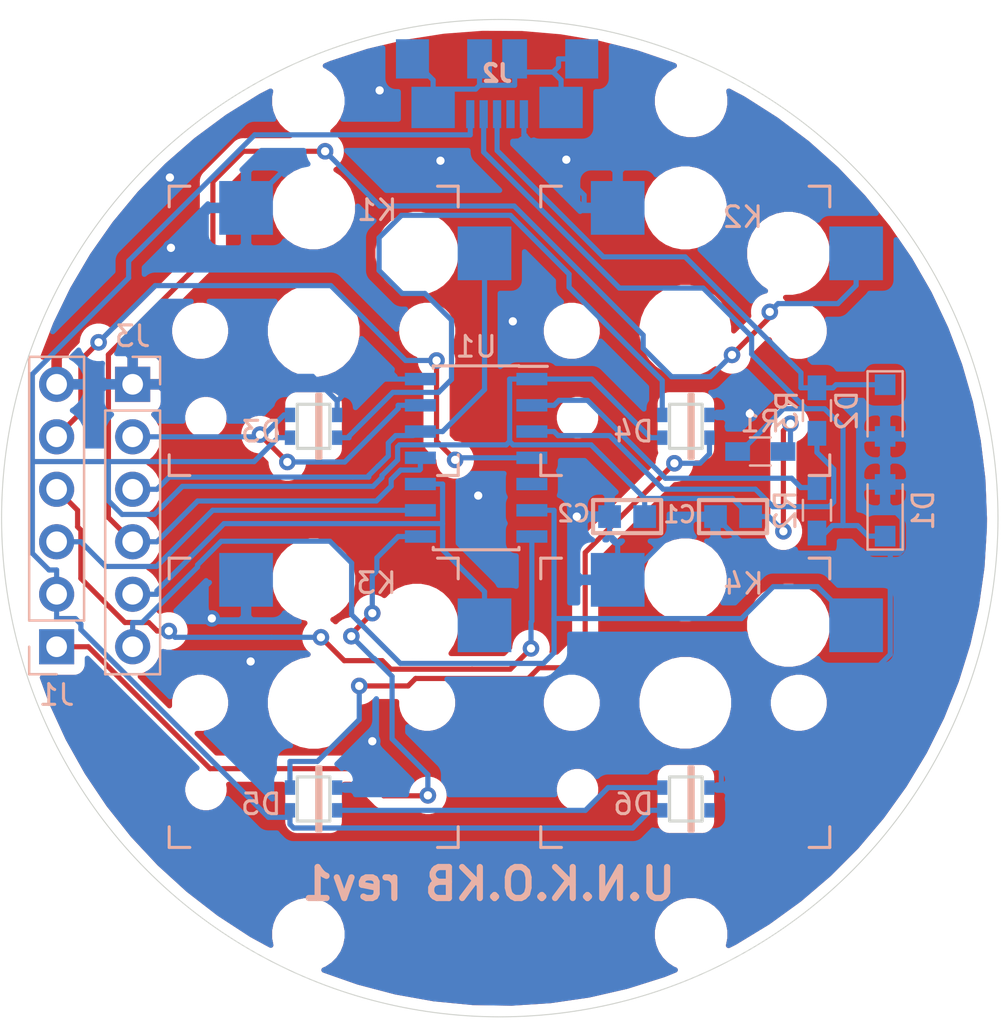
<source format=kicad_pcb>
(kicad_pcb (version 20171130) (host pcbnew "(5.1.0-0)")

  (general
    (thickness 1.6)
    (drawings 2)
    (tracks 367)
    (zones 0)
    (modules 24)
    (nets 20)
  )

  (page A4)
  (layers
    (0 F.Cu signal)
    (31 B.Cu signal)
    (32 B.Adhes user)
    (33 F.Adhes user)
    (34 B.Paste user)
    (35 F.Paste user)
    (36 B.SilkS user)
    (37 F.SilkS user)
    (38 B.Mask user)
    (39 F.Mask user)
    (40 Dwgs.User user)
    (41 Cmts.User user)
    (42 Eco1.User user)
    (43 Eco2.User user)
    (44 Edge.Cuts user)
    (45 Margin user)
    (46 B.CrtYd user)
    (47 F.CrtYd user)
    (48 B.Fab user hide)
    (49 F.Fab user)
  )

  (setup
    (last_trace_width 0.25)
    (trace_clearance 0.2)
    (zone_clearance 0.508)
    (zone_45_only no)
    (trace_min 0.2)
    (via_size 0.8)
    (via_drill 0.4)
    (via_min_size 0.4)
    (via_min_drill 0.3)
    (uvia_size 0.3)
    (uvia_drill 0.1)
    (uvias_allowed no)
    (uvia_min_size 0.2)
    (uvia_min_drill 0.1)
    (edge_width 0.05)
    (segment_width 0.2)
    (pcb_text_width 0.3)
    (pcb_text_size 1.5 1.5)
    (mod_edge_width 0.12)
    (mod_text_size 1 1)
    (mod_text_width 0.15)
    (pad_size 1.524 1.524)
    (pad_drill 0.762)
    (pad_to_mask_clearance 0.051)
    (solder_mask_min_width 0.25)
    (aux_axis_origin 0 0)
    (visible_elements FFFFFF7F)
    (pcbplotparams
      (layerselection 0x010fc_ffffffff)
      (usegerberextensions false)
      (usegerberattributes false)
      (usegerberadvancedattributes false)
      (creategerberjobfile false)
      (excludeedgelayer true)
      (linewidth 0.150000)
      (plotframeref false)
      (viasonmask false)
      (mode 1)
      (useauxorigin false)
      (hpglpennumber 1)
      (hpglpenspeed 20)
      (hpglpendiameter 15.000000)
      (psnegative false)
      (psa4output false)
      (plotreference true)
      (plotvalue true)
      (plotinvisibletext false)
      (padsonsilk false)
      (subtractmaskfromsilk false)
      (outputformat 1)
      (mirror false)
      (drillshape 1)
      (scaleselection 1)
      (outputdirectory ""))
  )

  (net 0 "")
  (net 1 "Net-(D1-Pad1)")
  (net 2 GND)
  (net 3 "Net-(D2-Pad1)")
  (net 4 VCC)
  (net 5 LEDD)
  (net 6 "Net-(D3-Pad2)")
  (net 7 "Net-(D4-Pad2)")
  (net 8 "Net-(D5-Pad2)")
  (net 9 RESET)
  (net 10 MOSI)
  (net 11 SCK)
  (net 12 MISO)
  (net 13 "Net-(J2-Pad6)")
  (net 14 SW4)
  (net 15 SW3)
  (net 16 SW2)
  (net 17 SW1)
  (net 18 D-)
  (net 19 D+)

  (net_class Default "これはデフォルトのネット クラスです。"
    (clearance 0.2)
    (trace_width 0.25)
    (via_dia 0.8)
    (via_drill 0.4)
    (uvia_dia 0.3)
    (uvia_drill 0.1)
    (add_net D+)
    (add_net D-)
    (add_net GND)
    (add_net LEDD)
    (add_net MISO)
    (add_net MOSI)
    (add_net "Net-(D1-Pad1)")
    (add_net "Net-(D2-Pad1)")
    (add_net "Net-(D3-Pad2)")
    (add_net "Net-(D4-Pad2)")
    (add_net "Net-(D5-Pad2)")
    (add_net "Net-(J2-Pad6)")
    (add_net RESET)
    (add_net SCK)
    (add_net SW1)
    (add_net SW2)
    (add_net SW3)
    (add_net SW4)
    (add_net VCC)
  )

  (module Resistors_SMD:R_0603_HandSoldering (layer B.Cu) (tedit 58E0A804) (tstamp 5D7C871D)
    (at 126.0348 85.0392 180)
    (descr "Resistor SMD 0603, hand soldering")
    (tags "resistor 0603")
    (path /5D91F21D)
    (attr smd)
    (fp_text reference R1 (at 0 1.45 180) (layer B.SilkS)
      (effects (font (size 1 1) (thickness 0.15)) (justify mirror))
    )
    (fp_text value 1K5 (at 0 -1.55 180) (layer B.Fab)
      (effects (font (size 1 1) (thickness 0.15)) (justify mirror))
    )
    (fp_text user %R (at 0 0 180) (layer B.Fab)
      (effects (font (size 0.4 0.4) (thickness 0.075)) (justify mirror))
    )
    (fp_line (start -0.8 -0.4) (end -0.8 0.4) (layer B.Fab) (width 0.1))
    (fp_line (start 0.8 -0.4) (end -0.8 -0.4) (layer B.Fab) (width 0.1))
    (fp_line (start 0.8 0.4) (end 0.8 -0.4) (layer B.Fab) (width 0.1))
    (fp_line (start -0.8 0.4) (end 0.8 0.4) (layer B.Fab) (width 0.1))
    (fp_line (start 0.5 -0.68) (end -0.5 -0.68) (layer B.SilkS) (width 0.12))
    (fp_line (start -0.5 0.68) (end 0.5 0.68) (layer B.SilkS) (width 0.12))
    (fp_line (start -1.96 0.7) (end 1.95 0.7) (layer B.CrtYd) (width 0.05))
    (fp_line (start -1.96 0.7) (end -1.96 -0.7) (layer B.CrtYd) (width 0.05))
    (fp_line (start 1.95 -0.7) (end 1.95 0.7) (layer B.CrtYd) (width 0.05))
    (fp_line (start 1.95 -0.7) (end -1.96 -0.7) (layer B.CrtYd) (width 0.05))
    (pad 1 smd rect (at -1.1 0 180) (size 1.2 0.9) (layers B.Cu B.Paste B.Mask)
      (net 4 VCC))
    (pad 2 smd rect (at 1.1 0 180) (size 1.2 0.9) (layers B.Cu B.Paste B.Mask)
      (net 1 "Net-(D1-Pad1)"))
    (model ${KISYS3DMOD}/Resistors_SMD.3dshapes/R_0603.wrl
      (at (xyz 0 0 0))
      (scale (xyz 1 1 1))
      (rotate (xyz 0 0 0))
    )
  )

  (module keyboard_parts:C_1608 (layer B.Cu) (tedit 0) (tstamp 5D7C65EF)
    (at 119.583 88.1888 180)
    (descr "SMT, 1608, 0603")
    (tags "SMT, 1608, 0603")
    (path /5D8F7F36)
    (fp_text reference C2 (at 2.5908 0.1524 180) (layer B.SilkS)
      (effects (font (size 0.8 0.8) (thickness 0.15)) (justify mirror))
    )
    (fp_text value 4.7uF (at 0 -1.45 180) (layer B.SilkS) hide
      (effects (font (size 0.8 0.8) (thickness 0.15)) (justify mirror))
    )
    (fp_line (start -1.65 -0.8) (end -1.65 0.8) (layer B.SilkS) (width 0.2))
    (fp_line (start 1.65 -0.8) (end -1.65 -0.8) (layer B.SilkS) (width 0.2))
    (fp_line (start 1.65 0.8) (end 1.65 -0.8) (layer B.SilkS) (width 0.2))
    (fp_line (start -1.65 0.8) (end 1.65 0.8) (layer B.SilkS) (width 0.2))
    (pad 1 smd rect (at -0.85 0 180) (size 1.1 1.1) (layers B.Cu B.Paste B.Mask)
      (net 4 VCC) (clearance 0.1))
    (pad 2 smd rect (at 0.85 0 180) (size 1.1 1.1) (layers B.Cu B.Paste B.Mask)
      (net 2 GND) (clearance 0.1))
    (model smd/capacitors/c_0603.wrl
      (at (xyz 0 0 0))
      (scale (xyz 1 1 1))
      (rotate (xyz 0 0 0))
    )
  )

  (module keyboard_parts:C_1608 (layer B.Cu) (tedit 0) (tstamp 5D7C65E5)
    (at 124.714 88.1888 180)
    (descr "SMT, 1608, 0603")
    (tags "SMT, 1608, 0603")
    (path /5D8F7834)
    (fp_text reference C1 (at 2.5908 0.1016 180) (layer B.SilkS)
      (effects (font (size 0.8 0.8) (thickness 0.15)) (justify mirror))
    )
    (fp_text value 0.1uF (at 0 -1.45 180) (layer B.SilkS) hide
      (effects (font (size 0.8 0.8) (thickness 0.15)) (justify mirror))
    )
    (fp_line (start -1.65 -0.8) (end -1.65 0.8) (layer B.SilkS) (width 0.2))
    (fp_line (start 1.65 -0.8) (end -1.65 -0.8) (layer B.SilkS) (width 0.2))
    (fp_line (start 1.65 0.8) (end 1.65 -0.8) (layer B.SilkS) (width 0.2))
    (fp_line (start -1.65 0.8) (end 1.65 0.8) (layer B.SilkS) (width 0.2))
    (pad 1 smd rect (at -0.85 0 180) (size 1.1 1.1) (layers B.Cu B.Paste B.Mask)
      (net 4 VCC) (clearance 0.1))
    (pad 2 smd rect (at 0.85 0 180) (size 1.1 1.1) (layers B.Cu B.Paste B.Mask)
      (net 2 GND) (clearance 0.1))
    (model smd/capacitors/c_0603.wrl
      (at (xyz 0 0 0))
      (scale (xyz 1 1 1))
      (rotate (xyz 0 0 0))
    )
  )

  (module unkokeyboard:unkokb-nega (layer F.Cu) (tedit 0) (tstamp 5D7BA3C9)
    (at 113.284 88.5952)
    (fp_text reference G*** (at 0 0) (layer F.SilkS) hide
      (effects (font (size 1.524 1.524) (thickness 0.3)))
    )
    (fp_text value LOGO (at 0.75 0) (layer F.SilkS) hide
      (effects (font (size 1.524 1.524) (thickness 0.3)))
    )
    (fp_poly (pts (xy 3.008948 -18.84977) (xy 6.470186 -18.187556) (xy 9.621642 -16.989494) (xy 12.406798 -15.296403)
      (xy 14.769137 -13.149098) (xy 16.652141 -10.588399) (xy 17.999293 -7.655121) (xy 18.674514 -4.938889)
      (xy 19.04027 -0.901887) (xy 18.77368 2.907491) (xy 17.857996 6.606364) (xy 16.580926 9.701389)
      (xy 14.74121 12.739893) (xy 12.423311 15.259884) (xy 9.633001 17.25627) (xy 6.376047 18.723956)
      (xy 6.35 18.73291) (xy 4.320959 19.236322) (xy 1.83635 19.559453) (xy -0.875855 19.696896)
      (xy -3.587684 19.643246) (xy -6.071164 19.393099) (xy -7.675964 19.065459) (xy -10.25358 18.27416)
      (xy -12.416105 17.365349) (xy -14.453803 16.20464) (xy -15.73008 15.336519) (xy -17.29483 14.108015)
      (xy -18.524845 12.918833) (xy -19.340752 11.862062) (xy -19.663176 11.030796) (xy -19.629364 10.763322)
      (xy -19.362722 10.358004) (xy -18.943349 10.314304) (xy -18.283574 10.674581) (xy -17.295723 11.481196)
      (xy -16.344684 12.350344) (xy -13.358451 14.670783) (xy -10.017324 16.38942) (xy -6.354271 17.493831)
      (xy -2.402262 17.971595) (xy -1.372044 17.991666) (xy 2.387223 17.745359) (xy 5.691337 16.992593)
      (xy 8.596915 15.712605) (xy 11.160575 13.884631) (xy 12.018183 13.080913) (xy 13.991909 10.656402)
      (xy 15.504378 7.871383) (xy 16.551635 4.834724) (xy 17.129725 1.655293) (xy 17.234692 -1.558043)
      (xy 16.862583 -4.696418) (xy 16.00944 -7.650963) (xy 14.671311 -10.312812) (xy 12.94649 -12.472077)
      (xy 11.429662 -13.704348) (xy 9.456418 -14.903013) (xy 7.270007 -15.943469) (xy 5.113676 -16.701112)
      (xy 4.304163 -16.899123) (xy 1.582586 -17.225731) (xy -1.263618 -17.152882) (xy -4.019266 -16.708481)
      (xy -6.469176 -15.920433) (xy -7.60024 -15.355391) (xy -9.841495 -13.661532) (xy -11.652074 -11.525421)
      (xy -13.016491 -9.055349) (xy -13.919264 -6.359607) (xy -14.344908 -3.546486) (xy -14.277939 -0.724278)
      (xy -13.702872 1.998726) (xy -12.604225 4.514235) (xy -10.966514 6.713957) (xy -10.78273 6.902174)
      (xy -8.962548 8.451091) (xy -7.024873 9.507724) (xy -4.808885 10.132024) (xy -2.153759 10.383942)
      (xy -1.411111 10.395735) (xy 0.2637 10.377133) (xy 1.469244 10.279452) (xy 2.440879 10.059822)
      (xy 3.413962 9.675375) (xy 3.952556 9.418782) (xy 6.162065 7.963223) (xy 7.862426 6.042498)
      (xy 9.021697 3.711138) (xy 9.607937 1.023671) (xy 9.676433 -0.352778) (xy 9.406204 -3.091775)
      (xy 8.596842 -5.376779) (xy 7.250332 -7.205205) (xy 5.368658 -8.574469) (xy 2.953806 -9.481985)
      (xy 2.600751 -9.565927) (xy 0.306741 -9.781001) (xy -1.837206 -9.421844) (xy -3.723931 -8.548412)
      (xy -5.246274 -7.220662) (xy -6.297075 -5.498549) (xy -6.636802 -4.3975) (xy -6.808212 -2.325629)
      (xy -6.455871 -0.470393) (xy -5.65632 1.082632) (xy -4.486099 2.247869) (xy -3.021749 2.939744)
      (xy -1.33981 3.072679) (xy -0.178705 2.822986) (xy 1.16057 2.078884) (xy 1.930644 0.9437)
      (xy 2.111264 -0.16669) (xy 1.936257 -1.384225) (xy 1.436728 -2.002252) (xy 0.839672 -2.055094)
      (xy 0.35921 -1.752225) (xy 0.182907 -0.989112) (xy 0.176389 -0.703317) (xy 0.063936 0.202155)
      (xy -0.330285 0.60352) (xy -0.486895 0.646221) (xy -1.22696 0.503451) (xy -1.653379 -0.256173)
      (xy -1.758487 -1.244422) (xy -1.519081 -2.617754) (xy -0.782749 -3.490276) (xy 0.453032 -3.86454)
      (xy 0.847272 -3.880556) (xy 2.150951 -3.724478) (xy 3.014077 -3.195339) (xy 3.505911 -2.201785)
      (xy 3.695713 -0.652458) (xy 3.704166 -0.112245) (xy 3.678048 1.154168) (xy 3.537243 1.967159)
      (xy 3.188082 2.578551) (xy 2.53689 3.240164) (xy 2.415645 3.351722) (xy 0.834049 4.347866)
      (xy -1.039671 4.80473) (xy -3.040768 4.720696) (xy -5.004497 4.094147) (xy -6.126653 3.435615)
      (xy -7.283851 2.205411) (xy -8.076225 0.522378) (xy -8.492377 -1.455659) (xy -8.520905 -3.570872)
      (xy -8.15041 -5.665436) (xy -7.369491 -7.581524) (xy -6.968675 -8.221592) (xy -5.538234 -9.674732)
      (xy -3.650052 -10.723447) (xy -1.43985 -11.344899) (xy 0.956651 -11.516255) (xy 3.40373 -11.214679)
      (xy 5.765667 -10.417334) (xy 5.849224 -10.378229) (xy 8.020595 -8.993561) (xy 9.659084 -7.147583)
      (xy 10.763049 -4.843306) (xy 11.33085 -2.083737) (xy 11.413208 -0.176389) (xy 11.079962 2.922904)
      (xy 10.169049 5.649573) (xy 8.724977 7.963717) (xy 6.792257 9.825434) (xy 4.415398 11.194821)
      (xy 1.638909 12.031978) (xy -1.4927 12.297002) (xy -2.460623 12.261165) (xy -5.810599 11.755464)
      (xy -8.74833 10.697293) (xy -11.24959 9.103357) (xy -13.290155 6.990361) (xy -14.845802 4.375013)
      (xy -15.2293 3.455666) (xy -15.78295 1.395802) (xy -16.085509 -1.040672) (xy -16.123463 -3.566013)
      (xy -15.8833 -5.892478) (xy -15.706372 -6.702778) (xy -14.54524 -10.106839) (xy -12.986522 -12.932243)
      (xy -11.009122 -15.196192) (xy -8.59195 -16.915885) (xy -5.713911 -18.108525) (xy -2.353912 -18.791311)
      (xy -0.705556 -18.93532) (xy 3.008948 -18.84977)) (layer F.Mask) (width 0.01))
  )

  (module Mounting_Holes:MountingHole_2.5mm (layer F.Cu) (tedit 56D1B4CB) (tstamp 5D7B9EA0)
    (at 104.14 68.072)
    (descr "Mounting Hole 2.5mm, no annular")
    (tags "mounting hole 2.5mm no annular")
    (path /5D8B836B)
    (attr virtual)
    (fp_text reference H4 (at 0 -3.5) (layer F.SilkS) hide
      (effects (font (size 1 1) (thickness 0.15)))
    )
    (fp_text value MountingHole (at 0 3.5) (layer F.Fab)
      (effects (font (size 1 1) (thickness 0.15)))
    )
    (fp_text user %R (at 0.3 0) (layer F.Fab)
      (effects (font (size 1 1) (thickness 0.15)))
    )
    (fp_circle (center 0 0) (end 2.5 0) (layer Cmts.User) (width 0.15))
    (fp_circle (center 0 0) (end 2.75 0) (layer F.CrtYd) (width 0.05))
    (pad 1 np_thru_hole circle (at 0 0) (size 2.5 2.5) (drill 2.5) (layers *.Cu *.Mask))
  )

  (module Mounting_Holes:MountingHole_2.5mm (layer F.Cu) (tedit 56D1B4CB) (tstamp 5D7B9DE7)
    (at 122.682 68.072)
    (descr "Mounting Hole 2.5mm, no annular")
    (tags "mounting hole 2.5mm no annular")
    (path /5D8B81AB)
    (attr virtual)
    (fp_text reference H3 (at 0 -3.5) (layer F.SilkS) hide
      (effects (font (size 1 1) (thickness 0.15)))
    )
    (fp_text value MountingHole (at 0 3.5) (layer F.Fab)
      (effects (font (size 1 1) (thickness 0.15)))
    )
    (fp_text user %R (at 0.3 0) (layer F.Fab)
      (effects (font (size 1 1) (thickness 0.15)))
    )
    (fp_circle (center 0 0) (end 2.5 0) (layer Cmts.User) (width 0.15))
    (fp_circle (center 0 0) (end 2.75 0) (layer F.CrtYd) (width 0.05))
    (pad 1 np_thru_hole circle (at 0 0) (size 2.5 2.5) (drill 2.5) (layers *.Cu *.Mask))
  )

  (module Mounting_Holes:MountingHole_2.5mm (layer F.Cu) (tedit 56D1B4CB) (tstamp 5D7B9E3F)
    (at 122.682 108.407)
    (descr "Mounting Hole 2.5mm, no annular")
    (tags "mounting hole 2.5mm no annular")
    (path /5D8B7F96)
    (attr virtual)
    (fp_text reference H2 (at 0 -3.5) (layer F.SilkS) hide
      (effects (font (size 1 1) (thickness 0.15)))
    )
    (fp_text value MountingHole (at 0 3.5) (layer F.Fab)
      (effects (font (size 1 1) (thickness 0.15)))
    )
    (fp_text user %R (at 0.3 0) (layer F.Fab)
      (effects (font (size 1 1) (thickness 0.15)))
    )
    (fp_circle (center 0 0) (end 2.5 0) (layer Cmts.User) (width 0.15))
    (fp_circle (center 0 0) (end 2.75 0) (layer F.CrtYd) (width 0.05))
    (pad 1 np_thru_hole circle (at 0 0) (size 2.5 2.5) (drill 2.5) (layers *.Cu *.Mask))
  )

  (module Mounting_Holes:MountingHole_2.5mm (layer F.Cu) (tedit 56D1B4CB) (tstamp 5D7B9E54)
    (at 104.14 108.407)
    (descr "Mounting Hole 2.5mm, no annular")
    (tags "mounting hole 2.5mm no annular")
    (path /5D8B74EA)
    (attr virtual)
    (fp_text reference H1 (at 0 -3.5) (layer F.SilkS) hide
      (effects (font (size 1 1) (thickness 0.15)))
    )
    (fp_text value MountingHole (at 0 3.5) (layer F.Fab)
      (effects (font (size 1 1) (thickness 0.15)))
    )
    (fp_text user %R (at 0.3 0) (layer F.Fab)
      (effects (font (size 1 1) (thickness 0.15)))
    )
    (fp_circle (center 0 0) (end 2.5 0) (layer Cmts.User) (width 0.15))
    (fp_circle (center 0 0) (end 2.75 0) (layer F.CrtYd) (width 0.05))
    (pad 1 np_thru_hole circle (at 0 0) (size 2.5 2.5) (drill 2.5) (layers *.Cu *.Mask))
  )

  (module unkokeyboard:WS2812B-2020 (layer F.Cu) (tedit 5D7A609F) (tstamp 5D7A4E1B)
    (at 104.394 101.854)
    (path /5D7BB5C1)
    (attr smd)
    (fp_text reference D5 (at -2.54 0.254) (layer B.SilkS)
      (effects (font (size 1 1) (thickness 0.15)) (justify mirror))
    )
    (fp_text value WS2812B (at 0 2.286) (layer F.Fab)
      (effects (font (size 1 1) (thickness 0.15)))
    )
    (fp_line (start 0.1524 1.5494) (end 0.3556 1.5494) (layer B.SilkS) (width 0.15))
    (fp_line (start 0.1524 -1.5494) (end 0.3556 -1.5494) (layer B.SilkS) (width 0.15))
    (fp_line (start 0.1524 -1.524) (end 0.1524 1.524) (layer B.SilkS) (width 0.15))
    (fp_line (start 0.254 1.524) (end 0.254 -1.524) (layer B.SilkS) (width 0.15))
    (fp_line (start 0.3556 -1.524) (end 0.3556 1.524) (layer B.SilkS) (width 0.15))
    (fp_line (start -0.7874 -1.0668) (end 0.7874 -1.0668) (layer Edge.Cuts) (width 0.15))
    (fp_line (start -0.7874 1.0668) (end -0.7874 -1.0668) (layer Edge.Cuts) (width 0.15))
    (fp_line (start 0.7874 1.0668) (end -0.7874 1.0668) (layer Edge.Cuts) (width 0.15))
    (fp_line (start 0.7874 -1.0668) (end 0.7874 1.0668) (layer Edge.Cuts) (width 0.15))
    (pad 1 smd rect (at -1.1436 0.55) (size 0.5 0.7) (layers B.Cu B.Paste B.Mask)
      (net 4 VCC))
    (pad 4 smd rect (at -1.1436 -0.55) (size 0.5 0.7) (layers B.Cu B.Paste B.Mask)
      (net 7 "Net-(D4-Pad2)"))
    (pad 3 smd rect (at 1.1436 -0.55) (size 0.5 0.7) (layers B.Cu B.Paste B.Mask)
      (net 2 GND))
    (pad 2 smd rect (at 1.1436 0.55) (size 0.5 0.7) (layers B.Cu B.Paste B.Mask)
      (net 8 "Net-(D5-Pad2)"))
  )

  (module unkokeyboard:WS2812B-2020 (layer F.Cu) (tedit 5D7A609F) (tstamp 5D7A4E2C)
    (at 122.428 101.854)
    (path /5D7BC578)
    (attr smd)
    (fp_text reference D6 (at -2.54 0.254) (layer B.SilkS)
      (effects (font (size 1 1) (thickness 0.15)) (justify mirror))
    )
    (fp_text value WS2812B (at 0 2.286) (layer F.Fab)
      (effects (font (size 1 1) (thickness 0.15)))
    )
    (fp_line (start 0.1524 1.5494) (end 0.3556 1.5494) (layer B.SilkS) (width 0.15))
    (fp_line (start 0.1524 -1.5494) (end 0.3556 -1.5494) (layer B.SilkS) (width 0.15))
    (fp_line (start 0.1524 -1.524) (end 0.1524 1.524) (layer B.SilkS) (width 0.15))
    (fp_line (start 0.254 1.524) (end 0.254 -1.524) (layer B.SilkS) (width 0.15))
    (fp_line (start 0.3556 -1.524) (end 0.3556 1.524) (layer B.SilkS) (width 0.15))
    (fp_line (start -0.7874 -1.0668) (end 0.7874 -1.0668) (layer Edge.Cuts) (width 0.15))
    (fp_line (start -0.7874 1.0668) (end -0.7874 -1.0668) (layer Edge.Cuts) (width 0.15))
    (fp_line (start 0.7874 1.0668) (end -0.7874 1.0668) (layer Edge.Cuts) (width 0.15))
    (fp_line (start 0.7874 -1.0668) (end 0.7874 1.0668) (layer Edge.Cuts) (width 0.15))
    (pad 1 smd rect (at -1.1436 0.55) (size 0.5 0.7) (layers B.Cu B.Paste B.Mask)
      (net 4 VCC))
    (pad 4 smd rect (at -1.1436 -0.55) (size 0.5 0.7) (layers B.Cu B.Paste B.Mask)
      (net 8 "Net-(D5-Pad2)"))
    (pad 3 smd rect (at 1.1436 -0.55) (size 0.5 0.7) (layers B.Cu B.Paste B.Mask)
      (net 2 GND))
    (pad 2 smd rect (at 1.1436 0.55) (size 0.5 0.7) (layers B.Cu B.Paste B.Mask))
  )

  (module unkokeyboard:WS2812B-2020 (layer F.Cu) (tedit 5D7A609F) (tstamp 5D7A4E0A)
    (at 122.428 83.82)
    (path /5D7BAC97)
    (attr smd)
    (fp_text reference D4 (at -2.54 0.254) (layer B.SilkS)
      (effects (font (size 1 1) (thickness 0.15)) (justify mirror))
    )
    (fp_text value WS2812B (at 0 2.286) (layer F.Fab)
      (effects (font (size 1 1) (thickness 0.15)))
    )
    (fp_line (start 0.1524 1.5494) (end 0.3556 1.5494) (layer B.SilkS) (width 0.15))
    (fp_line (start 0.1524 -1.5494) (end 0.3556 -1.5494) (layer B.SilkS) (width 0.15))
    (fp_line (start 0.1524 -1.524) (end 0.1524 1.524) (layer B.SilkS) (width 0.15))
    (fp_line (start 0.254 1.524) (end 0.254 -1.524) (layer B.SilkS) (width 0.15))
    (fp_line (start 0.3556 -1.524) (end 0.3556 1.524) (layer B.SilkS) (width 0.15))
    (fp_line (start -0.7874 -1.0668) (end 0.7874 -1.0668) (layer Edge.Cuts) (width 0.15))
    (fp_line (start -0.7874 1.0668) (end -0.7874 -1.0668) (layer Edge.Cuts) (width 0.15))
    (fp_line (start 0.7874 1.0668) (end -0.7874 1.0668) (layer Edge.Cuts) (width 0.15))
    (fp_line (start 0.7874 -1.0668) (end 0.7874 1.0668) (layer Edge.Cuts) (width 0.15))
    (pad 1 smd rect (at -1.1436 0.55) (size 0.5 0.7) (layers B.Cu B.Paste B.Mask)
      (net 4 VCC))
    (pad 4 smd rect (at -1.1436 -0.55) (size 0.5 0.7) (layers B.Cu B.Paste B.Mask)
      (net 6 "Net-(D3-Pad2)"))
    (pad 3 smd rect (at 1.1436 -0.55) (size 0.5 0.7) (layers B.Cu B.Paste B.Mask)
      (net 2 GND))
    (pad 2 smd rect (at 1.1436 0.55) (size 0.5 0.7) (layers B.Cu B.Paste B.Mask)
      (net 7 "Net-(D4-Pad2)"))
  )

  (module unkokeyboard:WS2812B-2020 (layer F.Cu) (tedit 5D7A609F) (tstamp 5D7A4DF9)
    (at 104.394 83.82)
    (path /5D7B9483)
    (attr smd)
    (fp_text reference D3 (at -2.54 0.254) (layer B.SilkS)
      (effects (font (size 1 1) (thickness 0.15)) (justify mirror))
    )
    (fp_text value WS2812B (at 0 2.286) (layer F.Fab)
      (effects (font (size 1 1) (thickness 0.15)))
    )
    (fp_line (start 0.1524 1.5494) (end 0.3556 1.5494) (layer B.SilkS) (width 0.15))
    (fp_line (start 0.1524 -1.5494) (end 0.3556 -1.5494) (layer B.SilkS) (width 0.15))
    (fp_line (start 0.1524 -1.524) (end 0.1524 1.524) (layer B.SilkS) (width 0.15))
    (fp_line (start 0.254 1.524) (end 0.254 -1.524) (layer B.SilkS) (width 0.15))
    (fp_line (start 0.3556 -1.524) (end 0.3556 1.524) (layer B.SilkS) (width 0.15))
    (fp_line (start -0.7874 -1.0668) (end 0.7874 -1.0668) (layer Edge.Cuts) (width 0.15))
    (fp_line (start -0.7874 1.0668) (end -0.7874 -1.0668) (layer Edge.Cuts) (width 0.15))
    (fp_line (start 0.7874 1.0668) (end -0.7874 1.0668) (layer Edge.Cuts) (width 0.15))
    (fp_line (start 0.7874 -1.0668) (end 0.7874 1.0668) (layer Edge.Cuts) (width 0.15))
    (pad 1 smd rect (at -1.1436 0.55) (size 0.5 0.7) (layers B.Cu B.Paste B.Mask)
      (net 4 VCC))
    (pad 4 smd rect (at -1.1436 -0.55) (size 0.5 0.7) (layers B.Cu B.Paste B.Mask)
      (net 5 LEDD))
    (pad 3 smd rect (at 1.1436 -0.55) (size 0.5 0.7) (layers B.Cu B.Paste B.Mask)
      (net 2 GND))
    (pad 2 smd rect (at 1.1436 0.55) (size 0.5 0.7) (layers B.Cu B.Paste B.Mask)
      (net 6 "Net-(D3-Pad2)"))
  )

  (module Housings_SOIC:SOIC-14_3.9x8.7mm_Pitch1.27mm (layer B.Cu) (tedit 58CC8F64) (tstamp 5D7A665F)
    (at 112.268 85.344 180)
    (descr "14-Lead Plastic Small Outline (SL) - Narrow, 3.90 mm Body [SOIC] (see Microchip Packaging Specification 00000049BS.pdf)")
    (tags "SOIC 1.27")
    (path /5D78FEBF)
    (attr smd)
    (fp_text reference U1 (at 0 5.375 180) (layer B.SilkS)
      (effects (font (size 1 1) (thickness 0.15)) (justify mirror))
    )
    (fp_text value ATtiny84A-SSU (at 0 -5.375 180) (layer B.Fab)
      (effects (font (size 1 1) (thickness 0.15)) (justify mirror))
    )
    (fp_text user %R (at 0 0 180) (layer B.Fab)
      (effects (font (size 0.9 0.9) (thickness 0.135)) (justify mirror))
    )
    (fp_line (start -0.95 4.35) (end 1.95 4.35) (layer B.Fab) (width 0.15))
    (fp_line (start 1.95 4.35) (end 1.95 -4.35) (layer B.Fab) (width 0.15))
    (fp_line (start 1.95 -4.35) (end -1.95 -4.35) (layer B.Fab) (width 0.15))
    (fp_line (start -1.95 -4.35) (end -1.95 3.35) (layer B.Fab) (width 0.15))
    (fp_line (start -1.95 3.35) (end -0.95 4.35) (layer B.Fab) (width 0.15))
    (fp_line (start -3.7 4.65) (end -3.7 -4.65) (layer B.CrtYd) (width 0.05))
    (fp_line (start 3.7 4.65) (end 3.7 -4.65) (layer B.CrtYd) (width 0.05))
    (fp_line (start -3.7 4.65) (end 3.7 4.65) (layer B.CrtYd) (width 0.05))
    (fp_line (start -3.7 -4.65) (end 3.7 -4.65) (layer B.CrtYd) (width 0.05))
    (fp_line (start -2.075 4.45) (end -2.075 4.425) (layer B.SilkS) (width 0.15))
    (fp_line (start 2.075 4.45) (end 2.075 4.335) (layer B.SilkS) (width 0.15))
    (fp_line (start 2.075 -4.45) (end 2.075 -4.335) (layer B.SilkS) (width 0.15))
    (fp_line (start -2.075 -4.45) (end -2.075 -4.335) (layer B.SilkS) (width 0.15))
    (fp_line (start -2.075 4.45) (end 2.075 4.45) (layer B.SilkS) (width 0.15))
    (fp_line (start -2.075 -4.45) (end 2.075 -4.45) (layer B.SilkS) (width 0.15))
    (fp_line (start -2.075 4.425) (end -3.45 4.425) (layer B.SilkS) (width 0.15))
    (pad 1 smd rect (at -2.7 3.81 180) (size 1.5 0.6) (layers B.Cu B.Paste B.Mask)
      (net 4 VCC))
    (pad 2 smd rect (at -2.7 2.54 180) (size 1.5 0.6) (layers B.Cu B.Paste B.Mask)
      (net 18 D-))
    (pad 3 smd rect (at -2.7 1.27 180) (size 1.5 0.6) (layers B.Cu B.Paste B.Mask)
      (net 19 D+))
    (pad 4 smd rect (at -2.7 0 180) (size 1.5 0.6) (layers B.Cu B.Paste B.Mask)
      (net 9 RESET))
    (pad 5 smd rect (at -2.7 -1.27 180) (size 1.5 0.6) (layers B.Cu B.Paste B.Mask))
    (pad 6 smd rect (at -2.7 -2.54 180) (size 1.5 0.6) (layers B.Cu B.Paste B.Mask)
      (net 14 SW4))
    (pad 7 smd rect (at -2.7 -3.81 180) (size 1.5 0.6) (layers B.Cu B.Paste B.Mask)
      (net 10 MOSI))
    (pad 8 smd rect (at 2.7 -3.81 180) (size 1.5 0.6) (layers B.Cu B.Paste B.Mask)
      (net 12 MISO))
    (pad 9 smd rect (at 2.7 -2.54 180) (size 1.5 0.6) (layers B.Cu B.Paste B.Mask)
      (net 11 SCK))
    (pad 10 smd rect (at 2.7 -1.27 180) (size 1.5 0.6) (layers B.Cu B.Paste B.Mask)
      (net 15 SW3))
    (pad 11 smd rect (at 2.7 0 180) (size 1.5 0.6) (layers B.Cu B.Paste B.Mask)
      (net 16 SW2))
    (pad 12 smd rect (at 2.7 1.27 180) (size 1.5 0.6) (layers B.Cu B.Paste B.Mask)
      (net 17 SW1))
    (pad 13 smd rect (at 2.7 2.54 180) (size 1.5 0.6) (layers B.Cu B.Paste B.Mask)
      (net 5 LEDD))
    (pad 14 smd rect (at 2.7 3.81 180) (size 1.5 0.6) (layers B.Cu B.Paste B.Mask)
      (net 2 GND))
    (model ${KISYS3DMOD}/Housings_SOIC.3dshapes/SOIC-14_3.9x8.7mm_Pitch1.27mm.wrl
      (at (xyz 0 0 0))
      (scale (xyz 1 1 1))
      (rotate (xyz 0 0 0))
    )
  )

  (module Resistors_SMD:R_0603_HandSoldering (layer B.Cu) (tedit 58E0A804) (tstamp 5D7A6231)
    (at 128.778 83.058 270)
    (descr "Resistor SMD 0603, hand soldering")
    (tags "resistor 0603")
    (path /5D7ACDBA)
    (attr smd)
    (fp_text reference R3 (at 0 1.45 270) (layer B.SilkS)
      (effects (font (size 1 1) (thickness 0.15)) (justify mirror))
    )
    (fp_text value 68R (at 0 -1.55 270) (layer B.Fab)
      (effects (font (size 1 1) (thickness 0.15)) (justify mirror))
    )
    (fp_text user %R (at 0 0 270) (layer B.Fab)
      (effects (font (size 0.4 0.4) (thickness 0.075)) (justify mirror))
    )
    (fp_line (start -0.8 -0.4) (end -0.8 0.4) (layer B.Fab) (width 0.1))
    (fp_line (start 0.8 -0.4) (end -0.8 -0.4) (layer B.Fab) (width 0.1))
    (fp_line (start 0.8 0.4) (end 0.8 -0.4) (layer B.Fab) (width 0.1))
    (fp_line (start -0.8 0.4) (end 0.8 0.4) (layer B.Fab) (width 0.1))
    (fp_line (start 0.5 -0.68) (end -0.5 -0.68) (layer B.SilkS) (width 0.12))
    (fp_line (start -0.5 0.68) (end 0.5 0.68) (layer B.SilkS) (width 0.12))
    (fp_line (start -1.96 0.7) (end 1.95 0.7) (layer B.CrtYd) (width 0.05))
    (fp_line (start -1.96 0.7) (end -1.96 -0.7) (layer B.CrtYd) (width 0.05))
    (fp_line (start 1.95 -0.7) (end 1.95 0.7) (layer B.CrtYd) (width 0.05))
    (fp_line (start 1.95 -0.7) (end -1.96 -0.7) (layer B.CrtYd) (width 0.05))
    (pad 1 smd rect (at -1.1 0 270) (size 1.2 0.9) (layers B.Cu B.Paste B.Mask)
      (net 3 "Net-(D2-Pad1)"))
    (pad 2 smd rect (at 1.1 0 270) (size 1.2 0.9) (layers B.Cu B.Paste B.Mask)
      (net 19 D+))
    (model ${KISYS3DMOD}/Resistors_SMD.3dshapes/R_0603.wrl
      (at (xyz 0 0 0))
      (scale (xyz 1 1 1))
      (rotate (xyz 0 0 0))
    )
  )

  (module Resistors_SMD:R_0603_HandSoldering (layer B.Cu) (tedit 58E0A804) (tstamp 5D7A4EF9)
    (at 128.778 87.884 90)
    (descr "Resistor SMD 0603, hand soldering")
    (tags "resistor 0603")
    (path /5D7AC60C)
    (attr smd)
    (fp_text reference R2 (at 0 -1.524 90) (layer B.SilkS)
      (effects (font (size 1 1) (thickness 0.15)) (justify mirror))
    )
    (fp_text value 68R (at 0 -1.55 90) (layer B.Fab)
      (effects (font (size 1 1) (thickness 0.15)) (justify mirror))
    )
    (fp_text user %R (at 0 0 90) (layer B.Fab)
      (effects (font (size 0.4 0.4) (thickness 0.075)) (justify mirror))
    )
    (fp_line (start -0.8 -0.4) (end -0.8 0.4) (layer B.Fab) (width 0.1))
    (fp_line (start 0.8 -0.4) (end -0.8 -0.4) (layer B.Fab) (width 0.1))
    (fp_line (start 0.8 0.4) (end 0.8 -0.4) (layer B.Fab) (width 0.1))
    (fp_line (start -0.8 0.4) (end 0.8 0.4) (layer B.Fab) (width 0.1))
    (fp_line (start 0.5 -0.68) (end -0.5 -0.68) (layer B.SilkS) (width 0.12))
    (fp_line (start -0.5 0.68) (end 0.5 0.68) (layer B.SilkS) (width 0.12))
    (fp_line (start -1.96 0.7) (end 1.95 0.7) (layer B.CrtYd) (width 0.05))
    (fp_line (start -1.96 0.7) (end -1.96 -0.7) (layer B.CrtYd) (width 0.05))
    (fp_line (start 1.95 -0.7) (end 1.95 0.7) (layer B.CrtYd) (width 0.05))
    (fp_line (start 1.95 -0.7) (end -1.96 -0.7) (layer B.CrtYd) (width 0.05))
    (pad 1 smd rect (at -1.1 0 90) (size 1.2 0.9) (layers B.Cu B.Paste B.Mask)
      (net 1 "Net-(D1-Pad1)"))
    (pad 2 smd rect (at 1.1 0 90) (size 1.2 0.9) (layers B.Cu B.Paste B.Mask)
      (net 18 D-))
    (model ${KISYS3DMOD}/Resistors_SMD.3dshapes/R_0603.wrl
      (at (xyz 0 0 0))
      (scale (xyz 1 1 1))
      (rotate (xyz 0 0 0))
    )
  )

  (module keyswitches:PG1350_socket (layer F.Cu) (tedit 5AB8AEFF) (tstamp 5D7A4EF6)
    (at 122.4 97.2 180)
    (descr "Kailh \"Choc\" PG1350 keyswitch socket mount")
    (tags kailh,choc)
    (path /5D79A0B0)
    (fp_text reference K4 (at -2.822 5.76 180) (layer B.SilkS)
      (effects (font (size 1 1) (thickness 0.15)) (justify mirror))
    )
    (fp_text value KEYSW (at 0 -8.7 180) (layer F.Fab)
      (effects (font (size 1 1) (thickness 0.15)))
    )
    (fp_line (start -7.5 7.5) (end -7.5 -7.5) (layer Eco2.User) (width 0.15))
    (fp_line (start 7.5 7.5) (end -7.5 7.5) (layer Eco2.User) (width 0.15))
    (fp_line (start 7.5 -7.5) (end 7.5 7.5) (layer Eco2.User) (width 0.15))
    (fp_line (start -7.5 -7.5) (end 7.5 -7.5) (layer Eco2.User) (width 0.15))
    (fp_line (start -6.9 6.9) (end -6.9 -6.9) (layer Eco2.User) (width 0.15))
    (fp_line (start 6.9 -6.9) (end 6.9 6.9) (layer Eco2.User) (width 0.15))
    (fp_line (start 6.9 -6.9) (end -6.9 -6.9) (layer Eco2.User) (width 0.15))
    (fp_line (start -6.9 6.9) (end 6.9 6.9) (layer Eco2.User) (width 0.15))
    (fp_line (start 7 -7) (end 7 -6) (layer B.SilkS) (width 0.15))
    (fp_line (start 6 -7) (end 7 -7) (layer B.SilkS) (width 0.15))
    (fp_line (start 7 7) (end 6 7) (layer B.SilkS) (width 0.15))
    (fp_line (start 7 6) (end 7 7) (layer B.SilkS) (width 0.15))
    (fp_line (start -7 7) (end -7 6) (layer B.SilkS) (width 0.15))
    (fp_line (start -6 7) (end -7 7) (layer B.SilkS) (width 0.15))
    (fp_line (start -7 -7) (end -6 -7) (layer B.SilkS) (width 0.15))
    (fp_line (start -7 -6) (end -7 -7) (layer B.SilkS) (width 0.15))
    (fp_line (start -2.6 -3.1) (end -2.6 -6.3) (layer Eco2.User) (width 0.15))
    (fp_line (start 2.6 -6.3) (end -2.6 -6.3) (layer Eco2.User) (width 0.15))
    (fp_line (start 2.6 -3.1) (end 2.6 -6.3) (layer Eco2.User) (width 0.15))
    (fp_line (start -2.6 -3.1) (end 2.6 -3.1) (layer Eco2.User) (width 0.15))
    (pad "" np_thru_hole circle (at -5.5 0 180) (size 1.7018 1.7018) (drill 1.7018) (layers *.Cu *.Mask))
    (pad "" np_thru_hole circle (at 5.5 0 180) (size 1.7018 1.7018) (drill 1.7018) (layers *.Cu *.Mask))
    (pad 1 smd rect (at 3.275 5.95 180) (size 2.6 2.6) (layers B.Cu B.Paste B.Mask)
      (net 2 GND))
    (pad "" np_thru_hole circle (at -5 3.75 180) (size 3 3) (drill 3) (layers *.Cu *.Mask))
    (pad "" np_thru_hole circle (at 0 0 180) (size 3.429 3.429) (drill 3.429) (layers *.Cu *.Mask))
    (pad "" np_thru_hole circle (at 0 5.95 180) (size 3 3) (drill 3) (layers *.Cu *.Mask))
    (pad 2 smd rect (at -8.275 3.75 180) (size 2.6 2.6) (layers B.Cu B.Paste B.Mask)
      (net 14 SW4))
    (pad "" np_thru_hole circle (at 5.22 -4.2 180) (size 0.9906 0.9906) (drill 0.9906) (layers *.Cu *.Mask))
  )

  (module keyswitches:PG1350_socket (layer F.Cu) (tedit 5AB8AEFF) (tstamp 5D7A4ED6)
    (at 104.4 97.2 180)
    (descr "Kailh \"Choc\" PG1350 keyswitch socket mount")
    (tags kailh,choc)
    (path /5D799C5E)
    (fp_text reference K3 (at -3.042 5.794 180) (layer B.SilkS)
      (effects (font (size 1 1) (thickness 0.15)) (justify mirror))
    )
    (fp_text value KEYSW (at 0 -8.7 180) (layer F.Fab)
      (effects (font (size 1 1) (thickness 0.15)))
    )
    (fp_line (start -7.5 7.5) (end -7.5 -7.5) (layer Eco2.User) (width 0.15))
    (fp_line (start 7.5 7.5) (end -7.5 7.5) (layer Eco2.User) (width 0.15))
    (fp_line (start 7.5 -7.5) (end 7.5 7.5) (layer Eco2.User) (width 0.15))
    (fp_line (start -7.5 -7.5) (end 7.5 -7.5) (layer Eco2.User) (width 0.15))
    (fp_line (start -6.9 6.9) (end -6.9 -6.9) (layer Eco2.User) (width 0.15))
    (fp_line (start 6.9 -6.9) (end 6.9 6.9) (layer Eco2.User) (width 0.15))
    (fp_line (start 6.9 -6.9) (end -6.9 -6.9) (layer Eco2.User) (width 0.15))
    (fp_line (start -6.9 6.9) (end 6.9 6.9) (layer Eco2.User) (width 0.15))
    (fp_line (start 7 -7) (end 7 -6) (layer B.SilkS) (width 0.15))
    (fp_line (start 6 -7) (end 7 -7) (layer B.SilkS) (width 0.15))
    (fp_line (start 7 7) (end 6 7) (layer B.SilkS) (width 0.15))
    (fp_line (start 7 6) (end 7 7) (layer B.SilkS) (width 0.15))
    (fp_line (start -7 7) (end -7 6) (layer B.SilkS) (width 0.15))
    (fp_line (start -6 7) (end -7 7) (layer B.SilkS) (width 0.15))
    (fp_line (start -7 -7) (end -6 -7) (layer B.SilkS) (width 0.15))
    (fp_line (start -7 -6) (end -7 -7) (layer B.SilkS) (width 0.15))
    (fp_line (start -2.6 -3.1) (end -2.6 -6.3) (layer Eco2.User) (width 0.15))
    (fp_line (start 2.6 -6.3) (end -2.6 -6.3) (layer Eco2.User) (width 0.15))
    (fp_line (start 2.6 -3.1) (end 2.6 -6.3) (layer Eco2.User) (width 0.15))
    (fp_line (start -2.6 -3.1) (end 2.6 -3.1) (layer Eco2.User) (width 0.15))
    (pad "" np_thru_hole circle (at -5.5 0 180) (size 1.7018 1.7018) (drill 1.7018) (layers *.Cu *.Mask))
    (pad "" np_thru_hole circle (at 5.5 0 180) (size 1.7018 1.7018) (drill 1.7018) (layers *.Cu *.Mask))
    (pad 1 smd rect (at 3.275 5.95 180) (size 2.6 2.6) (layers B.Cu B.Paste B.Mask)
      (net 2 GND))
    (pad "" np_thru_hole circle (at -5 3.75 180) (size 3 3) (drill 3) (layers *.Cu *.Mask))
    (pad "" np_thru_hole circle (at 0 0 180) (size 3.429 3.429) (drill 3.429) (layers *.Cu *.Mask))
    (pad "" np_thru_hole circle (at 0 5.95 180) (size 3 3) (drill 3) (layers *.Cu *.Mask))
    (pad 2 smd rect (at -8.275 3.75 180) (size 2.6 2.6) (layers B.Cu B.Paste B.Mask)
      (net 15 SW3))
    (pad "" np_thru_hole circle (at 5.22 -4.2 180) (size 0.9906 0.9906) (drill 0.9906) (layers *.Cu *.Mask))
  )

  (module keyswitches:PG1350_socket (layer F.Cu) (tedit 5AB8AEFF) (tstamp 5D7A4EB6)
    (at 122.4 79.2 180)
    (descr "Kailh \"Choc\" PG1350 keyswitch socket mount")
    (tags kailh,choc)
    (path /5D7997F3)
    (fp_text reference K2 (at -2.788 5.506 180) (layer B.SilkS)
      (effects (font (size 1 1) (thickness 0.15)) (justify mirror))
    )
    (fp_text value KEYSW (at 0 -8.7 180) (layer F.Fab)
      (effects (font (size 1 1) (thickness 0.15)))
    )
    (fp_line (start -7.5 7.5) (end -7.5 -7.5) (layer Eco2.User) (width 0.15))
    (fp_line (start 7.5 7.5) (end -7.5 7.5) (layer Eco2.User) (width 0.15))
    (fp_line (start 7.5 -7.5) (end 7.5 7.5) (layer Eco2.User) (width 0.15))
    (fp_line (start -7.5 -7.5) (end 7.5 -7.5) (layer Eco2.User) (width 0.15))
    (fp_line (start -6.9 6.9) (end -6.9 -6.9) (layer Eco2.User) (width 0.15))
    (fp_line (start 6.9 -6.9) (end 6.9 6.9) (layer Eco2.User) (width 0.15))
    (fp_line (start 6.9 -6.9) (end -6.9 -6.9) (layer Eco2.User) (width 0.15))
    (fp_line (start -6.9 6.9) (end 6.9 6.9) (layer Eco2.User) (width 0.15))
    (fp_line (start 7 -7) (end 7 -6) (layer B.SilkS) (width 0.15))
    (fp_line (start 6 -7) (end 7 -7) (layer B.SilkS) (width 0.15))
    (fp_line (start 7 7) (end 6 7) (layer B.SilkS) (width 0.15))
    (fp_line (start 7 6) (end 7 7) (layer B.SilkS) (width 0.15))
    (fp_line (start -7 7) (end -7 6) (layer B.SilkS) (width 0.15))
    (fp_line (start -6 7) (end -7 7) (layer B.SilkS) (width 0.15))
    (fp_line (start -7 -7) (end -6 -7) (layer B.SilkS) (width 0.15))
    (fp_line (start -7 -6) (end -7 -7) (layer B.SilkS) (width 0.15))
    (fp_line (start -2.6 -3.1) (end -2.6 -6.3) (layer Eco2.User) (width 0.15))
    (fp_line (start 2.6 -6.3) (end -2.6 -6.3) (layer Eco2.User) (width 0.15))
    (fp_line (start 2.6 -3.1) (end 2.6 -6.3) (layer Eco2.User) (width 0.15))
    (fp_line (start -2.6 -3.1) (end 2.6 -3.1) (layer Eco2.User) (width 0.15))
    (pad "" np_thru_hole circle (at -5.5 0 180) (size 1.7018 1.7018) (drill 1.7018) (layers *.Cu *.Mask))
    (pad "" np_thru_hole circle (at 5.5 0 180) (size 1.7018 1.7018) (drill 1.7018) (layers *.Cu *.Mask))
    (pad 1 smd rect (at 3.275 5.95 180) (size 2.6 2.6) (layers B.Cu B.Paste B.Mask)
      (net 2 GND))
    (pad "" np_thru_hole circle (at -5 3.75 180) (size 3 3) (drill 3) (layers *.Cu *.Mask))
    (pad "" np_thru_hole circle (at 0 0 180) (size 3.429 3.429) (drill 3.429) (layers *.Cu *.Mask))
    (pad "" np_thru_hole circle (at 0 5.95 180) (size 3 3) (drill 3) (layers *.Cu *.Mask))
    (pad 2 smd rect (at -8.275 3.75 180) (size 2.6 2.6) (layers B.Cu B.Paste B.Mask)
      (net 16 SW2))
    (pad "" np_thru_hole circle (at 5.22 -4.2 180) (size 0.9906 0.9906) (drill 0.9906) (layers *.Cu *.Mask))
  )

  (module keyswitches:PG1350_socket (layer F.Cu) (tedit 5AB8AEFF) (tstamp 5D7A4E96)
    (at 104.4 79.2 180)
    (descr "Kailh \"Choc\" PG1350 keyswitch socket mount")
    (tags kailh,choc)
    (path /5D7993A9)
    (fp_text reference K1 (at -3.076 5.842 180) (layer B.SilkS)
      (effects (font (size 1 1) (thickness 0.15)) (justify mirror))
    )
    (fp_text value KEYSW (at 0 -8.7 180) (layer F.Fab)
      (effects (font (size 1 1) (thickness 0.15)))
    )
    (fp_line (start -7.5 7.5) (end -7.5 -7.5) (layer Eco2.User) (width 0.15))
    (fp_line (start 7.5 7.5) (end -7.5 7.5) (layer Eco2.User) (width 0.15))
    (fp_line (start 7.5 -7.5) (end 7.5 7.5) (layer Eco2.User) (width 0.15))
    (fp_line (start -7.5 -7.5) (end 7.5 -7.5) (layer Eco2.User) (width 0.15))
    (fp_line (start -6.9 6.9) (end -6.9 -6.9) (layer Eco2.User) (width 0.15))
    (fp_line (start 6.9 -6.9) (end 6.9 6.9) (layer Eco2.User) (width 0.15))
    (fp_line (start 6.9 -6.9) (end -6.9 -6.9) (layer Eco2.User) (width 0.15))
    (fp_line (start -6.9 6.9) (end 6.9 6.9) (layer Eco2.User) (width 0.15))
    (fp_line (start 7 -7) (end 7 -6) (layer B.SilkS) (width 0.15))
    (fp_line (start 6 -7) (end 7 -7) (layer B.SilkS) (width 0.15))
    (fp_line (start 7 7) (end 6 7) (layer B.SilkS) (width 0.15))
    (fp_line (start 7 6) (end 7 7) (layer B.SilkS) (width 0.15))
    (fp_line (start -7 7) (end -7 6) (layer B.SilkS) (width 0.15))
    (fp_line (start -6 7) (end -7 7) (layer B.SilkS) (width 0.15))
    (fp_line (start -7 -7) (end -6 -7) (layer B.SilkS) (width 0.15))
    (fp_line (start -7 -6) (end -7 -7) (layer B.SilkS) (width 0.15))
    (fp_line (start -2.6 -3.1) (end -2.6 -6.3) (layer Eco2.User) (width 0.15))
    (fp_line (start 2.6 -6.3) (end -2.6 -6.3) (layer Eco2.User) (width 0.15))
    (fp_line (start 2.6 -3.1) (end 2.6 -6.3) (layer Eco2.User) (width 0.15))
    (fp_line (start -2.6 -3.1) (end 2.6 -3.1) (layer Eco2.User) (width 0.15))
    (pad "" np_thru_hole circle (at -5.5 0 180) (size 1.7018 1.7018) (drill 1.7018) (layers *.Cu *.Mask))
    (pad "" np_thru_hole circle (at 5.5 0 180) (size 1.7018 1.7018) (drill 1.7018) (layers *.Cu *.Mask))
    (pad 1 smd rect (at 3.275 5.95 180) (size 2.6 2.6) (layers B.Cu B.Paste B.Mask)
      (net 2 GND))
    (pad "" np_thru_hole circle (at -5 3.75 180) (size 3 3) (drill 3) (layers *.Cu *.Mask))
    (pad "" np_thru_hole circle (at 0 0 180) (size 3.429 3.429) (drill 3.429) (layers *.Cu *.Mask))
    (pad "" np_thru_hole circle (at 0 5.95 180) (size 3 3) (drill 3) (layers *.Cu *.Mask))
    (pad 2 smd rect (at -8.275 3.75 180) (size 2.6 2.6) (layers B.Cu B.Paste B.Mask)
      (net 17 SW1))
    (pad "" np_thru_hole circle (at 5.22 -4.2 180) (size 0.9906 0.9906) (drill 0.9906) (layers *.Cu *.Mask))
  )

  (module unkokeyboard:PinHeader_1x06_P2.54mm_Vertical (layer B.Cu) (tedit 5D7A49EC) (tstamp 5D7A4E76)
    (at 95.631 81.788 180)
    (descr "Through hole straight pin header, 1x06, 2.54mm pitch, single row")
    (tags "Through hole pin header THT 1x06 2.54mm single row")
    (path /5D8668F0)
    (fp_text reference J3 (at 0 2.33 180) (layer B.SilkS)
      (effects (font (size 1 1) (thickness 0.15)) (justify mirror))
    )
    (fp_text value Conn_01x06 (at 0 -15.03 180) (layer B.Fab)
      (effects (font (size 1 1) (thickness 0.15)) (justify mirror))
    )
    (fp_text user %R (at 0 -6.35 90) (layer B.Fab)
      (effects (font (size 1 1) (thickness 0.15)) (justify mirror))
    )
    (fp_line (start 1.8 1.8) (end -1.8 1.8) (layer B.CrtYd) (width 0.05))
    (fp_line (start 1.8 -14.5) (end 1.8 1.8) (layer B.CrtYd) (width 0.05))
    (fp_line (start -1.8 -14.5) (end 1.8 -14.5) (layer B.CrtYd) (width 0.05))
    (fp_line (start -1.8 1.8) (end -1.8 -14.5) (layer B.CrtYd) (width 0.05))
    (fp_line (start -1.33 1.33) (end 0 1.33) (layer B.SilkS) (width 0.12))
    (fp_line (start -1.33 0) (end -1.33 1.33) (layer B.SilkS) (width 0.12))
    (fp_line (start -1.33 -1.27) (end 1.33 -1.27) (layer B.SilkS) (width 0.12))
    (fp_line (start 1.33 -1.27) (end 1.33 -14.03) (layer B.SilkS) (width 0.12))
    (fp_line (start -1.33 -1.27) (end -1.33 -14.03) (layer B.SilkS) (width 0.12))
    (fp_line (start -1.33 -14.03) (end 1.33 -14.03) (layer B.SilkS) (width 0.12))
    (fp_line (start -1.27 0.635) (end -0.635 1.27) (layer B.Fab) (width 0.1))
    (fp_line (start -1.27 -13.97) (end -1.27 0.635) (layer B.Fab) (width 0.1))
    (fp_line (start 1.27 -13.97) (end -1.27 -13.97) (layer B.Fab) (width 0.1))
    (fp_line (start 1.27 1.27) (end 1.27 -13.97) (layer B.Fab) (width 0.1))
    (fp_line (start -0.635 1.27) (end 1.27 1.27) (layer B.Fab) (width 0.1))
    (pad 6 thru_hole oval (at 0 -12.7 180) (size 1.7 1.7) (drill 1) (layers *.Cu B.Mask)
      (net 14 SW4))
    (pad 5 thru_hole oval (at 0 -10.16 180) (size 1.7 1.7) (drill 1) (layers *.Cu B.Mask)
      (net 15 SW3))
    (pad 4 thru_hole oval (at 0 -7.62 180) (size 1.7 1.7) (drill 1) (layers *.Cu B.Mask)
      (net 16 SW2))
    (pad 3 thru_hole oval (at 0 -5.08 180) (size 1.7 1.7) (drill 1) (layers *.Cu B.Mask)
      (net 17 SW1))
    (pad 2 thru_hole oval (at 0 -2.54 180) (size 1.7 1.7) (drill 1) (layers *.Cu B.Mask)
      (net 5 LEDD))
    (pad 1 thru_hole rect (at 0 0 180) (size 1.7 1.7) (drill 1) (layers *.Cu B.Mask)
      (net 2 GND))
    (model ${KISYS3DMOD}/Connector_PinHeader_2.54mm.3dshapes/PinHeader_1x06_P2.54mm_Vertical.wrl
      (at (xyz 0 0 0))
      (scale (xyz 1 1 1))
      (rotate (xyz 0 0 0))
    )
  )

  (module unkokeyboard:USB_microB (layer B.Cu) (tedit 5D7A479C) (tstamp 5D7A4E5C)
    (at 113.284 66.04)
    (descr "USB microB hirose ZX62-B-5PA")
    (tags "USB micorB hirose")
    (path /5D8380DD)
    (fp_text reference J2 (at 0 0.6985) (layer B.SilkS)
      (effects (font (size 0.8128 0.8128) (thickness 0.2032)) (justify mirror))
    )
    (fp_text value USB_B_Micro (at 0 -0.22606) (layer B.SilkS) hide
      (effects (font (size 0.6 0.6) (thickness 0.15)) (justify mirror))
    )
    (fp_line (start 3.75 -2.15) (end 3.75 -1.35) (layer Dwgs.User) (width 0.2))
    (fp_line (start -3.75 -2.15) (end 3.75 -2.15) (layer Dwgs.User) (width 0.2))
    (fp_line (start -3.75 -2.15) (end -3.75 -1.35) (layer Dwgs.User) (width 0.2))
    (fp_line (start -3 -1.45) (end 3 -1.45) (layer Dwgs.User) (width 0.2))
    (fp_line (start -3.75 -2.15) (end -4.25 -2.675) (layer Dwgs.User) (width 0.2))
    (fp_line (start 3.75 -2.15) (end 4.25 -2.75) (layer Dwgs.User) (width 0.2))
    (fp_text user "PCB edge" (at -0.05 -1.45) (layer B.SilkS) hide
      (effects (font (size 0.5 0.5) (thickness 0.125)) (justify mirror))
    )
    (pad 6 smd rect (at -0.85 0) (size 1.2 1.9) (layers B.Cu B.Paste B.Mask)
      (net 13 "Net-(J2-Pad6)"))
    (pad 1 smd rect (at -1.30048 2.67462 180) (size 0.4 1.35) (layers B.Cu B.Paste B.Mask)
      (net 4 VCC) (clearance 0.1))
    (pad 2 smd rect (at -0.65024 2.67462 180) (size 0.4 1.35) (layers B.Cu B.Paste B.Mask)
      (net 1 "Net-(D1-Pad1)") (clearance 0.1))
    (pad 3 smd rect (at 0 2.67462 180) (size 0.4 1.35) (layers B.Cu B.Paste B.Mask)
      (net 3 "Net-(D2-Pad1)") (clearance 0.1))
    (pad 4 smd rect (at 0.65024 2.67462 180) (size 0.4 1.35) (layers B.Cu B.Paste B.Mask)
      (clearance 0.1))
    (pad 6 smd rect (at 4.09956 0) (size 1.6 1.9) (layers B.Cu B.Paste B.Mask)
      (net 13 "Net-(J2-Pad6)"))
    (pad 6 smd rect (at -4.09956 0) (size 1.6 1.9) (layers B.Cu B.Paste B.Mask)
      (net 13 "Net-(J2-Pad6)"))
    (pad 6 smd rect (at 3.0988 2.3495) (size 2.1 2) (layers B.Cu B.Paste B.Mask)
      (net 13 "Net-(J2-Pad6)"))
    (pad 6 smd rect (at -3.0988 2.3495) (size 2.1 2) (layers B.Cu B.Paste B.Mask)
      (net 13 "Net-(J2-Pad6)"))
    (pad 5 smd rect (at 1.29794 2.67462 180) (size 0.4 1.35) (layers B.Cu B.Paste B.Mask)
      (net 2 GND) (clearance 0.1))
    (pad 6 smd rect (at 0.85 0) (size 1.2 1.9) (layers B.Cu B.Paste B.Mask)
      (net 13 "Net-(J2-Pad6)"))
  )

  (module unkokeyboard:PinHeader_1x06_P2.54mm_Vertical (layer B.Cu) (tedit 5D7A49EC) (tstamp 5D7A4E46)
    (at 91.948 94.488)
    (descr "Through hole straight pin header, 1x06, 2.54mm pitch, single row")
    (tags "Through hole pin header THT 1x06 2.54mm single row")
    (path /5D7F9257)
    (fp_text reference J1 (at 0 2.33) (layer B.SilkS)
      (effects (font (size 1 1) (thickness 0.15)) (justify mirror))
    )
    (fp_text value AVR-ISP-6 (at 0 -15.03) (layer B.Fab)
      (effects (font (size 1 1) (thickness 0.15)) (justify mirror))
    )
    (fp_text user %R (at 0 -6.35 -90) (layer B.Fab)
      (effects (font (size 1 1) (thickness 0.15)) (justify mirror))
    )
    (fp_line (start 1.8 1.8) (end -1.8 1.8) (layer B.CrtYd) (width 0.05))
    (fp_line (start 1.8 -14.5) (end 1.8 1.8) (layer B.CrtYd) (width 0.05))
    (fp_line (start -1.8 -14.5) (end 1.8 -14.5) (layer B.CrtYd) (width 0.05))
    (fp_line (start -1.8 1.8) (end -1.8 -14.5) (layer B.CrtYd) (width 0.05))
    (fp_line (start -1.33 1.33) (end 0 1.33) (layer B.SilkS) (width 0.12))
    (fp_line (start -1.33 0) (end -1.33 1.33) (layer B.SilkS) (width 0.12))
    (fp_line (start -1.33 -1.27) (end 1.33 -1.27) (layer B.SilkS) (width 0.12))
    (fp_line (start 1.33 -1.27) (end 1.33 -14.03) (layer B.SilkS) (width 0.12))
    (fp_line (start -1.33 -1.27) (end -1.33 -14.03) (layer B.SilkS) (width 0.12))
    (fp_line (start -1.33 -14.03) (end 1.33 -14.03) (layer B.SilkS) (width 0.12))
    (fp_line (start -1.27 0.635) (end -0.635 1.27) (layer B.Fab) (width 0.1))
    (fp_line (start -1.27 -13.97) (end -1.27 0.635) (layer B.Fab) (width 0.1))
    (fp_line (start 1.27 -13.97) (end -1.27 -13.97) (layer B.Fab) (width 0.1))
    (fp_line (start 1.27 1.27) (end 1.27 -13.97) (layer B.Fab) (width 0.1))
    (fp_line (start -0.635 1.27) (end 1.27 1.27) (layer B.Fab) (width 0.1))
    (pad 6 thru_hole oval (at 0 -12.7) (size 1.7 1.7) (drill 1) (layers *.Cu B.Mask)
      (net 2 GND))
    (pad 5 thru_hole oval (at 0 -10.16) (size 1.7 1.7) (drill 1) (layers *.Cu B.Mask)
      (net 9 RESET))
    (pad 4 thru_hole oval (at 0 -7.62) (size 1.7 1.7) (drill 1) (layers *.Cu B.Mask)
      (net 10 MOSI))
    (pad 3 thru_hole oval (at 0 -5.08) (size 1.7 1.7) (drill 1) (layers *.Cu B.Mask)
      (net 11 SCK))
    (pad 2 thru_hole oval (at 0 -2.54) (size 1.7 1.7) (drill 1) (layers *.Cu B.Mask)
      (net 4 VCC))
    (pad 1 thru_hole rect (at 0 0) (size 1.7 1.7) (drill 1) (layers *.Cu B.Mask)
      (net 12 MISO))
    (model ${KISYS3DMOD}/Connector_PinHeader_2.54mm.3dshapes/PinHeader_1x06_P2.54mm_Vertical.wrl
      (at (xyz 0 0 0))
      (scale (xyz 1 1 1))
      (rotate (xyz 0 0 0))
    )
  )

  (module Diodes_SMD:D_SOD-323_HandSoldering (layer B.Cu) (tedit 58641869) (tstamp 5D7A4DE8)
    (at 132.08 83.058 270)
    (descr SOD-323)
    (tags SOD-323)
    (path /5D7D2C70)
    (attr smd)
    (fp_text reference D2 (at 0 1.85 270) (layer B.SilkS)
      (effects (font (size 1 1) (thickness 0.15)) (justify mirror))
    )
    (fp_text value "D_Zener 3.6V" (at 0.1 -1.9 270) (layer B.Fab)
      (effects (font (size 1 1) (thickness 0.15)) (justify mirror))
    )
    (fp_text user %R (at 0 1.85 270) (layer B.Fab)
      (effects (font (size 1 1) (thickness 0.15)) (justify mirror))
    )
    (fp_line (start -1.9 0.85) (end -1.9 -0.85) (layer B.SilkS) (width 0.12))
    (fp_line (start 0.2 0) (end 0.45 0) (layer B.Fab) (width 0.1))
    (fp_line (start 0.2 -0.35) (end -0.3 0) (layer B.Fab) (width 0.1))
    (fp_line (start 0.2 0.35) (end 0.2 -0.35) (layer B.Fab) (width 0.1))
    (fp_line (start -0.3 0) (end 0.2 0.35) (layer B.Fab) (width 0.1))
    (fp_line (start -0.3 0) (end -0.5 0) (layer B.Fab) (width 0.1))
    (fp_line (start -0.3 0.35) (end -0.3 -0.35) (layer B.Fab) (width 0.1))
    (fp_line (start -0.9 -0.7) (end -0.9 0.7) (layer B.Fab) (width 0.1))
    (fp_line (start 0.9 -0.7) (end -0.9 -0.7) (layer B.Fab) (width 0.1))
    (fp_line (start 0.9 0.7) (end 0.9 -0.7) (layer B.Fab) (width 0.1))
    (fp_line (start -0.9 0.7) (end 0.9 0.7) (layer B.Fab) (width 0.1))
    (fp_line (start -2 0.95) (end 2 0.95) (layer B.CrtYd) (width 0.05))
    (fp_line (start 2 0.95) (end 2 -0.95) (layer B.CrtYd) (width 0.05))
    (fp_line (start -2 -0.95) (end 2 -0.95) (layer B.CrtYd) (width 0.05))
    (fp_line (start -2 0.95) (end -2 -0.95) (layer B.CrtYd) (width 0.05))
    (fp_line (start -1.9 -0.85) (end 1.25 -0.85) (layer B.SilkS) (width 0.12))
    (fp_line (start -1.9 0.85) (end 1.25 0.85) (layer B.SilkS) (width 0.12))
    (pad 1 smd rect (at -1.25 0 270) (size 1 1) (layers B.Cu B.Paste B.Mask)
      (net 3 "Net-(D2-Pad1)"))
    (pad 2 smd rect (at 1.25 0 270) (size 1 1) (layers B.Cu B.Paste B.Mask)
      (net 2 GND))
    (model ${KISYS3DMOD}/Diodes_SMD.3dshapes/D_SOD-323.wrl
      (at (xyz 0 0 0))
      (scale (xyz 1 1 1))
      (rotate (xyz 0 0 0))
    )
  )

  (module Diodes_SMD:D_SOD-323_HandSoldering (layer B.Cu) (tedit 58641869) (tstamp 5D7A4DE5)
    (at 132.08 87.884 90)
    (descr SOD-323)
    (tags SOD-323)
    (path /5D7D214D)
    (attr smd)
    (fp_text reference D1 (at 0 1.85 90) (layer B.SilkS)
      (effects (font (size 1 1) (thickness 0.15)) (justify mirror))
    )
    (fp_text value "D_Zener 3.6V" (at 0.1 -1.9 90) (layer B.Fab)
      (effects (font (size 1 1) (thickness 0.15)) (justify mirror))
    )
    (fp_text user %R (at 0 1.85 90) (layer B.Fab)
      (effects (font (size 1 1) (thickness 0.15)) (justify mirror))
    )
    (fp_line (start -1.9 0.85) (end -1.9 -0.85) (layer B.SilkS) (width 0.12))
    (fp_line (start 0.2 0) (end 0.45 0) (layer B.Fab) (width 0.1))
    (fp_line (start 0.2 -0.35) (end -0.3 0) (layer B.Fab) (width 0.1))
    (fp_line (start 0.2 0.35) (end 0.2 -0.35) (layer B.Fab) (width 0.1))
    (fp_line (start -0.3 0) (end 0.2 0.35) (layer B.Fab) (width 0.1))
    (fp_line (start -0.3 0) (end -0.5 0) (layer B.Fab) (width 0.1))
    (fp_line (start -0.3 0.35) (end -0.3 -0.35) (layer B.Fab) (width 0.1))
    (fp_line (start -0.9 -0.7) (end -0.9 0.7) (layer B.Fab) (width 0.1))
    (fp_line (start 0.9 -0.7) (end -0.9 -0.7) (layer B.Fab) (width 0.1))
    (fp_line (start 0.9 0.7) (end 0.9 -0.7) (layer B.Fab) (width 0.1))
    (fp_line (start -0.9 0.7) (end 0.9 0.7) (layer B.Fab) (width 0.1))
    (fp_line (start -2 0.95) (end 2 0.95) (layer B.CrtYd) (width 0.05))
    (fp_line (start 2 0.95) (end 2 -0.95) (layer B.CrtYd) (width 0.05))
    (fp_line (start -2 -0.95) (end 2 -0.95) (layer B.CrtYd) (width 0.05))
    (fp_line (start -2 0.95) (end -2 -0.95) (layer B.CrtYd) (width 0.05))
    (fp_line (start -1.9 -0.85) (end 1.25 -0.85) (layer B.SilkS) (width 0.12))
    (fp_line (start -1.9 0.85) (end 1.25 0.85) (layer B.SilkS) (width 0.12))
    (pad 1 smd rect (at -1.25 0 90) (size 1 1) (layers B.Cu B.Paste B.Mask)
      (net 1 "Net-(D1-Pad1)"))
    (pad 2 smd rect (at 1.25 0 90) (size 1 1) (layers B.Cu B.Paste B.Mask)
      (net 2 GND))
    (model ${KISYS3DMOD}/Diodes_SMD.3dshapes/D_SOD-323.wrl
      (at (xyz 0 0 0))
      (scale (xyz 1 1 1))
      (rotate (xyz 0 0 0))
    )
  )

  (gr_text "U.N.K.O.KB rev1" (at 112.8776 105.9688) (layer B.SilkS)
    (effects (font (size 1.5 1.5) (thickness 0.3)) (justify mirror))
  )
  (gr_circle (center 113.414089 88.265) (end 113.795089 112.395) (layer Edge.Cuts) (width 0.05))

  (segment (start 130.0397 88.6242) (end 130.7449 88.6242) (width 0.25) (layer B.Cu) (net 1))
  (segment (start 130.7449 88.6242) (end 131.2547 89.134) (width 0.25) (layer B.Cu) (net 1))
  (segment (start 129.1657 88.984) (end 129.5255 88.6242) (width 0.25) (layer B.Cu) (net 1))
  (segment (start 129.5255 88.6242) (end 130.0397 88.6242) (width 0.25) (layer B.Cu) (net 1))
  (segment (start 130.0397 88.6242) (end 130.0397 83.8629) (width 0.25) (layer B.Cu) (net 1))
  (segment (start 130.0397 83.8629) (end 129.1453 82.9685) (width 0.25) (layer B.Cu) (net 1))
  (segment (start 129.1453 82.9685) (end 128.2562 82.9685) (width 0.25) (layer B.Cu) (net 1))
  (segment (start 128.2562 82.9685) (end 125.6147 80.327) (width 0.25) (layer B.Cu) (net 1))
  (segment (start 125.6147 80.327) (end 125.6147 79.4782) (width 0.25) (layer B.Cu) (net 1))
  (segment (start 125.6147 79.4782) (end 123.2662 77.1297) (width 0.25) (layer B.Cu) (net 1))
  (segment (start 123.2662 77.1297) (end 119.2131 77.1297) (width 0.25) (layer B.Cu) (net 1))
  (segment (start 119.2131 77.1297) (end 112.6338 70.5504) (width 0.25) (layer B.Cu) (net 1))
  (segment (start 112.6338 70.5504) (end 112.6338 68.7146) (width 0.25) (layer B.Cu) (net 1))
  (segment (start 132.08 89.134) (end 131.2547 89.134) (width 0.25) (layer B.Cu) (net 1))
  (segment (start 128.778 88.984) (end 129.1657 88.984) (width 0.25) (layer B.Cu) (net 1))
  (segment (start 125.0848 85.0392) (end 124.9348 85.0392) (width 0.25) (layer B.Cu) (net 1))
  (segment (start 127.1555 82.9685) (end 125.0848 85.0392) (width 0.25) (layer B.Cu) (net 1))
  (segment (start 128.2562 82.9685) (end 127.1555 82.9685) (width 0.25) (layer B.Cu) (net 1))
  (segment (start 109.568 81.534) (end 106.5983 81.534) (width 0.25) (layer B.Cu) (net 2))
  (segment (start 106.5983 81.534) (end 105.5376 82.5947) (width 0.25) (layer B.Cu) (net 2))
  (segment (start 95.631 81.788) (end 96.8063 81.788) (width 0.25) (layer B.Cu) (net 2))
  (segment (start 96.8063 81.788) (end 97.193 81.4013) (width 0.25) (layer B.Cu) (net 2))
  (segment (start 97.193 81.4013) (end 101.125 81.4013) (width 0.25) (layer B.Cu) (net 2))
  (segment (start 95.631 81.788) (end 93.1233 81.788) (width 0.25) (layer B.Cu) (net 2))
  (segment (start 101.125 81.4013) (end 104.3442 81.4013) (width 0.25) (layer B.Cu) (net 2))
  (segment (start 104.3442 81.4013) (end 105.5376 82.5947) (width 0.25) (layer B.Cu) (net 2))
  (segment (start 105.5376 83.27) (end 105.5376 82.5947) (width 0.25) (layer B.Cu) (net 2))
  (segment (start 123.864 88.1888) (end 125.6346 89.9594) (width 0.25) (layer B.Cu) (net 2))
  (segment (start 125.6346 89.9594) (end 132.331 89.9594) (width 0.25) (layer B.Cu) (net 2))
  (segment (start 119.125 90.4373) (end 120.2957 90.4373) (width 0.25) (layer B.Cu) (net 2))
  (segment (start 120.2957 90.4373) (end 122.5442 88.1888) (width 0.25) (layer B.Cu) (net 2))
  (segment (start 122.5442 88.1888) (end 123.864 88.1888) (width 0.25) (layer B.Cu) (net 2))
  (segment (start 132.331 89.9594) (end 132.7618 89.9594) (width 0.25) (layer B.Cu) (net 2))
  (segment (start 132.7618 89.9594) (end 132.9054 89.8158) (width 0.25) (layer B.Cu) (net 2))
  (segment (start 132.9054 89.8158) (end 132.9054 88.2847) (width 0.25) (layer B.Cu) (net 2))
  (segment (start 132.9054 88.2847) (end 132.08 87.4593) (width 0.25) (layer B.Cu) (net 2))
  (segment (start 132.331 89.9594) (end 132.331 94.8565) (width 0.25) (layer B.Cu) (net 2))
  (segment (start 132.331 94.8565) (end 126.778 100.4095) (width 0.25) (layer B.Cu) (net 2))
  (segment (start 126.778 100.4095) (end 124.1469 100.4095) (width 0.25) (layer B.Cu) (net 2))
  (segment (start 124.1469 101.304) (end 124.1469 100.4095) (width 0.25) (layer B.Cu) (net 2))
  (segment (start 123.5716 101.304) (end 124.1469 101.304) (width 0.25) (layer B.Cu) (net 2))
  (segment (start 132.08 84.308) (end 132.08 83.4827) (width 0.25) (layer B.Cu) (net 2))
  (segment (start 102.9871 71.3879) (end 101.125 73.25) (width 0.25) (layer B.Cu) (net 2))
  (segment (start 132.08 86.634) (end 132.08 87.4593) (width 0.25) (layer B.Cu) (net 2))
  (segment (start 132.08 84.308) (end 132.08 86.634) (width 0.25) (layer B.Cu) (net 2))
  (segment (start 118.733 88.1888) (end 118.733 89.0641) (width 0.25) (layer B.Cu) (net 2))
  (segment (start 119.125 90.4373) (end 119.125 89.4561) (width 0.25) (layer B.Cu) (net 2))
  (segment (start 119.125 89.4561) (end 118.733 89.0641) (width 0.25) (layer B.Cu) (net 2))
  (segment (start 119.125 73.25) (end 117.4997 73.25) (width 0.25) (layer B.Cu) (net 2))
  (segment (start 114.5819 68.7146) (end 114.5819 69.7149) (width 0.25) (layer B.Cu) (net 2))
  (segment (start 114.5819 69.7149) (end 117.4997 72.6327) (width 0.25) (layer B.Cu) (net 2))
  (segment (start 117.4997 72.6327) (end 117.4997 73.25) (width 0.25) (layer B.Cu) (net 2))
  (segment (start 119.125 91.25) (end 119.125 90.4373) (width 0.25) (layer B.Cu) (net 2))
  (segment (start 91.948 81.788) (end 93.1233 81.788) (width 0.25) (layer B.Cu) (net 2))
  (via (at 107.2388 99.06) (size 0.8) (drill 0.4) (layers F.Cu B.Cu) (net 2))
  (via (at 101.346 95.1992) (size 0.8) (drill 0.4) (layers F.Cu B.Cu) (net 2))
  (via (at 99.4664 93.1164) (size 0.8) (drill 0.4) (layers F.Cu B.Cu) (net 2))
  (via (at 117.1448 88.1888) (size 0.8) (drill 0.4) (layers F.Cu B.Cu) (net 2))
  (via (at 125.5268 83.2104) (size 0.8) (drill 0.4) (layers F.Cu B.Cu) (net 2))
  (segment (start 124.901515 83.27) (end 123.61541 83.27) (width 0.25) (layer B.Cu) (net 2))
  (segment (start 124.961115 83.2104) (end 124.901515 83.27) (width 0.25) (layer B.Cu) (net 2))
  (segment (start 125.5268 83.2104) (end 124.961115 83.2104) (width 0.25) (layer B.Cu) (net 2))
  (via (at 97.4852 75.184) (size 0.8) (drill 0.4) (layers F.Cu B.Cu) (net 2))
  (segment (start 107.2388 99.625685) (end 106.7308 100.133685) (width 0.25) (layer B.Cu) (net 2))
  (segment (start 107.2388 99.06) (end 107.2388 99.625685) (width 0.25) (layer B.Cu) (net 2))
  (segment (start 106.7308 100.133685) (end 106.7308 101.3968) (width 0.25) (layer B.Cu) (net 2))
  (segment (start 105.58141 101.34781) (end 105.58141 101.304) (width 0.25) (layer B.Cu) (net 2))
  (segment (start 105.6304 101.3968) (end 105.58141 101.34781) (width 0.25) (layer B.Cu) (net 2))
  (segment (start 106.7308 101.3968) (end 105.6304 101.3968) (width 0.25) (layer B.Cu) (net 2))
  (via (at 114.046 78.74) (size 0.8) (drill 0.4) (layers F.Cu B.Cu) (net 2))
  (via (at 110.5408 70.9676) (size 0.8) (drill 0.4) (layers F.Cu B.Cu) (net 2))
  (via (at 97.4344 71.7804) (size 0.8) (drill 0.4) (layers F.Cu B.Cu) (net 2))
  (via (at 107.5944 67.564) (size 0.8) (drill 0.4) (layers F.Cu B.Cu) (net 2))
  (via (at 112.3696 87.1728) (size 0.8) (drill 0.4) (layers F.Cu B.Cu) (net 2))
  (via (at 116.6368 70.9168) (size 0.8) (drill 0.4) (layers F.Cu B.Cu) (net 2))
  (segment (start 128.0027 81.958) (end 128.0027 81.2293) (width 0.25) (layer B.Cu) (net 3))
  (segment (start 128.0027 81.2293) (end 122.3936 75.6202) (width 0.25) (layer B.Cu) (net 3))
  (segment (start 122.3936 75.6202) (end 118.4284 75.6202) (width 0.25) (layer B.Cu) (net 3))
  (segment (start 118.4284 75.6202) (end 113.284 70.4758) (width 0.25) (layer B.Cu) (net 3))
  (segment (start 113.284 70.4758) (end 113.284 68.7146) (width 0.25) (layer B.Cu) (net 3))
  (segment (start 128.778 81.958) (end 129.5533 81.958) (width 0.25) (layer B.Cu) (net 3))
  (segment (start 132.08 81.808) (end 129.7033 81.808) (width 0.25) (layer B.Cu) (net 3))
  (segment (start 129.7033 81.808) (end 129.5533 81.958) (width 0.25) (layer B.Cu) (net 3))
  (segment (start 128.778 81.958) (end 128.0027 81.958) (width 0.25) (layer B.Cu) (net 3))
  (segment (start 113.8927 84.5531) (end 114.0582 84.7186) (width 0.25) (layer B.Cu) (net 4))
  (segment (start 114.0582 84.7186) (end 117.8381 84.7186) (width 0.25) (layer B.Cu) (net 4))
  (segment (start 117.8381 84.7186) (end 120.433 87.3135) (width 0.25) (layer B.Cu) (net 4))
  (segment (start 111.9835 69.7149) (end 101.5413 69.7149) (width 0.25) (layer B.Cu) (net 4))
  (segment (start 101.5413 69.7149) (end 95.4358 75.8204) (width 0.25) (layer B.Cu) (net 4))
  (segment (start 95.4358 75.8204) (end 95.4358 76.638) (width 0.25) (layer B.Cu) (net 4))
  (segment (start 95.4358 76.638) (end 90.7727 81.3011) (width 0.25) (layer B.Cu) (net 4))
  (segment (start 90.7727 81.3011) (end 90.7727 85.5273) (width 0.25) (layer B.Cu) (net 4))
  (segment (start 94.4535 85.5273) (end 101.5178 85.5273) (width 0.25) (layer B.Cu) (net 4))
  (segment (start 101.5178 85.5273) (end 102.6751 84.37) (width 0.25) (layer B.Cu) (net 4))
  (segment (start 90.7727 85.5273) (end 94.4535 85.5273) (width 0.25) (layer B.Cu) (net 4))
  (segment (start 113.8927 81.534) (end 113.8927 84.5531) (width 0.25) (layer B.Cu) (net 4))
  (segment (start 114.968 81.534) (end 117.8731 81.534) (width 0.25) (layer B.Cu) (net 4))
  (segment (start 117.8731 81.534) (end 120.7091 84.37) (width 0.25) (layer B.Cu) (net 4))
  (segment (start 114.968 81.534) (end 113.8927 81.534) (width 0.25) (layer B.Cu) (net 4))
  (segment (start 91.948 90.7727) (end 91.5806 90.7727) (width 0.25) (layer B.Cu) (net 4))
  (segment (start 91.5806 90.7727) (end 90.7727 89.9648) (width 0.25) (layer B.Cu) (net 4))
  (segment (start 90.7727 89.9648) (end 90.7727 85.5273) (width 0.25) (layer B.Cu) (net 4))
  (segment (start 103.2504 84.37) (end 102.6751 84.37) (width 0.25) (layer B.Cu) (net 4))
  (segment (start 120.433 87.3135) (end 124.6887 87.3135) (width 0.25) (layer B.Cu) (net 4))
  (segment (start 124.6887 87.3135) (end 125.564 88.1888) (width 0.25) (layer B.Cu) (net 4))
  (segment (start 91.948 91.948) (end 91.948 93.1233) (width 0.25) (layer B.Cu) (net 4))
  (segment (start 103.2504 102.7416) (end 102.2076 102.7416) (width 0.25) (layer B.Cu) (net 4))
  (segment (start 102.2076 102.7416) (end 93.1233 93.6573) (width 0.25) (layer B.Cu) (net 4))
  (segment (start 93.1233 93.6573) (end 93.1233 93.3902) (width 0.25) (layer B.Cu) (net 4))
  (segment (start 93.1233 93.3902) (end 92.8564 93.1233) (width 0.25) (layer B.Cu) (net 4))
  (segment (start 92.8564 93.1233) (end 91.948 93.1233) (width 0.25) (layer B.Cu) (net 4))
  (segment (start 103.2504 102.7416) (end 103.2504 103.0793) (width 0.25) (layer B.Cu) (net 4))
  (segment (start 103.2504 102.404) (end 103.2504 102.7416) (width 0.25) (layer B.Cu) (net 4))
  (segment (start 91.948 91.948) (end 91.948 90.7727) (width 0.25) (layer B.Cu) (net 4))
  (segment (start 120.433 88.1888) (end 120.433 87.3135) (width 0.25) (layer B.Cu) (net 4))
  (segment (start 121.2844 84.37) (end 120.7091 84.37) (width 0.25) (layer B.Cu) (net 4))
  (segment (start 103.2504 103.0793) (end 103.4297 103.2586) (width 0.25) (layer B.Cu) (net 4))
  (segment (start 103.4297 103.2586) (end 119.8545 103.2586) (width 0.25) (layer B.Cu) (net 4))
  (segment (start 119.8545 103.2586) (end 120.7091 102.404) (width 0.25) (layer B.Cu) (net 4))
  (segment (start 121.2844 102.404) (end 120.7091 102.404) (width 0.25) (layer B.Cu) (net 4))
  (segment (start 111.9835 68.7146) (end 111.9835 69.7149) (width 0.25) (layer B.Cu) (net 4))
  (segment (start 113.7272 84.7186) (end 113.8927 84.5531) (width 0.25) (layer B.Cu) (net 4))
  (segment (start 108.464988 85.4456) (end 108.464988 84.81201) (width 0.25) (layer B.Cu) (net 4))
  (segment (start 108.558398 84.7186) (end 113.7272 84.7186) (width 0.25) (layer B.Cu) (net 4))
  (segment (start 94.4535 87.4196) (end 95.1176 88.0837) (width 0.25) (layer B.Cu) (net 4))
  (segment (start 107.703191 86.302009) (end 107.703191 86.200409) (width 0.25) (layer B.Cu) (net 4))
  (segment (start 108.464988 84.81201) (end 108.558398 84.7186) (width 0.25) (layer B.Cu) (net 4))
  (segment (start 107.703191 86.200409) (end 107.710179 86.200409) (width 0.25) (layer B.Cu) (net 4))
  (segment (start 107.710179 86.200409) (end 108.464988 85.4456) (width 0.25) (layer B.Cu) (net 4))
  (segment (start 107.2778 86.7274) (end 107.703191 86.302009) (width 0.25) (layer B.Cu) (net 4))
  (segment (start 98.0403 86.7274) (end 107.2778 86.7274) (width 0.25) (layer B.Cu) (net 4))
  (segment (start 95.1176 88.0837) (end 96.684 88.0837) (width 0.25) (layer B.Cu) (net 4))
  (segment (start 96.684 88.0837) (end 98.0403 86.7274) (width 0.25) (layer B.Cu) (net 4))
  (segment (start 94.4535 85.5273) (end 94.4535 87.4196) (width 0.25) (layer B.Cu) (net 4))
  (via (at 127.1524 88.9) (size 0.8) (drill 0.4) (layers F.Cu B.Cu) (net 4))
  (segment (start 126.4412 88.1888) (end 127.1524 88.9) (width 0.25) (layer B.Cu) (net 4))
  (segment (start 125.564 88.1888) (end 126.4412 88.1888) (width 0.25) (layer B.Cu) (net 4))
  (via (at 127.494853 83.6935) (size 0.8) (drill 0.4) (layers F.Cu B.Cu) (net 4))
  (segment (start 127.1524 84.035953) (end 127.494853 83.6935) (width 0.25) (layer F.Cu) (net 4))
  (segment (start 127.1524 88.9) (end 127.1524 84.035953) (width 0.25) (layer F.Cu) (net 4))
  (segment (start 127.494853 84.679147) (end 127.1348 85.0392) (width 0.25) (layer B.Cu) (net 4))
  (segment (start 127.494853 83.6935) (end 127.494853 84.679147) (width 0.25) (layer B.Cu) (net 4))
  (segment (start 109.568 82.804) (end 108.4927 82.804) (width 0.25) (layer B.Cu) (net 5))
  (segment (start 107.0823 84.37) (end 107.0823 84.37) (width 0.25) (layer B.Cu) (net 5))
  (segment (start 108.4927 82.9596) (end 108.4927 82.804) (width 0.25) (layer B.Cu) (net 5))
  (segment (start 102.9628 83.27) (end 101.9048 84.328) (width 0.25) (layer B.Cu) (net 5))
  (segment (start 101.9048 84.328) (end 95.631 84.328) (width 0.25) (layer B.Cu) (net 5))
  (segment (start 103.2504 83.27) (end 102.9628 83.27) (width 0.25) (layer B.Cu) (net 5))
  (segment (start 107.0823 84.37) (end 108.4927 82.9596) (width 0.25) (layer B.Cu) (net 5) (tstamp 5D7C6D4E))
  (segment (start 107.0823 84.37) (end 105.9051 85.5472) (width 0.25) (layer B.Cu) (net 5))
  (segment (start 105.9051 85.5472) (end 103.124 85.5472) (width 0.25) (layer B.Cu) (net 5))
  (segment (start 103.124 85.5472) (end 103.124 85.5472) (width 0.25) (layer B.Cu) (net 5) (tstamp 5D7C6D77))
  (segment (start 103.124 85.5472) (end 103.124 85.5472) (width 0.25) (layer B.Cu) (net 5) (tstamp 5D7C6DC9))
  (via (at 103.124 85.5472) (size 0.8) (drill 0.4) (layers F.Cu B.Cu) (net 5))
  (via (at 101.798297 84.221497) (size 0.8) (drill 0.4) (layers F.Cu B.Cu) (net 5))
  (segment (start 103.124 85.5472) (end 101.798297 84.221497) (width 0.25) (layer F.Cu) (net 5))
  (segment (start 106.1129 84.37) (end 106.1129 84.2981) (width 0.25) (layer B.Cu) (net 6))
  (segment (start 106.1129 84.2981) (end 108.2324 82.1786) (width 0.25) (layer B.Cu) (net 6))
  (segment (start 108.2324 82.1786) (end 110.4487 82.1786) (width 0.25) (layer B.Cu) (net 6))
  (segment (start 110.4487 82.1786) (end 111.0763 81.551) (width 0.25) (layer B.Cu) (net 6))
  (segment (start 111.0763 81.551) (end 111.0763 78.6801) (width 0.25) (layer B.Cu) (net 6))
  (segment (start 111.0763 78.6801) (end 109.7885 77.3923) (width 0.25) (layer B.Cu) (net 6))
  (segment (start 109.7885 77.3923) (end 108.6816 77.3923) (width 0.25) (layer B.Cu) (net 6))
  (segment (start 108.6816 77.3923) (end 107.5674 76.2781) (width 0.25) (layer B.Cu) (net 6))
  (segment (start 107.5674 76.2781) (end 107.5674 74.6957) (width 0.25) (layer B.Cu) (net 6))
  (segment (start 107.5674 74.6957) (end 108.653 73.6101) (width 0.25) (layer B.Cu) (net 6))
  (segment (start 108.653 73.6101) (end 113.9253 73.6101) (width 0.25) (layer B.Cu) (net 6))
  (segment (start 113.9253 73.6101) (end 116.7702 76.455) (width 0.25) (layer B.Cu) (net 6))
  (segment (start 116.7702 76.455) (end 116.7702 77.0919) (width 0.25) (layer B.Cu) (net 6))
  (segment (start 116.7702 77.0919) (end 121.2844 81.6061) (width 0.25) (layer B.Cu) (net 6))
  (segment (start 121.2844 81.6061) (end 121.2844 83.27) (width 0.25) (layer B.Cu) (net 6))
  (segment (start 105.5376 84.37) (end 106.1129 84.37) (width 0.25) (layer B.Cu) (net 6))
  (segment (start 103.2504 101.304) (end 103.2504 100.038) (width 0.25) (layer B.Cu) (net 7))
  (via (at 106.606847 96.384384) (size 0.8) (drill 0.4) (layers F.Cu B.Cu) (net 7))
  (segment (start 106.606847 98.011615) (end 106.606847 96.384384) (width 0.25) (layer B.Cu) (net 7))
  (segment (start 104.580462 100.038) (end 106.606847 98.011615) (width 0.25) (layer B.Cu) (net 7))
  (segment (start 103.2504 100.038) (end 104.580462 100.038) (width 0.25) (layer B.Cu) (net 7))
  (via (at 121.872753 85.6087) (size 0.8) (drill 0.4) (layers F.Cu B.Cu) (net 7))
  (segment (start 123.5716 85.1542) (end 123.5716 84.37) (width 0.25) (layer B.Cu) (net 7))
  (segment (start 123.1171 85.6087) (end 123.5716 85.1542) (width 0.25) (layer B.Cu) (net 7))
  (segment (start 121.872753 85.6087) (end 123.1171 85.6087) (width 0.25) (layer B.Cu) (net 7))
  (segment (start 109.335567 96.024099) (end 108.975282 96.384384) (width 0.25) (layer F.Cu) (net 7))
  (segment (start 114.795901 96.024099) (end 109.335567 96.024099) (width 0.25) (layer F.Cu) (net 7))
  (segment (start 108.975282 96.384384) (end 106.606847 96.384384) (width 0.25) (layer F.Cu) (net 7))
  (segment (start 121.872753 85.6087) (end 117.5512 89.930253) (width 0.25) (layer F.Cu) (net 7))
  (segment (start 115.316 95.504) (end 114.795901 96.024099) (width 0.25) (layer F.Cu) (net 7))
  (segment (start 115.316 95.504) (end 116.4844 95.504) (width 0.25) (layer F.Cu) (net 7))
  (segment (start 117.5512 94.4372) (end 117.5512 89.930253) (width 0.25) (layer F.Cu) (net 7))
  (segment (start 116.4844 95.504) (end 117.5512 94.4372) (width 0.25) (layer F.Cu) (net 7))
  (segment (start 121.2844 101.304) (end 118.6629 101.304) (width 0.25) (layer B.Cu) (net 8))
  (segment (start 118.6629 101.304) (end 117.5629 102.404) (width 0.25) (layer B.Cu) (net 8))
  (segment (start 117.5629 102.404) (end 105.5376 102.404) (width 0.25) (layer B.Cu) (net 8))
  (via (at 111.252 85.4436) (size 0.8) (drill 0.4) (layers F.Cu B.Cu) (net 9))
  (segment (start 111.3516 85.344) (end 111.252 85.4436) (width 0.25) (layer B.Cu) (net 9))
  (segment (start 114.968 85.344) (end 111.3516 85.344) (width 0.25) (layer B.Cu) (net 9))
  (segment (start 110.3513 84.5429) (end 110.3513 80.634923) (width 0.25) (layer F.Cu) (net 9))
  (via (at 110.3513 80.634923) (size 0.8) (drill 0.4) (layers F.Cu B.Cu) (net 9))
  (segment (start 111.252 85.4436) (end 110.3513 84.5429) (width 0.25) (layer F.Cu) (net 9))
  (segment (start 105.231262 77.0128) (end 103.0732 77.0128) (width 0.25) (layer B.Cu) (net 9))
  (segment (start 108.853385 80.634923) (end 105.231262 77.0128) (width 0.25) (layer B.Cu) (net 9))
  (segment (start 110.3513 80.634923) (end 108.853385 80.634923) (width 0.25) (layer B.Cu) (net 9))
  (segment (start 96.7232 77.0128) (end 93.98 79.756) (width 0.25) (layer B.Cu) (net 9))
  (via (at 93.98 79.756) (size 0.8) (drill 0.4) (layers F.Cu B.Cu) (net 9))
  (segment (start 103.0732 77.0128) (end 96.7232 77.0128) (width 0.25) (layer B.Cu) (net 9))
  (segment (start 92.797999 83.478001) (end 91.948 84.328) (width 0.25) (layer F.Cu) (net 9))
  (segment (start 93.123001 83.152999) (end 92.797999 83.478001) (width 0.25) (layer F.Cu) (net 9))
  (segment (start 93.123001 80.612999) (end 93.123001 83.152999) (width 0.25) (layer F.Cu) (net 9))
  (segment (start 93.98 79.756) (end 93.123001 80.612999) (width 0.25) (layer F.Cu) (net 9))
  (segment (start 112.07292 95.574089) (end 108.133911 95.574089) (width 0.25) (layer F.Cu) (net 10))
  (segment (start 108.133911 95.574089) (end 107.720321 95.160499) (width 0.25) (layer F.Cu) (net 10))
  (via (at 97.3836 93.726) (size 0.8) (drill 0.4) (layers F.Cu B.Cu) (net 10))
  (segment (start 97.6884 94.0308) (end 97.3836 93.726) (width 0.25) (layer B.Cu) (net 10))
  (segment (start 102.362 94.0308) (end 97.6884 94.0308) (width 0.25) (layer B.Cu) (net 10))
  (segment (start 92.964 87.884) (end 91.948 86.868) (width 0.25) (layer F.Cu) (net 10))
  (segment (start 92.964 88.684998) (end 92.964 87.884) (width 0.25) (layer F.Cu) (net 10))
  (segment (start 96.817915 93.726) (end 96.404914 93.312999) (width 0.25) (layer F.Cu) (net 10))
  (segment (start 93.123001 91.179003) (end 93.123001 88.843999) (width 0.25) (layer F.Cu) (net 10))
  (segment (start 97.3836 93.726) (end 96.817915 93.726) (width 0.25) (layer F.Cu) (net 10))
  (segment (start 95.256997 93.312999) (end 93.123001 91.179003) (width 0.25) (layer F.Cu) (net 10))
  (segment (start 93.123001 88.843999) (end 92.964 88.684998) (width 0.25) (layer F.Cu) (net 10))
  (segment (start 96.404914 93.312999) (end 95.256997 93.312999) (width 0.25) (layer F.Cu) (net 10))
  (via (at 104.7496 94.0308) (size 0.8) (drill 0.4) (layers F.Cu B.Cu) (net 10))
  (segment (start 102.362 94.0308) (end 104.7496 94.0308) (width 0.25) (layer B.Cu) (net 10))
  (segment (start 105.879299 95.160499) (end 107.720321 95.160499) (width 0.25) (layer F.Cu) (net 10))
  (segment (start 104.7496 94.0308) (end 105.879299 95.160499) (width 0.25) (layer F.Cu) (net 10))
  (via (at 114.926765 94.5692) (size 0.8) (drill 0.4) (layers F.Cu B.Cu) (net 10))
  (segment (start 113.921876 95.574089) (end 114.926765 94.5692) (width 0.25) (layer F.Cu) (net 10))
  (segment (start 112.07292 95.574089) (end 113.921876 95.574089) (width 0.25) (layer F.Cu) (net 10))
  (segment (start 114.926765 94.5692) (end 114.926765 93.285929) (width 0.25) (layer B.Cu) (net 10))
  (segment (start 114.968 93.244694) (end 114.968 89.154) (width 0.25) (layer B.Cu) (net 10))
  (segment (start 114.926765 93.285929) (end 114.968 93.244694) (width 0.25) (layer B.Cu) (net 10))
  (segment (start 93.1233 89.408) (end 94.3173 90.602) (width 0.25) (layer B.Cu) (net 11))
  (segment (start 94.3173 90.602) (end 96.7889 90.602) (width 0.25) (layer B.Cu) (net 11))
  (segment (start 96.7889 90.602) (end 99.5069 87.884) (width 0.25) (layer B.Cu) (net 11))
  (segment (start 99.5069 87.884) (end 109.568 87.884) (width 0.25) (layer B.Cu) (net 11))
  (segment (start 91.948 89.408) (end 93.1233 89.408) (width 0.25) (layer B.Cu) (net 11))
  (segment (start 108.4927 89.154) (end 107.4607 90.186) (width 0.25) (layer B.Cu) (net 12))
  (segment (start 107.4607 90.186) (end 107.4607 90.8225) (width 0.25) (layer B.Cu) (net 12))
  (segment (start 109.568 89.154) (end 108.4927 89.154) (width 0.25) (layer B.Cu) (net 12))
  (via (at 107.2388 92.8624) (size 0.8) (drill 0.4) (layers F.Cu B.Cu) (net 12))
  (segment (start 107.331847 92.955447) (end 107.2388 92.8624) (width 0.25) (layer F.Cu) (net 12))
  (segment (start 107.2388 91.0444) (end 107.4607 90.8225) (width 0.25) (layer B.Cu) (net 12))
  (segment (start 107.2388 92.8624) (end 107.2388 91.0444) (width 0.25) (layer B.Cu) (net 12))
  (segment (start 106.48319 100.38719) (end 107.7976 101.7016) (width 0.25) (layer F.Cu) (net 12))
  (segment (start 99.381236 100.38719) (end 106.48319 100.38719) (width 0.25) (layer F.Cu) (net 12))
  (segment (start 93.482046 94.488) (end 99.381236 100.38719) (width 0.25) (layer F.Cu) (net 12))
  (segment (start 91.948 94.488) (end 93.482046 94.488) (width 0.25) (layer F.Cu) (net 12))
  (segment (start 108.197599 95.921105) (end 107.331847 95.055353) (width 0.25) (layer B.Cu) (net 12))
  (via (at 106.2228 93.98) (size 0.8) (drill 0.4) (layers F.Cu B.Cu) (net 12))
  (segment (start 107.298153 95.055353) (end 106.2228 93.98) (width 0.25) (layer B.Cu) (net 12))
  (segment (start 107.331847 95.055353) (end 107.298153 95.055353) (width 0.25) (layer B.Cu) (net 12))
  (segment (start 106.2228 93.8784) (end 107.2388 92.8624) (width 0.25) (layer F.Cu) (net 12))
  (segment (start 106.2228 93.98) (end 106.2228 93.8784) (width 0.25) (layer F.Cu) (net 12))
  (via (at 109.9312 101.679) (size 0.8) (drill 0.4) (layers F.Cu B.Cu) (net 12))
  (segment (start 109.9086 101.7016) (end 109.9312 101.679) (width 0.25) (layer F.Cu) (net 12))
  (segment (start 107.7976 101.7016) (end 109.9086 101.7016) (width 0.25) (layer F.Cu) (net 12))
  (segment (start 108.197599 98.945797) (end 108.197599 95.921105) (width 0.25) (layer B.Cu) (net 12))
  (segment (start 109.9312 100.679398) (end 108.197599 98.945797) (width 0.25) (layer B.Cu) (net 12))
  (segment (start 109.9312 101.679) (end 109.9312 100.679398) (width 0.25) (layer B.Cu) (net 12))
  (segment (start 115.9962 66.6776) (end 116.3828 67.0642) (width 0.25) (layer B.Cu) (net 13))
  (segment (start 114.134 66.6776) (end 115.9962 66.6776) (width 0.25) (layer B.Cu) (net 13))
  (segment (start 115.9962 66.6776) (end 116.2583 66.4155) (width 0.25) (layer B.Cu) (net 13))
  (segment (start 116.2583 66.4155) (end 116.2583 66.04) (width 0.25) (layer B.Cu) (net 13))
  (segment (start 117.3836 66.04) (end 116.2583 66.04) (width 0.25) (layer B.Cu) (net 13))
  (segment (start 116.3828 68.3895) (end 116.3828 67.0642) (width 0.25) (layer B.Cu) (net 13))
  (segment (start 114.134 66.6776) (end 114.134 67.3153) (width 0.25) (layer B.Cu) (net 13))
  (segment (start 114.134 66.04) (end 114.134 66.6776) (width 0.25) (layer B.Cu) (net 13))
  (segment (start 114.134 67.3153) (end 112.434 67.3153) (width 0.25) (layer B.Cu) (net 13))
  (segment (start 110.1852 67.5018) (end 112.2475 67.5018) (width 0.25) (layer B.Cu) (net 13))
  (segment (start 112.2475 67.5018) (end 112.434 67.3153) (width 0.25) (layer B.Cu) (net 13))
  (segment (start 110.1852 67.5018) (end 110.1852 67.0642) (width 0.25) (layer B.Cu) (net 13))
  (segment (start 110.1852 68.3895) (end 110.1852 67.5018) (width 0.25) (layer B.Cu) (net 13))
  (segment (start 112.434 66.04) (end 112.434 67.3153) (width 0.25) (layer B.Cu) (net 13))
  (segment (start 110.1852 67.0642) (end 109.1844 66.0634) (width 0.25) (layer B.Cu) (net 13))
  (segment (start 109.1844 66.0634) (end 109.1844 66.04) (width 0.25) (layer B.Cu) (net 13))
  (segment (start 116.0433 93.1947) (end 116.0433 93.1233) (width 0.25) (layer B.Cu) (net 14))
  (segment (start 116.0433 93.1233) (end 116.0433 87.884) (width 0.25) (layer B.Cu) (net 14))
  (segment (start 116.0433 93.1233) (end 125.1182 93.1233) (width 0.25) (layer B.Cu) (net 14))
  (segment (start 125.1182 93.1233) (end 126.6618 91.5797) (width 0.25) (layer B.Cu) (net 14))
  (segment (start 126.6618 91.5797) (end 128.8047 91.5797) (width 0.25) (layer B.Cu) (net 14))
  (segment (start 128.8047 91.5797) (end 130.675 93.45) (width 0.25) (layer B.Cu) (net 14))
  (segment (start 114.968 87.884) (end 116.0433 87.884) (width 0.25) (layer B.Cu) (net 14))
  (segment (start 116.0433 94.7767) (end 116.0433 93.1233) (width 0.25) (layer B.Cu) (net 14))
  (segment (start 98.7731 90.6301) (end 98.7731 90.5285) (width 0.25) (layer B.Cu) (net 14))
  (segment (start 115.5258 95.2942) (end 116.0433 94.7767) (width 0.25) (layer B.Cu) (net 14))
  (segment (start 98.7731 90.5285) (end 99.9215 89.3801) (width 0.25) (layer B.Cu) (net 14))
  (segment (start 108.596 95.2942) (end 115.5258 95.2942) (width 0.25) (layer B.Cu) (net 14))
  (segment (start 106.2377 90.4362) (end 106.2377 92.9359) (width 0.25) (layer B.Cu) (net 14))
  (segment (start 105.1816 89.3801) (end 106.2377 90.4362) (width 0.25) (layer B.Cu) (net 14))
  (segment (start 106.2377 92.9359) (end 108.596 95.2942) (width 0.25) (layer B.Cu) (net 14))
  (segment (start 99.9215 89.3801) (end 105.1816 89.3801) (width 0.25) (layer B.Cu) (net 14))
  (segment (start 95.631 94.488) (end 95.631 93.3127) (width 0.25) (layer B.Cu) (net 14))
  (segment (start 96.0905 93.3127) (end 98.7731 90.6301) (width 0.25) (layer B.Cu) (net 14))
  (segment (start 95.631 93.3127) (end 96.0905 93.3127) (width 0.25) (layer B.Cu) (net 14))
  (segment (start 96.8063 91.948) (end 96.8063 91.7788) (width 0.25) (layer B.Cu) (net 15))
  (segment (start 96.8063 91.7788) (end 100.0565 88.5286) (width 0.25) (layer B.Cu) (net 15))
  (segment (start 100.0565 88.5286) (end 110.6433 88.5286) (width 0.25) (layer B.Cu) (net 15))
  (segment (start 110.6433 88.5286) (end 110.6433 89.793) (width 0.25) (layer B.Cu) (net 15))
  (segment (start 110.6433 89.793) (end 112.675 91.8247) (width 0.25) (layer B.Cu) (net 15))
  (segment (start 110.6433 88.5286) (end 110.6433 86.614) (width 0.25) (layer B.Cu) (net 15))
  (segment (start 95.631 91.948) (end 96.8063 91.948) (width 0.25) (layer B.Cu) (net 15))
  (segment (start 112.675 93.45) (end 112.675 91.8247) (width 0.25) (layer B.Cu) (net 15))
  (segment (start 109.568 86.614) (end 110.6433 86.614) (width 0.25) (layer B.Cu) (net 15))
  (segment (start 98.7807 87.4336) (end 96.8063 89.408) (width 0.25) (layer B.Cu) (net 16))
  (segment (start 107.4352 87.4336) (end 98.7807 87.4336) (width 0.25) (layer B.Cu) (net 16))
  (segment (start 108.1532 86.7156) (end 107.4352 87.4336) (width 0.25) (layer B.Cu) (net 16))
  (segment (start 108.1532 86.393798) (end 108.1532 86.7156) (width 0.25) (layer B.Cu) (net 16))
  (segment (start 96.8063 89.408) (end 95.631 89.408) (width 0.25) (layer B.Cu) (net 16))
  (segment (start 108.609798 85.9372) (end 108.1532 86.393798) (width 0.25) (layer B.Cu) (net 16))
  (segment (start 109.568 85.894) (end 109.5248 85.9372) (width 0.25) (layer B.Cu) (net 16))
  (segment (start 109.5248 85.9372) (end 108.609798 85.9372) (width 0.25) (layer B.Cu) (net 16))
  (segment (start 109.568 85.344) (end 109.568 85.894) (width 0.25) (layer B.Cu) (net 16))
  (segment (start 94.455999 88.232999) (end 94.455999 80.353003) (width 0.25) (layer F.Cu) (net 16))
  (segment (start 94.455999 80.353003) (end 99.5172 75.291802) (width 0.25) (layer F.Cu) (net 16))
  (segment (start 95.631 89.408) (end 94.455999 88.232999) (width 0.25) (layer F.Cu) (net 16))
  (segment (start 99.5172 75.291802) (end 99.5172 71.9836) (width 0.25) (layer F.Cu) (net 16))
  (segment (start 100.9904 70.5104) (end 104.9528 70.5104) (width 0.25) (layer F.Cu) (net 16))
  (via (at 104.9528 70.5104) (size 0.8) (drill 0.4) (layers F.Cu B.Cu) (net 16))
  (segment (start 99.5172 71.9836) (end 100.9904 70.5104) (width 0.25) (layer F.Cu) (net 16))
  (segment (start 121.73441 81.4197) (end 123.6091 81.4197) (width 0.25) (layer B.Cu) (net 16))
  (segment (start 120.360499 79.408889) (end 120.360499 80.045789) (width 0.25) (layer B.Cu) (net 16))
  (segment (start 114.111701 73.160091) (end 120.360499 79.408889) (width 0.25) (layer B.Cu) (net 16))
  (segment (start 104.9528 70.5104) (end 107.60249 73.16009) (width 0.25) (layer B.Cu) (net 16))
  (segment (start 107.60249 73.16009) (end 114.111701 73.160091) (width 0.25) (layer B.Cu) (net 16))
  (segment (start 120.360499 80.045789) (end 121.73441 81.4197) (width 0.25) (layer B.Cu) (net 16))
  (segment (start 123.6091 81.4197) (end 124.6632 80.3656) (width 0.25) (layer B.Cu) (net 16))
  (via (at 124.6632 80.3656) (size 0.8) (drill 0.4) (layers F.Cu B.Cu) (net 16))
  (via (at 126.492 78.2828) (size 0.8) (drill 0.4) (layers F.Cu B.Cu) (net 16))
  (segment (start 126.492 78.5368) (end 126.492 78.2828) (width 0.25) (layer F.Cu) (net 16))
  (segment (start 124.6632 80.3656) (end 126.492 78.5368) (width 0.25) (layer F.Cu) (net 16))
  (segment (start 130.675 77) (end 130.675 75.45) (width 0.25) (layer B.Cu) (net 16))
  (segment (start 129.792199 77.882801) (end 130.675 77) (width 0.25) (layer B.Cu) (net 16))
  (segment (start 126.891999 77.882801) (end 129.792199 77.882801) (width 0.25) (layer B.Cu) (net 16))
  (segment (start 126.492 78.2828) (end 126.891999 77.882801) (width 0.25) (layer B.Cu) (net 16))
  (segment (start 106.2896 86.2771) (end 97.3972 86.2771) (width 0.25) (layer B.Cu) (net 17))
  (segment (start 97.3972 86.2771) (end 96.8063 86.868) (width 0.25) (layer B.Cu) (net 17))
  (segment (start 109.568 84.074) (end 110.6433 84.074) (width 0.25) (layer B.Cu) (net 17))
  (segment (start 110.6433 84.074) (end 112.675 82.0423) (width 0.25) (layer B.Cu) (net 17))
  (segment (start 112.675 82.0423) (end 112.675 75.45) (width 0.25) (layer B.Cu) (net 17))
  (segment (start 109.0304 84.074) (end 109.568 84.074) (width 0.25) (layer B.Cu) (net 17))
  (segment (start 95.631 86.868) (end 96.8063 86.868) (width 0.25) (layer B.Cu) (net 17))
  (segment (start 106.2896 86.2771) (end 107.0677 86.2771) (width 0.25) (layer B.Cu) (net 17))
  (segment (start 107.51679 85.7504) (end 107.523778 85.7504) (width 0.25) (layer B.Cu) (net 17))
  (segment (start 107.0677 86.19949) (end 107.51679 85.7504) (width 0.25) (layer B.Cu) (net 17))
  (segment (start 107.0677 86.2771) (end 107.0677 86.19949) (width 0.25) (layer B.Cu) (net 17))
  (segment (start 108.014979 84.625609) (end 108.371998 84.26859) (width 0.25) (layer B.Cu) (net 17))
  (segment (start 108.014978 85.2592) (end 108.014979 84.625609) (width 0.25) (layer B.Cu) (net 17))
  (segment (start 107.523778 85.7504) (end 108.014978 85.2592) (width 0.25) (layer B.Cu) (net 17))
  (segment (start 108.371998 84.26859) (end 109.22 84.26859) (width 0.25) (layer B.Cu) (net 17))
  (segment (start 128.0027 86.784) (end 127.5524 86.3337) (width 0.25) (layer B.Cu) (net 18))
  (segment (start 127.5524 86.3337) (end 121.4343 86.3337) (width 0.25) (layer B.Cu) (net 18))
  (segment (start 121.4343 86.3337) (end 117.6629 82.5623) (width 0.25) (layer B.Cu) (net 18))
  (segment (start 117.6629 82.5623) (end 116.285 82.5623) (width 0.25) (layer B.Cu) (net 18))
  (segment (start 116.285 82.5623) (end 116.0433 82.804) (width 0.25) (layer B.Cu) (net 18))
  (segment (start 128.778 86.784) (end 128.0027 86.784) (width 0.25) (layer B.Cu) (net 18))
  (segment (start 114.968 82.804) (end 116.0433 82.804) (width 0.25) (layer B.Cu) (net 18))
  (segment (start 114.968 84.074) (end 116.0433 84.074) (width 0.25) (layer B.Cu) (net 19))
  (segment (start 128.778 84.158) (end 128.778 85.0833) (width 0.25) (layer B.Cu) (net 19))
  (segment (start 128.778 85.0833) (end 129.5894 85.8947) (width 0.25) (layer B.Cu) (net 19))
  (segment (start 129.5894 85.8947) (end 129.5894 87.4843) (width 0.25) (layer B.Cu) (net 19))
  (segment (start 129.5894 87.4843) (end 129.3643 87.7094) (width 0.25) (layer B.Cu) (net 19))
  (segment (start 129.3643 87.7094) (end 126.6447 87.7094) (width 0.25) (layer B.Cu) (net 19))
  (segment (start 126.6447 87.7094) (end 125.7984 86.8631) (width 0.25) (layer B.Cu) (net 19))
  (segment (start 125.7984 86.8631) (end 121.3268 86.8631) (width 0.25) (layer B.Cu) (net 19))
  (segment (start 121.3268 86.8631) (end 118.7319 84.2682) (width 0.25) (layer B.Cu) (net 19))
  (segment (start 118.7319 84.2682) (end 116.2375 84.2682) (width 0.25) (layer B.Cu) (net 19))
  (segment (start 116.2375 84.2682) (end 116.0433 84.074) (width 0.25) (layer B.Cu) (net 19))

  (zone (net 2) (net_name GND) (layer F.Cu) (tstamp 5D7C8938) (hatch edge 0.508)
    (connect_pads (clearance 0.508))
    (min_thickness 0.254)
    (fill yes (arc_segments 32) (thermal_gap 0.508) (thermal_bridge_width 0.508))
    (polygon
      (pts
        (xy 89.2048 64.008) (xy 89.2048 112.4204) (xy 137.6172 112.4204) (xy 137.668 64.008)
      )
    )
    (filled_polygon
      (pts
        (xy 114.478895 64.816156) (xy 116.356037 64.977084) (xy 118.214226 65.288038) (xy 120.041492 65.747015) (xy 121.826063 66.351059)
        (xy 121.867692 66.368987) (xy 121.789118 66.401534) (xy 121.480382 66.607825) (xy 121.217825 66.870382) (xy 121.011534 67.179118)
        (xy 120.869439 67.522166) (xy 120.797 67.886344) (xy 120.797 68.257656) (xy 120.869439 68.621834) (xy 121.011534 68.964882)
        (xy 121.217825 69.273618) (xy 121.480382 69.536175) (xy 121.789118 69.742466) (xy 122.132166 69.884561) (xy 122.496344 69.957)
        (xy 122.867656 69.957) (xy 123.231834 69.884561) (xy 123.574882 69.742466) (xy 123.883618 69.536175) (xy 124.146175 69.273618)
        (xy 124.352466 68.964882) (xy 124.494561 68.621834) (xy 124.567 68.257656) (xy 124.567 67.886344) (xy 124.510306 67.601324)
        (xy 125.22148 67.977871) (xy 126.810453 68.990158) (xy 128.313123 70.126619) (xy 129.71981 71.379931) (xy 131.021452 72.742021)
        (xy 132.209663 74.204114) (xy 133.276788 75.756791) (xy 134.215953 77.390048) (xy 135.021107 79.093365) (xy 135.687063 80.855768)
        (xy 136.209532 82.665902) (xy 136.585146 84.512108) (xy 136.811488 86.38249) (xy 136.887097 88.265) (xy 136.881949 88.756582)
        (xy 136.766932 90.637095) (xy 136.50147 92.502327) (xy 136.087274 94.340262) (xy 135.527011 96.139057) (xy 134.824292 97.887127)
        (xy 133.983643 99.573208) (xy 133.01048 101.186439) (xy 131.911072 102.716427) (xy 130.692502 104.153315) (xy 129.36262 105.487847)
        (xy 127.929994 106.711425) (xy 126.403853 107.816167) (xy 124.794029 108.794955) (xy 124.49705 108.94432) (xy 124.567 108.592656)
        (xy 124.567 108.221344) (xy 124.494561 107.857166) (xy 124.352466 107.514118) (xy 124.146175 107.205382) (xy 123.883618 106.942825)
        (xy 123.574882 106.736534) (xy 123.231834 106.594439) (xy 122.867656 106.522) (xy 122.496344 106.522) (xy 122.132166 106.594439)
        (xy 121.789118 106.736534) (xy 121.480382 106.942825) (xy 121.217825 107.205382) (xy 121.011534 107.514118) (xy 120.869439 107.857166)
        (xy 120.797 108.221344) (xy 120.797 108.592656) (xy 120.869439 108.956834) (xy 121.011534 109.299882) (xy 121.217825 109.608618)
        (xy 121.480382 109.871175) (xy 121.789118 110.077466) (xy 121.911926 110.128335) (xy 121.365287 110.350302) (xy 119.568458 110.91684)
        (xy 117.731981 111.337449) (xy 115.867686 111.60942) (xy 113.987586 111.731001) (xy 112.10379 111.701408) (xy 110.228436 111.520832)
        (xy 108.373605 111.190436) (xy 106.551246 110.712349) (xy 104.897928 110.133366) (xy 105.032882 110.077466) (xy 105.341618 109.871175)
        (xy 105.604175 109.608618) (xy 105.810466 109.299882) (xy 105.952561 108.956834) (xy 106.025 108.592656) (xy 106.025 108.221344)
        (xy 105.952561 107.857166) (xy 105.810466 107.514118) (xy 105.604175 107.205382) (xy 105.341618 106.942825) (xy 105.032882 106.736534)
        (xy 104.689834 106.594439) (xy 104.325656 106.522) (xy 103.954344 106.522) (xy 103.590166 106.594439) (xy 103.247118 106.736534)
        (xy 102.938382 106.942825) (xy 102.675825 107.205382) (xy 102.469534 107.514118) (xy 102.327439 107.857166) (xy 102.255 108.221344)
        (xy 102.255 108.592656) (xy 102.32228 108.930897) (xy 101.394903 108.427373) (xy 99.816617 107.398501) (xy 98.32593 106.246367)
        (xy 96.932445 104.978393) (xy 95.645138 103.602747) (xy 94.472303 102.128292) (xy 93.421496 100.564525) (xy 92.499486 98.921523)
        (xy 91.712213 97.209868) (xy 91.260707 95.976072) (xy 92.798 95.976072) (xy 92.922482 95.963812) (xy 93.04218 95.927502)
        (xy 93.152494 95.868537) (xy 93.249185 95.789185) (xy 93.328537 95.692494) (xy 93.387502 95.58218) (xy 93.414017 95.494772)
        (xy 98.45038 100.531135) (xy 98.302039 100.679476) (xy 98.178341 100.864602) (xy 98.093137 101.070304) (xy 98.0497 101.288675)
        (xy 98.0497 101.511325) (xy 98.093137 101.729696) (xy 98.178341 101.935398) (xy 98.302039 102.120524) (xy 98.459476 102.277961)
        (xy 98.644602 102.401659) (xy 98.850304 102.486863) (xy 99.068675 102.5303) (xy 99.291325 102.5303) (xy 99.509696 102.486863)
        (xy 99.715398 102.401659) (xy 99.900524 102.277961) (xy 100.057961 102.120524) (xy 100.181659 101.935398) (xy 100.266863 101.729696)
        (xy 100.3103 101.511325) (xy 100.3103 101.288675) (xy 100.282157 101.14719) (xy 102.896601 101.14719) (xy 102.8966 102.885922)
        (xy 102.893165 102.9208) (xy 102.906873 103.059984) (xy 102.947472 103.19382) (xy 103.0134 103.317163) (xy 103.102125 103.425275)
        (xy 103.210237 103.514) (xy 103.33358 103.579928) (xy 103.467416 103.620527) (xy 103.6066 103.634235) (xy 103.641477 103.6308)
        (xy 105.146523 103.6308) (xy 105.1814 103.634235) (xy 105.216277 103.6308) (xy 105.320584 103.620527) (xy 105.45442 103.579928)
        (xy 105.577763 103.514) (xy 105.685875 103.425275) (xy 105.7746 103.317163) (xy 105.840528 103.19382) (xy 105.881127 103.059984)
        (xy 105.894835 102.9208) (xy 105.8914 102.885923) (xy 105.8914 101.14719) (xy 106.168389 101.14719) (xy 107.233805 102.212608)
        (xy 107.257599 102.241601) (xy 107.286592 102.265395) (xy 107.286596 102.265399) (xy 107.357285 102.323411) (xy 107.373324 102.336574)
        (xy 107.505353 102.407146) (xy 107.648614 102.450603) (xy 107.760267 102.4616) (xy 107.760276 102.4616) (xy 107.797599 102.465276)
        (xy 107.834922 102.4616) (xy 109.250089 102.4616) (xy 109.271426 102.482937) (xy 109.440944 102.596205) (xy 109.629302 102.674226)
        (xy 109.829261 102.714) (xy 110.033139 102.714) (xy 110.233098 102.674226) (xy 110.421456 102.596205) (xy 110.590974 102.482937)
        (xy 110.735137 102.338774) (xy 110.848405 102.169256) (xy 110.926426 101.980898) (xy 110.9662 101.780939) (xy 110.9662 101.577061)
        (xy 110.926426 101.377102) (xy 110.889799 101.288675) (xy 116.0497 101.288675) (xy 116.0497 101.511325) (xy 116.093137 101.729696)
        (xy 116.178341 101.935398) (xy 116.302039 102.120524) (xy 116.459476 102.277961) (xy 116.644602 102.401659) (xy 116.850304 102.486863)
        (xy 117.068675 102.5303) (xy 117.291325 102.5303) (xy 117.509696 102.486863) (xy 117.715398 102.401659) (xy 117.900524 102.277961)
        (xy 118.057961 102.120524) (xy 118.181659 101.935398) (xy 118.266863 101.729696) (xy 118.3103 101.511325) (xy 118.3103 101.288675)
        (xy 118.266863 101.070304) (xy 118.181659 100.864602) (xy 118.129941 100.7872) (xy 120.927165 100.7872) (xy 120.930601 100.822087)
        (xy 120.9306 102.885922) (xy 120.927165 102.9208) (xy 120.940873 103.059984) (xy 120.981472 103.19382) (xy 121.0474 103.317163)
        (xy 121.136125 103.425275) (xy 121.244237 103.514) (xy 121.36758 103.579928) (xy 121.501416 103.620527) (xy 121.6406 103.634235)
        (xy 121.675477 103.6308) (xy 123.180523 103.6308) (xy 123.2154 103.634235) (xy 123.250277 103.6308) (xy 123.354584 103.620527)
        (xy 123.48842 103.579928) (xy 123.611763 103.514) (xy 123.719875 103.425275) (xy 123.8086 103.317163) (xy 123.874528 103.19382)
        (xy 123.915127 103.059984) (xy 123.928835 102.9208) (xy 123.9254 102.885923) (xy 123.9254 100.822077) (xy 123.928835 100.7872)
        (xy 123.915127 100.648016) (xy 123.874528 100.51418) (xy 123.8086 100.390837) (xy 123.719875 100.282725) (xy 123.611763 100.194)
        (xy 123.48842 100.128072) (xy 123.354584 100.087473) (xy 123.250277 100.0772) (xy 123.2154 100.073765) (xy 123.180523 100.0772)
        (xy 121.675477 100.0772) (xy 121.6406 100.073765) (xy 121.605723 100.0772) (xy 121.501416 100.087473) (xy 121.36758 100.128072)
        (xy 121.244237 100.194) (xy 121.136125 100.282725) (xy 121.0474 100.390837) (xy 120.981472 100.51418) (xy 120.940873 100.648016)
        (xy 120.927165 100.7872) (xy 118.129941 100.7872) (xy 118.057961 100.679476) (xy 117.900524 100.522039) (xy 117.715398 100.398341)
        (xy 117.509696 100.313137) (xy 117.291325 100.2697) (xy 117.068675 100.2697) (xy 116.850304 100.313137) (xy 116.644602 100.398341)
        (xy 116.459476 100.522039) (xy 116.302039 100.679476) (xy 116.178341 100.864602) (xy 116.093137 101.070304) (xy 116.0497 101.288675)
        (xy 110.889799 101.288675) (xy 110.848405 101.188744) (xy 110.735137 101.019226) (xy 110.590974 100.875063) (xy 110.421456 100.761795)
        (xy 110.233098 100.683774) (xy 110.033139 100.644) (xy 109.829261 100.644) (xy 109.629302 100.683774) (xy 109.440944 100.761795)
        (xy 109.271426 100.875063) (xy 109.204889 100.9416) (xy 108.112403 100.9416) (xy 107.046993 99.876192) (xy 107.023191 99.847189)
        (xy 106.907466 99.752216) (xy 106.775437 99.681644) (xy 106.632176 99.638187) (xy 106.520523 99.62719) (xy 106.520512 99.62719)
        (xy 106.48319 99.623514) (xy 106.445868 99.62719) (xy 99.696038 99.62719) (xy 98.754748 98.6859) (xy 99.046348 98.6859)
        (xy 99.333421 98.628798) (xy 99.603838 98.516788) (xy 99.847206 98.354174) (xy 100.054174 98.147206) (xy 100.216788 97.903838)
        (xy 100.328798 97.633421) (xy 100.3859 97.346348) (xy 100.3859 97.053652) (xy 100.368982 96.968594) (xy 102.0505 96.968594)
        (xy 102.0505 97.431406) (xy 102.14079 97.885324) (xy 102.3179 98.312905) (xy 102.575024 98.697719) (xy 102.902281 99.024976)
        (xy 103.287095 99.2821) (xy 103.714676 99.45921) (xy 104.168594 99.5495) (xy 104.631406 99.5495) (xy 105.085324 99.45921)
        (xy 105.512905 99.2821) (xy 105.897719 99.024976) (xy 106.224976 98.697719) (xy 106.4821 98.312905) (xy 106.65921 97.885324)
        (xy 106.7495 97.431406) (xy 106.7495 97.411286) (xy 106.908745 97.37961) (xy 107.097103 97.301589) (xy 107.266621 97.188321)
        (xy 107.310558 97.144384) (xy 108.4141 97.144384) (xy 108.4141 97.346348) (xy 108.471202 97.633421) (xy 108.583212 97.903838)
        (xy 108.745826 98.147206) (xy 108.952794 98.354174) (xy 109.196162 98.516788) (xy 109.466579 98.628798) (xy 109.753652 98.6859)
        (xy 110.046348 98.6859) (xy 110.333421 98.628798) (xy 110.603838 98.516788) (xy 110.847206 98.354174) (xy 111.054174 98.147206)
        (xy 111.216788 97.903838) (xy 111.328798 97.633421) (xy 111.3859 97.346348) (xy 111.3859 97.053652) (xy 111.332283 96.784099)
        (xy 114.758579 96.784099) (xy 114.795901 96.787775) (xy 114.833223 96.784099) (xy 114.833234 96.784099) (xy 114.944887 96.773102)
        (xy 115.088148 96.729645) (xy 115.220177 96.659073) (xy 115.335902 96.5641) (xy 115.359704 96.535097) (xy 115.630802 96.264)
        (xy 115.738338 96.264) (xy 115.583212 96.496162) (xy 115.471202 96.766579) (xy 115.4141 97.053652) (xy 115.4141 97.346348)
        (xy 115.471202 97.633421) (xy 115.583212 97.903838) (xy 115.745826 98.147206) (xy 115.952794 98.354174) (xy 116.196162 98.516788)
        (xy 116.466579 98.628798) (xy 116.753652 98.6859) (xy 117.046348 98.6859) (xy 117.333421 98.628798) (xy 117.603838 98.516788)
        (xy 117.847206 98.354174) (xy 118.054174 98.147206) (xy 118.216788 97.903838) (xy 118.328798 97.633421) (xy 118.3859 97.346348)
        (xy 118.3859 97.053652) (xy 118.368982 96.968594) (xy 120.0505 96.968594) (xy 120.0505 97.431406) (xy 120.14079 97.885324)
        (xy 120.3179 98.312905) (xy 120.575024 98.697719) (xy 120.902281 99.024976) (xy 121.287095 99.2821) (xy 121.714676 99.45921)
        (xy 122.168594 99.5495) (xy 122.631406 99.5495) (xy 123.085324 99.45921) (xy 123.512905 99.2821) (xy 123.897719 99.024976)
        (xy 124.224976 98.697719) (xy 124.4821 98.312905) (xy 124.65921 97.885324) (xy 124.7495 97.431406) (xy 124.7495 97.053652)
        (xy 126.4141 97.053652) (xy 126.4141 97.346348) (xy 126.471202 97.633421) (xy 126.583212 97.903838) (xy 126.745826 98.147206)
        (xy 126.952794 98.354174) (xy 127.196162 98.516788) (xy 127.466579 98.628798) (xy 127.753652 98.6859) (xy 128.046348 98.6859)
        (xy 128.333421 98.628798) (xy 128.603838 98.516788) (xy 128.847206 98.354174) (xy 129.054174 98.147206) (xy 129.216788 97.903838)
        (xy 129.328798 97.633421) (xy 129.3859 97.346348) (xy 129.3859 97.053652) (xy 129.328798 96.766579) (xy 129.216788 96.496162)
        (xy 129.054174 96.252794) (xy 128.847206 96.045826) (xy 128.603838 95.883212) (xy 128.333421 95.771202) (xy 128.046348 95.7141)
        (xy 127.753652 95.7141) (xy 127.466579 95.771202) (xy 127.196162 95.883212) (xy 126.952794 96.045826) (xy 126.745826 96.252794)
        (xy 126.583212 96.496162) (xy 126.471202 96.766579) (xy 126.4141 97.053652) (xy 124.7495 97.053652) (xy 124.7495 96.968594)
        (xy 124.65921 96.514676) (xy 124.4821 96.087095) (xy 124.224976 95.702281) (xy 123.897719 95.375024) (xy 123.512905 95.1179)
        (xy 123.085324 94.94079) (xy 122.631406 94.8505) (xy 122.168594 94.8505) (xy 121.714676 94.94079) (xy 121.287095 95.1179)
        (xy 120.902281 95.375024) (xy 120.575024 95.702281) (xy 120.3179 96.087095) (xy 120.14079 96.514676) (xy 120.0505 96.968594)
        (xy 118.368982 96.968594) (xy 118.328798 96.766579) (xy 118.216788 96.496162) (xy 118.054174 96.252794) (xy 117.847206 96.045826)
        (xy 117.603838 95.883212) (xy 117.333421 95.771202) (xy 117.298872 95.76433) (xy 118.062204 95.000998) (xy 118.091201 94.977201)
        (xy 118.156852 94.897205) (xy 118.186174 94.861477) (xy 118.256746 94.729447) (xy 118.280998 94.649496) (xy 118.300203 94.586186)
        (xy 118.3112 94.474533) (xy 118.3112 94.474524) (xy 118.314876 94.437201) (xy 118.3112 94.399878) (xy 118.3112 91.039721)
        (xy 120.265 91.039721) (xy 120.265 91.460279) (xy 120.347047 91.872756) (xy 120.507988 92.261302) (xy 120.741637 92.610983)
        (xy 121.039017 92.908363) (xy 121.388698 93.142012) (xy 121.777244 93.302953) (xy 122.189721 93.385) (xy 122.610279 93.385)
        (xy 123.022756 93.302953) (xy 123.175411 93.239721) (xy 125.265 93.239721) (xy 125.265 93.660279) (xy 125.347047 94.072756)
        (xy 125.507988 94.461302) (xy 125.741637 94.810983) (xy 126.039017 95.108363) (xy 126.388698 95.342012) (xy 126.777244 95.502953)
        (xy 127.189721 95.585) (xy 127.610279 95.585) (xy 128.022756 95.502953) (xy 128.411302 95.342012) (xy 128.760983 95.108363)
        (xy 129.058363 94.810983) (xy 129.292012 94.461302) (xy 129.452953 94.072756) (xy 129.535 93.660279) (xy 129.535 93.239721)
        (xy 129.452953 92.827244) (xy 129.292012 92.438698) (xy 129.058363 92.089017) (xy 128.760983 91.791637) (xy 128.411302 91.557988)
        (xy 128.022756 91.397047) (xy 127.610279 91.315) (xy 127.189721 91.315) (xy 126.777244 91.397047) (xy 126.388698 91.557988)
        (xy 126.039017 91.791637) (xy 125.741637 92.089017) (xy 125.507988 92.438698) (xy 125.347047 92.827244) (xy 125.265 93.239721)
        (xy 123.175411 93.239721) (xy 123.411302 93.142012) (xy 123.760983 92.908363) (xy 124.058363 92.610983) (xy 124.292012 92.261302)
        (xy 124.452953 91.872756) (xy 124.535 91.460279) (xy 124.535 91.039721) (xy 124.452953 90.627244) (xy 124.292012 90.238698)
        (xy 124.058363 89.889017) (xy 123.760983 89.591637) (xy 123.411302 89.357988) (xy 123.022756 89.197047) (xy 122.610279 89.115)
        (xy 122.189721 89.115) (xy 121.777244 89.197047) (xy 121.388698 89.357988) (xy 121.039017 89.591637) (xy 120.741637 89.889017)
        (xy 120.507988 90.238698) (xy 120.347047 90.627244) (xy 120.265 91.039721) (xy 118.3112 91.039721) (xy 118.3112 90.245054)
        (xy 119.758193 88.798061) (xy 126.1174 88.798061) (xy 126.1174 89.001939) (xy 126.157174 89.201898) (xy 126.235195 89.390256)
        (xy 126.348463 89.559774) (xy 126.492626 89.703937) (xy 126.662144 89.817205) (xy 126.850502 89.895226) (xy 127.050461 89.935)
        (xy 127.254339 89.935) (xy 127.454298 89.895226) (xy 127.642656 89.817205) (xy 127.812174 89.703937) (xy 127.956337 89.559774)
        (xy 128.069605 89.390256) (xy 128.147626 89.201898) (xy 128.1874 89.001939) (xy 128.1874 88.798061) (xy 128.147626 88.598102)
        (xy 128.069605 88.409744) (xy 127.956337 88.240226) (xy 127.9124 88.196289) (xy 127.9124 84.640822) (xy 127.985109 84.610705)
        (xy 128.154627 84.497437) (xy 128.29879 84.353274) (xy 128.412058 84.183756) (xy 128.490079 83.995398) (xy 128.529853 83.795439)
        (xy 128.529853 83.591561) (xy 128.490079 83.391602) (xy 128.412058 83.203244) (xy 128.29879 83.033726) (xy 128.154627 82.889563)
        (xy 127.985109 82.776295) (xy 127.796751 82.698274) (xy 127.596792 82.6585) (xy 127.392914 82.6585) (xy 127.192955 82.698274)
        (xy 127.004597 82.776295) (xy 126.835079 82.889563) (xy 126.690916 83.033726) (xy 126.577648 83.203244) (xy 126.499627 83.391602)
        (xy 126.459853 83.591561) (xy 126.459853 83.719388) (xy 126.446854 83.743707) (xy 126.424622 83.816998) (xy 126.403398 83.886967)
        (xy 126.393669 83.985747) (xy 126.388724 84.035953) (xy 126.392401 84.073285) (xy 126.3924 88.196289) (xy 126.348463 88.240226)
        (xy 126.235195 88.409744) (xy 126.157174 88.598102) (xy 126.1174 88.798061) (xy 119.758193 88.798061) (xy 121.912555 86.6437)
        (xy 121.974692 86.6437) (xy 122.174651 86.603926) (xy 122.363009 86.525905) (xy 122.532527 86.412637) (xy 122.67669 86.268474)
        (xy 122.789958 86.098956) (xy 122.867979 85.910598) (xy 122.907753 85.710639) (xy 122.907753 85.5968) (xy 123.180523 85.5968)
        (xy 123.2154 85.600235) (xy 123.250277 85.5968) (xy 123.354584 85.586527) (xy 123.48842 85.545928) (xy 123.611763 85.48)
        (xy 123.719875 85.391275) (xy 123.8086 85.283163) (xy 123.874528 85.15982) (xy 123.915127 85.025984) (xy 123.928835 84.8868)
        (xy 123.9254 84.851923) (xy 123.9254 82.788077) (xy 123.928835 82.7532) (xy 123.915127 82.614016) (xy 123.874528 82.48018)
        (xy 123.8086 82.356837) (xy 123.719875 82.248725) (xy 123.611763 82.16) (xy 123.48842 82.094072) (xy 123.354584 82.053473)
        (xy 123.250277 82.0432) (xy 123.2154 82.039765) (xy 123.180523 82.0432) (xy 121.675477 82.0432) (xy 121.6406 82.039765)
        (xy 121.605723 82.0432) (xy 121.501416 82.053473) (xy 121.36758 82.094072) (xy 121.244237 82.16) (xy 121.136125 82.248725)
        (xy 121.0474 82.356837) (xy 120.981472 82.48018) (xy 120.940873 82.614016) (xy 120.927165 82.7532) (xy 120.930601 82.788087)
        (xy 120.9306 84.851922) (xy 120.927165 84.8868) (xy 120.940873 85.025984) (xy 120.964745 85.104679) (xy 120.955548 85.118444)
        (xy 120.877527 85.306802) (xy 120.837753 85.506761) (xy 120.837753 85.568898) (xy 117.040198 89.366454) (xy 117.0112 89.390252)
        (xy 116.987402 89.41925) (xy 116.987401 89.419251) (xy 116.916226 89.505977) (xy 116.845654 89.638007) (xy 116.802198 89.781268)
        (xy 116.787524 89.930253) (xy 116.791201 89.967585) (xy 116.7912 94.122398) (xy 116.169599 94.744) (xy 115.947272 94.744)
        (xy 115.961765 94.671139) (xy 115.961765 94.467261) (xy 115.921991 94.267302) (xy 115.84397 94.078944) (xy 115.730702 93.909426)
        (xy 115.586539 93.765263) (xy 115.417021 93.651995) (xy 115.228663 93.573974) (xy 115.028704 93.5342) (xy 114.824826 93.5342)
        (xy 114.624867 93.573974) (xy 114.436509 93.651995) (xy 114.266991 93.765263) (xy 114.122828 93.909426) (xy 114.00956 94.078944)
        (xy 113.931539 94.267302) (xy 113.891765 94.467261) (xy 113.891765 94.529398) (xy 113.607075 94.814089) (xy 111.055257 94.814089)
        (xy 111.058363 94.810983) (xy 111.292012 94.461302) (xy 111.452953 94.072756) (xy 111.535 93.660279) (xy 111.535 93.239721)
        (xy 111.452953 92.827244) (xy 111.292012 92.438698) (xy 111.058363 92.089017) (xy 110.760983 91.791637) (xy 110.411302 91.557988)
        (xy 110.022756 91.397047) (xy 109.610279 91.315) (xy 109.189721 91.315) (xy 108.777244 91.397047) (xy 108.388698 91.557988)
        (xy 108.039017 91.791637) (xy 107.822813 92.007841) (xy 107.729056 91.945195) (xy 107.540698 91.867174) (xy 107.340739 91.8274)
        (xy 107.136861 91.8274) (xy 106.936902 91.867174) (xy 106.748544 91.945195) (xy 106.579026 92.058463) (xy 106.434863 92.202626)
        (xy 106.321595 92.372144) (xy 106.243574 92.560502) (xy 106.2038 92.760461) (xy 106.2038 92.822598) (xy 106.0716 92.954799)
        (xy 105.920902 92.984774) (xy 105.732544 93.062795) (xy 105.563026 93.176063) (xy 105.4608 93.278289) (xy 105.409374 93.226863)
        (xy 105.33172 93.174976) (xy 105.411302 93.142012) (xy 105.760983 92.908363) (xy 106.058363 92.610983) (xy 106.292012 92.261302)
        (xy 106.452953 91.872756) (xy 106.535 91.460279) (xy 106.535 91.039721) (xy 106.452953 90.627244) (xy 106.292012 90.238698)
        (xy 106.058363 89.889017) (xy 105.760983 89.591637) (xy 105.411302 89.357988) (xy 105.022756 89.197047) (xy 104.610279 89.115)
        (xy 104.189721 89.115) (xy 103.777244 89.197047) (xy 103.388698 89.357988) (xy 103.039017 89.591637) (xy 102.741637 89.889017)
        (xy 102.507988 90.238698) (xy 102.347047 90.627244) (xy 102.265 91.039721) (xy 102.265 91.460279) (xy 102.347047 91.872756)
        (xy 102.507988 92.261302) (xy 102.741637 92.610983) (xy 103.039017 92.908363) (xy 103.388698 93.142012) (xy 103.777244 93.302953)
        (xy 103.974499 93.34219) (xy 103.945663 93.371026) (xy 103.832395 93.540544) (xy 103.754374 93.728902) (xy 103.7146 93.928861)
        (xy 103.7146 94.132739) (xy 103.754374 94.332698) (xy 103.832395 94.521056) (xy 103.945663 94.690574) (xy 104.089826 94.834737)
        (xy 104.126075 94.858958) (xy 103.714676 94.94079) (xy 103.287095 95.1179) (xy 102.902281 95.375024) (xy 102.575024 95.702281)
        (xy 102.3179 96.087095) (xy 102.14079 96.514676) (xy 102.0505 96.968594) (xy 100.368982 96.968594) (xy 100.328798 96.766579)
        (xy 100.216788 96.496162) (xy 100.054174 96.252794) (xy 99.847206 96.045826) (xy 99.603838 95.883212) (xy 99.333421 95.771202)
        (xy 99.046348 95.7141) (xy 98.753652 95.7141) (xy 98.466579 95.771202) (xy 98.196162 95.883212) (xy 97.952794 96.045826)
        (xy 97.745826 96.252794) (xy 97.583212 96.496162) (xy 97.471202 96.766579) (xy 97.4141 97.053652) (xy 97.4141 97.345252)
        (xy 95.997493 95.928646) (xy 96.202034 95.866599) (xy 96.460014 95.728706) (xy 96.686134 95.543134) (xy 96.871706 95.317014)
        (xy 97.009599 95.059034) (xy 97.094513 94.779111) (xy 97.099858 94.724838) (xy 97.281661 94.761) (xy 97.485539 94.761)
        (xy 97.685498 94.721226) (xy 97.873856 94.643205) (xy 98.043374 94.529937) (xy 98.187537 94.385774) (xy 98.300805 94.216256)
        (xy 98.378826 94.027898) (xy 98.4186 93.827939) (xy 98.4186 93.624061) (xy 98.378826 93.424102) (xy 98.300805 93.235744)
        (xy 98.187537 93.066226) (xy 98.043374 92.922063) (xy 97.873856 92.808795) (xy 97.685498 92.730774) (xy 97.485539 92.691)
        (xy 97.281661 92.691) (xy 97.081702 92.730774) (xy 96.953756 92.783771) (xy 96.944915 92.772998) (xy 96.89552 92.732461)
        (xy 97.009599 92.519034) (xy 97.094513 92.239111) (xy 97.123185 91.948) (xy 97.094513 91.656889) (xy 97.009599 91.376966)
        (xy 96.871706 91.118986) (xy 96.686134 90.892866) (xy 96.460014 90.707294) (xy 96.405209 90.678) (xy 96.460014 90.648706)
        (xy 96.686134 90.463134) (xy 96.871706 90.237014) (xy 97.009599 89.979034) (xy 97.094513 89.699111) (xy 97.123185 89.408)
        (xy 97.094513 89.116889) (xy 97.009599 88.836966) (xy 96.871706 88.578986) (xy 96.686134 88.352866) (xy 96.460014 88.167294)
        (xy 96.405209 88.138) (xy 96.460014 88.108706) (xy 96.686134 87.923134) (xy 96.871706 87.697014) (xy 97.009599 87.439034)
        (xy 97.094513 87.159111) (xy 97.123185 86.868) (xy 97.094513 86.576889) (xy 97.009599 86.296966) (xy 96.871706 86.038986)
        (xy 96.686134 85.812866) (xy 96.460014 85.627294) (xy 96.405209 85.598) (xy 96.460014 85.568706) (xy 96.686134 85.383134)
        (xy 96.871706 85.157014) (xy 97.009599 84.899034) (xy 97.094513 84.619111) (xy 97.123185 84.328) (xy 97.094513 84.036889)
        (xy 97.009599 83.756966) (xy 96.871706 83.498986) (xy 96.699109 83.288675) (xy 98.0497 83.288675) (xy 98.0497 83.511325)
        (xy 98.093137 83.729696) (xy 98.178341 83.935398) (xy 98.302039 84.120524) (xy 98.459476 84.277961) (xy 98.644602 84.401659)
        (xy 98.850304 84.486863) (xy 99.068675 84.5303) (xy 99.291325 84.5303) (xy 99.509696 84.486863) (xy 99.715398 84.401659)
        (xy 99.900524 84.277961) (xy 100.057961 84.120524) (xy 100.058606 84.119558) (xy 100.763297 84.119558) (xy 100.763297 84.323436)
        (xy 100.803071 84.523395) (xy 100.881092 84.711753) (xy 100.99436 84.881271) (xy 101.138523 85.025434) (xy 101.308041 85.138702)
        (xy 101.496399 85.216723) (xy 101.696358 85.256497) (xy 101.758496 85.256497) (xy 102.089 85.587002) (xy 102.089 85.649139)
        (xy 102.128774 85.849098) (xy 102.206795 86.037456) (xy 102.320063 86.206974) (xy 102.464226 86.351137) (xy 102.633744 86.464405)
        (xy 102.822102 86.542426) (xy 103.022061 86.5822) (xy 103.225939 86.5822) (xy 103.425898 86.542426) (xy 103.614256 86.464405)
        (xy 103.783774 86.351137) (xy 103.927937 86.206974) (xy 104.041205 86.037456) (xy 104.119226 85.849098) (xy 104.159 85.649139)
        (xy 104.159 85.5968) (xy 105.146523 85.5968) (xy 105.1814 85.600235) (xy 105.216277 85.5968) (xy 105.320584 85.586527)
        (xy 105.45442 85.545928) (xy 105.577763 85.48) (xy 105.685875 85.391275) (xy 105.7746 85.283163) (xy 105.840528 85.15982)
        (xy 105.881127 85.025984) (xy 105.894835 84.8868) (xy 105.8914 84.851923) (xy 105.8914 82.788077) (xy 105.894835 82.7532)
        (xy 105.881127 82.614016) (xy 105.840528 82.48018) (xy 105.7746 82.356837) (xy 105.685875 82.248725) (xy 105.577763 82.16)
        (xy 105.45442 82.094072) (xy 105.320584 82.053473) (xy 105.216277 82.0432) (xy 105.1814 82.039765) (xy 105.146523 82.0432)
        (xy 103.641477 82.0432) (xy 103.6066 82.039765) (xy 103.571723 82.0432) (xy 103.467416 82.053473) (xy 103.33358 82.094072)
        (xy 103.210237 82.16) (xy 103.102125 82.248725) (xy 103.0134 82.356837) (xy 102.947472 82.48018) (xy 102.906873 82.614016)
        (xy 102.893165 82.7532) (xy 102.896601 82.788087) (xy 102.8966 84.244999) (xy 102.833297 84.181696) (xy 102.833297 84.119558)
        (xy 102.793523 83.919599) (xy 102.715502 83.731241) (xy 102.602234 83.561723) (xy 102.458071 83.41756) (xy 102.288553 83.304292)
        (xy 102.100195 83.226271) (xy 101.900236 83.186497) (xy 101.696358 83.186497) (xy 101.496399 83.226271) (xy 101.308041 83.304292)
        (xy 101.138523 83.41756) (xy 100.99436 83.561723) (xy 100.881092 83.731241) (xy 100.803071 83.919599) (xy 100.763297 84.119558)
        (xy 100.058606 84.119558) (xy 100.181659 83.935398) (xy 100.266863 83.729696) (xy 100.3103 83.511325) (xy 100.3103 83.288675)
        (xy 100.266863 83.070304) (xy 100.181659 82.864602) (xy 100.057961 82.679476) (xy 99.900524 82.522039) (xy 99.715398 82.398341)
        (xy 99.509696 82.313137) (xy 99.291325 82.2697) (xy 99.068675 82.2697) (xy 98.850304 82.313137) (xy 98.644602 82.398341)
        (xy 98.459476 82.522039) (xy 98.302039 82.679476) (xy 98.178341 82.864602) (xy 98.093137 83.070304) (xy 98.0497 83.288675)
        (xy 96.699109 83.288675) (xy 96.686134 83.272866) (xy 96.656313 83.248393) (xy 96.72518 83.227502) (xy 96.835494 83.168537)
        (xy 96.932185 83.089185) (xy 97.011537 82.992494) (xy 97.070502 82.88218) (xy 97.106812 82.762482) (xy 97.119072 82.638)
        (xy 97.116 82.07375) (xy 96.95725 81.915) (xy 95.758 81.915) (xy 95.758 81.935) (xy 95.504 81.935)
        (xy 95.504 81.915) (xy 95.484 81.915) (xy 95.484 81.661) (xy 95.504 81.661) (xy 95.504 80.46175)
        (xy 95.758 80.46175) (xy 95.758 81.661) (xy 96.95725 81.661) (xy 97.116 81.50225) (xy 97.119072 80.938)
        (xy 97.106812 80.813518) (xy 97.070502 80.69382) (xy 97.011537 80.583506) (xy 96.932185 80.486815) (xy 96.835494 80.407463)
        (xy 96.72518 80.348498) (xy 96.605482 80.312188) (xy 96.481 80.299928) (xy 95.91675 80.303) (xy 95.758 80.46175)
        (xy 95.504 80.46175) (xy 95.463027 80.420777) (xy 96.830152 79.053652) (xy 97.4141 79.053652) (xy 97.4141 79.346348)
        (xy 97.471202 79.633421) (xy 97.583212 79.903838) (xy 97.745826 80.147206) (xy 97.952794 80.354174) (xy 98.196162 80.516788)
        (xy 98.466579 80.628798) (xy 98.753652 80.6859) (xy 99.046348 80.6859) (xy 99.333421 80.628798) (xy 99.603838 80.516788)
        (xy 99.847206 80.354174) (xy 100.054174 80.147206) (xy 100.216788 79.903838) (xy 100.328798 79.633421) (xy 100.3859 79.346348)
        (xy 100.3859 79.053652) (xy 100.368982 78.968594) (xy 102.0505 78.968594) (xy 102.0505 79.431406) (xy 102.14079 79.885324)
        (xy 102.3179 80.312905) (xy 102.575024 80.697719) (xy 102.902281 81.024976) (xy 103.287095 81.2821) (xy 103.714676 81.45921)
        (xy 104.168594 81.5495) (xy 104.631406 81.5495) (xy 105.085324 81.45921) (xy 105.512905 81.2821) (xy 105.897719 81.024976)
        (xy 106.224976 80.697719) (xy 106.4821 80.312905) (xy 106.65921 79.885324) (xy 106.7495 79.431406) (xy 106.7495 79.053652)
        (xy 108.4141 79.053652) (xy 108.4141 79.346348) (xy 108.471202 79.633421) (xy 108.583212 79.903838) (xy 108.745826 80.147206)
        (xy 108.952794 80.354174) (xy 109.196162 80.516788) (xy 109.3163 80.566551) (xy 109.3163 80.736862) (xy 109.356074 80.936821)
        (xy 109.434095 81.125179) (xy 109.547363 81.294697) (xy 109.591301 81.338635) (xy 109.5913 84.505577) (xy 109.587624 84.5429)
        (xy 109.5913 84.580222) (xy 109.5913 84.580232) (xy 109.602297 84.691885) (xy 109.630187 84.783826) (xy 109.645754 84.835146)
        (xy 109.716326 84.967176) (xy 109.721702 84.973726) (xy 109.811299 85.082901) (xy 109.840302 85.106703) (xy 110.217 85.483401)
        (xy 110.217 85.545539) (xy 110.256774 85.745498) (xy 110.334795 85.933856) (xy 110.448063 86.103374) (xy 110.592226 86.247537)
        (xy 110.761744 86.360805) (xy 110.950102 86.438826) (xy 111.150061 86.4786) (xy 111.353939 86.4786) (xy 111.553898 86.438826)
        (xy 111.742256 86.360805) (xy 111.911774 86.247537) (xy 112.055937 86.103374) (xy 112.169205 85.933856) (xy 112.247226 85.745498)
        (xy 112.287 85.545539) (xy 112.287 85.341661) (xy 112.247226 85.141702) (xy 112.169205 84.953344) (xy 112.055937 84.783826)
        (xy 111.911774 84.639663) (xy 111.742256 84.526395) (xy 111.553898 84.448374) (xy 111.353939 84.4086) (xy 111.291801 84.4086)
        (xy 111.1113 84.228099) (xy 111.1113 83.288675) (xy 116.0497 83.288675) (xy 116.0497 83.511325) (xy 116.093137 83.729696)
        (xy 116.178341 83.935398) (xy 116.302039 84.120524) (xy 116.459476 84.277961) (xy 116.644602 84.401659) (xy 116.850304 84.486863)
        (xy 117.068675 84.5303) (xy 117.291325 84.5303) (xy 117.509696 84.486863) (xy 117.715398 84.401659) (xy 117.900524 84.277961)
        (xy 118.057961 84.120524) (xy 118.181659 83.935398) (xy 118.266863 83.729696) (xy 118.3103 83.511325) (xy 118.3103 83.288675)
        (xy 118.266863 83.070304) (xy 118.181659 82.864602) (xy 118.057961 82.679476) (xy 117.900524 82.522039) (xy 117.715398 82.398341)
        (xy 117.509696 82.313137) (xy 117.291325 82.2697) (xy 117.068675 82.2697) (xy 116.850304 82.313137) (xy 116.644602 82.398341)
        (xy 116.459476 82.522039) (xy 116.302039 82.679476) (xy 116.178341 82.864602) (xy 116.093137 83.070304) (xy 116.0497 83.288675)
        (xy 111.1113 83.288675) (xy 111.1113 81.338634) (xy 111.155237 81.294697) (xy 111.268505 81.125179) (xy 111.346526 80.936821)
        (xy 111.3863 80.736862) (xy 111.3863 80.532984) (xy 111.346526 80.333025) (xy 111.268505 80.144667) (xy 111.162188 79.985552)
        (xy 111.216788 79.903838) (xy 111.328798 79.633421) (xy 111.3859 79.346348) (xy 111.3859 79.053652) (xy 115.4141 79.053652)
        (xy 115.4141 79.346348) (xy 115.471202 79.633421) (xy 115.583212 79.903838) (xy 115.745826 80.147206) (xy 115.952794 80.354174)
        (xy 116.196162 80.516788) (xy 116.466579 80.628798) (xy 116.753652 80.6859) (xy 117.046348 80.6859) (xy 117.333421 80.628798)
        (xy 117.603838 80.516788) (xy 117.847206 80.354174) (xy 118.054174 80.147206) (xy 118.216788 79.903838) (xy 118.328798 79.633421)
        (xy 118.3859 79.346348) (xy 118.3859 79.053652) (xy 118.368982 78.968594) (xy 120.0505 78.968594) (xy 120.0505 79.431406)
        (xy 120.14079 79.885324) (xy 120.3179 80.312905) (xy 120.575024 80.697719) (xy 120.902281 81.024976) (xy 121.287095 81.2821)
        (xy 121.714676 81.45921) (xy 122.168594 81.5495) (xy 122.631406 81.5495) (xy 123.085324 81.45921) (xy 123.512905 81.2821)
        (xy 123.874428 81.040539) (xy 124.003426 81.169537) (xy 124.172944 81.282805) (xy 124.361302 81.360826) (xy 124.561261 81.4006)
        (xy 124.765139 81.4006) (xy 124.965098 81.360826) (xy 125.153456 81.282805) (xy 125.322974 81.169537) (xy 125.467137 81.025374)
        (xy 125.580405 80.855856) (xy 125.658426 80.667498) (xy 125.6982 80.467539) (xy 125.6982 80.405401) (xy 126.471033 79.632569)
        (xy 126.471202 79.633421) (xy 126.583212 79.903838) (xy 126.745826 80.147206) (xy 126.952794 80.354174) (xy 127.196162 80.516788)
        (xy 127.466579 80.628798) (xy 127.753652 80.6859) (xy 128.046348 80.6859) (xy 128.333421 80.628798) (xy 128.603838 80.516788)
        (xy 128.847206 80.354174) (xy 129.054174 80.147206) (xy 129.216788 79.903838) (xy 129.328798 79.633421) (xy 129.3859 79.346348)
        (xy 129.3859 79.053652) (xy 129.328798 78.766579) (xy 129.216788 78.496162) (xy 129.054174 78.252794) (xy 128.847206 78.045826)
        (xy 128.603838 77.883212) (xy 128.333421 77.771202) (xy 128.046348 77.7141) (xy 127.753652 77.7141) (xy 127.466579 77.771202)
        (xy 127.410062 77.794612) (xy 127.409205 77.792544) (xy 127.295937 77.623026) (xy 127.257911 77.585) (xy 127.610279 77.585)
        (xy 128.022756 77.502953) (xy 128.411302 77.342012) (xy 128.760983 77.108363) (xy 129.058363 76.810983) (xy 129.292012 76.461302)
        (xy 129.452953 76.072756) (xy 129.535 75.660279) (xy 129.535 75.239721) (xy 129.452953 74.827244) (xy 129.292012 74.438698)
        (xy 129.058363 74.089017) (xy 128.760983 73.791637) (xy 128.411302 73.557988) (xy 128.022756 73.397047) (xy 127.610279 73.315)
        (xy 127.189721 73.315) (xy 126.777244 73.397047) (xy 126.388698 73.557988) (xy 126.039017 73.791637) (xy 125.741637 74.089017)
        (xy 125.507988 74.438698) (xy 125.347047 74.827244) (xy 125.265 75.239721) (xy 125.265 75.660279) (xy 125.347047 76.072756)
        (xy 125.507988 76.461302) (xy 125.741637 76.810983) (xy 126.039017 77.108363) (xy 126.280357 77.269621) (xy 126.190102 77.287574)
        (xy 126.001744 77.365595) (xy 125.832226 77.478863) (xy 125.688063 77.623026) (xy 125.574795 77.792544) (xy 125.496774 77.980902)
        (xy 125.457 78.180861) (xy 125.457 78.384739) (xy 125.475625 78.478373) (xy 124.7495 79.204499) (xy 124.7495 78.968594)
        (xy 124.65921 78.514676) (xy 124.4821 78.087095) (xy 124.224976 77.702281) (xy 123.897719 77.375024) (xy 123.512905 77.1179)
        (xy 123.085324 76.94079) (xy 122.631406 76.8505) (xy 122.168594 76.8505) (xy 121.714676 76.94079) (xy 121.287095 77.1179)
        (xy 120.902281 77.375024) (xy 120.575024 77.702281) (xy 120.3179 78.087095) (xy 120.14079 78.514676) (xy 120.0505 78.968594)
        (xy 118.368982 78.968594) (xy 118.328798 78.766579) (xy 118.216788 78.496162) (xy 118.054174 78.252794) (xy 117.847206 78.045826)
        (xy 117.603838 77.883212) (xy 117.333421 77.771202) (xy 117.046348 77.7141) (xy 116.753652 77.7141) (xy 116.466579 77.771202)
        (xy 116.196162 77.883212) (xy 115.952794 78.045826) (xy 115.745826 78.252794) (xy 115.583212 78.496162) (xy 115.471202 78.766579)
        (xy 115.4141 79.053652) (xy 111.3859 79.053652) (xy 111.328798 78.766579) (xy 111.216788 78.496162) (xy 111.054174 78.252794)
        (xy 110.847206 78.045826) (xy 110.603838 77.883212) (xy 110.333421 77.771202) (xy 110.046348 77.7141) (xy 109.753652 77.7141)
        (xy 109.466579 77.771202) (xy 109.196162 77.883212) (xy 108.952794 78.045826) (xy 108.745826 78.252794) (xy 108.583212 78.496162)
        (xy 108.471202 78.766579) (xy 108.4141 79.053652) (xy 106.7495 79.053652) (xy 106.7495 78.968594) (xy 106.65921 78.514676)
        (xy 106.4821 78.087095) (xy 106.224976 77.702281) (xy 105.897719 77.375024) (xy 105.512905 77.1179) (xy 105.085324 76.94079)
        (xy 104.631406 76.8505) (xy 104.168594 76.8505) (xy 103.714676 76.94079) (xy 103.287095 77.1179) (xy 102.902281 77.375024)
        (xy 102.575024 77.702281) (xy 102.3179 78.087095) (xy 102.14079 78.514676) (xy 102.0505 78.968594) (xy 100.368982 78.968594)
        (xy 100.328798 78.766579) (xy 100.216788 78.496162) (xy 100.054174 78.252794) (xy 99.847206 78.045826) (xy 99.603838 77.883212)
        (xy 99.333421 77.771202) (xy 99.046348 77.7141) (xy 98.753652 77.7141) (xy 98.466579 77.771202) (xy 98.196162 77.883212)
        (xy 97.952794 78.045826) (xy 97.745826 78.252794) (xy 97.583212 78.496162) (xy 97.471202 78.766579) (xy 97.4141 79.053652)
        (xy 96.830152 79.053652) (xy 100.028204 75.8556) (xy 100.057201 75.831803) (xy 100.118762 75.756791) (xy 100.152174 75.716079)
        (xy 100.222746 75.584049) (xy 100.222746 75.584048) (xy 100.266203 75.440788) (xy 100.2772 75.329135) (xy 100.2772 75.329126)
        (xy 100.280876 75.291803) (xy 100.2772 75.25448) (xy 100.2772 72.298401) (xy 101.305203 71.2704) (xy 103.600154 71.2704)
        (xy 103.388698 71.357988) (xy 103.039017 71.591637) (xy 102.741637 71.889017) (xy 102.507988 72.238698) (xy 102.347047 72.627244)
        (xy 102.265 73.039721) (xy 102.265 73.460279) (xy 102.347047 73.872756) (xy 102.507988 74.261302) (xy 102.741637 74.610983)
        (xy 103.039017 74.908363) (xy 103.388698 75.142012) (xy 103.777244 75.302953) (xy 104.189721 75.385) (xy 104.610279 75.385)
        (xy 105.022756 75.302953) (xy 105.175411 75.239721) (xy 107.265 75.239721) (xy 107.265 75.660279) (xy 107.347047 76.072756)
        (xy 107.507988 76.461302) (xy 107.741637 76.810983) (xy 108.039017 77.108363) (xy 108.388698 77.342012) (xy 108.777244 77.502953)
        (xy 109.189721 77.585) (xy 109.610279 77.585) (xy 110.022756 77.502953) (xy 110.411302 77.342012) (xy 110.760983 77.108363)
        (xy 111.058363 76.810983) (xy 111.292012 76.461302) (xy 111.452953 76.072756) (xy 111.535 75.660279) (xy 111.535 75.239721)
        (xy 111.452953 74.827244) (xy 111.292012 74.438698) (xy 111.058363 74.089017) (xy 110.760983 73.791637) (xy 110.411302 73.557988)
        (xy 110.022756 73.397047) (xy 109.610279 73.315) (xy 109.189721 73.315) (xy 108.777244 73.397047) (xy 108.388698 73.557988)
        (xy 108.039017 73.791637) (xy 107.741637 74.089017) (xy 107.507988 74.438698) (xy 107.347047 74.827244) (xy 107.265 75.239721)
        (xy 105.175411 75.239721) (xy 105.411302 75.142012) (xy 105.760983 74.908363) (xy 106.058363 74.610983) (xy 106.292012 74.261302)
        (xy 106.452953 73.872756) (xy 106.535 73.460279) (xy 106.535 73.039721) (xy 120.265 73.039721) (xy 120.265 73.460279)
        (xy 120.347047 73.872756) (xy 120.507988 74.261302) (xy 120.741637 74.610983) (xy 121.039017 74.908363) (xy 121.388698 75.142012)
        (xy 121.777244 75.302953) (xy 122.189721 75.385) (xy 122.610279 75.385) (xy 123.022756 75.302953) (xy 123.411302 75.142012)
        (xy 123.760983 74.908363) (xy 124.058363 74.610983) (xy 124.292012 74.261302) (xy 124.452953 73.872756) (xy 124.535 73.460279)
        (xy 124.535 73.039721) (xy 124.452953 72.627244) (xy 124.292012 72.238698) (xy 124.058363 71.889017) (xy 123.760983 71.591637)
        (xy 123.411302 71.357988) (xy 123.022756 71.197047) (xy 122.610279 71.115) (xy 122.189721 71.115) (xy 121.777244 71.197047)
        (xy 121.388698 71.357988) (xy 121.039017 71.591637) (xy 120.741637 71.889017) (xy 120.507988 72.238698) (xy 120.347047 72.627244)
        (xy 120.265 73.039721) (xy 106.535 73.039721) (xy 106.452953 72.627244) (xy 106.292012 72.238698) (xy 106.058363 71.889017)
        (xy 105.760983 71.591637) (xy 105.479274 71.403405) (xy 105.612574 71.314337) (xy 105.756737 71.170174) (xy 105.870005 71.000656)
        (xy 105.948026 70.812298) (xy 105.9878 70.612339) (xy 105.9878 70.408461) (xy 105.948026 70.208502) (xy 105.870005 70.020144)
        (xy 105.756737 69.850626) (xy 105.612574 69.706463) (xy 105.443056 69.593195) (xy 105.327757 69.545436) (xy 105.341618 69.536175)
        (xy 105.604175 69.273618) (xy 105.810466 68.964882) (xy 105.952561 68.621834) (xy 106.025 68.257656) (xy 106.025 67.886344)
        (xy 105.952561 67.522166) (xy 105.810466 67.179118) (xy 105.604175 66.870382) (xy 105.341618 66.607825) (xy 105.032882 66.401534)
        (xy 104.967963 66.374644) (xy 105.232055 66.264172) (xy 107.022853 65.678849) (xy 108.854825 65.239032) (xy 110.716168 64.947553)
        (xy 112.594893 64.806291)
      )
    )
    (filled_polygon
      (pts
        (xy 102.255 67.886344) (xy 102.255 68.257656) (xy 102.327439 68.621834) (xy 102.469534 68.964882) (xy 102.675825 69.273618)
        (xy 102.938382 69.536175) (xy 103.247118 69.742466) (xy 103.266272 69.7504) (xy 101.027722 69.7504) (xy 100.990399 69.746724)
        (xy 100.953076 69.7504) (xy 100.953067 69.7504) (xy 100.841414 69.761397) (xy 100.698153 69.804854) (xy 100.566124 69.875426)
        (xy 100.566122 69.875427) (xy 100.566123 69.875427) (xy 100.479396 69.946601) (xy 100.479392 69.946605) (xy 100.450399 69.970399)
        (xy 100.426605 69.999392) (xy 99.006198 71.419801) (xy 98.9772 71.443599) (xy 98.953402 71.472597) (xy 98.953401 71.472598)
        (xy 98.882226 71.559324) (xy 98.811654 71.691354) (xy 98.768198 71.834615) (xy 98.753524 71.9836) (xy 98.757201 72.020932)
        (xy 98.7572 74.977) (xy 94.710956 79.023245) (xy 94.639774 78.952063) (xy 94.470256 78.838795) (xy 94.281898 78.760774)
        (xy 94.081939 78.721) (xy 93.878061 78.721) (xy 93.678102 78.760774) (xy 93.489744 78.838795) (xy 93.320226 78.952063)
        (xy 93.176063 79.096226) (xy 93.062795 79.265744) (xy 92.984774 79.454102) (xy 92.945 79.654061) (xy 92.945 79.716199)
        (xy 92.612003 80.049196) (xy 92.583 80.072998) (xy 92.527872 80.140173) (xy 92.488027 80.188723) (xy 92.457275 80.246256)
        (xy 92.417455 80.320753) (xy 92.399463 80.380066) (xy 92.304891 80.346519) (xy 92.075 80.467186) (xy 92.075 81.661)
        (xy 92.095 81.661) (xy 92.095 81.915) (xy 92.075 81.915) (xy 92.075 81.935) (xy 91.821 81.935)
        (xy 91.821 81.915) (xy 91.801 81.915) (xy 91.801 81.661) (xy 91.821 81.661) (xy 91.821 80.467186)
        (xy 91.591109 80.346519) (xy 91.316748 80.443843) (xy 91.281582 80.46479) (xy 91.904299 78.867604) (xy 92.727246 77.172812)
        (xy 93.683462 75.549479) (xy 94.766788 74.008062) (xy 95.970245 72.558492) (xy 97.286078 71.210107) (xy 98.705813 69.971594)
        (xy 100.220301 68.850931) (xy 101.819788 67.855339) (xy 102.311666 67.601461)
      )
    )
  )
  (zone (net 2) (net_name GND) (layer B.Cu) (tstamp 5D7C8935) (hatch edge 0.508)
    (connect_pads (clearance 0.508))
    (min_thickness 0.254)
    (fill yes (arc_segments 32) (thermal_gap 0.508) (thermal_bridge_width 0.508))
    (polygon
      (pts
        (xy 89.230427 63.9572) (xy 89.230427 112.3696) (xy 137.642827 112.3696) (xy 137.693627 63.9572)
      )
    )
    (filled_polygon
      (pts
        (xy 133.276788 75.756791) (xy 134.215953 77.390048) (xy 135.021107 79.093365) (xy 135.687063 80.855768) (xy 136.209532 82.665902)
        (xy 136.585146 84.512108) (xy 136.811488 86.38249) (xy 136.887097 88.265) (xy 136.881949 88.756582) (xy 136.766932 90.637095)
        (xy 136.50147 92.502327) (xy 136.087274 94.340262) (xy 135.527011 96.139057) (xy 134.824292 97.887127) (xy 133.983643 99.573208)
        (xy 133.01048 101.186439) (xy 131.911072 102.716427) (xy 130.692502 104.153315) (xy 129.36262 105.487847) (xy 127.929994 106.711425)
        (xy 126.403853 107.816167) (xy 124.794029 108.794955) (xy 124.49705 108.94432) (xy 124.567 108.592656) (xy 124.567 108.221344)
        (xy 124.494561 107.857166) (xy 124.352466 107.514118) (xy 124.146175 107.205382) (xy 123.883618 106.942825) (xy 123.574882 106.736534)
        (xy 123.231834 106.594439) (xy 122.867656 106.522) (xy 122.496344 106.522) (xy 122.132166 106.594439) (xy 121.789118 106.736534)
        (xy 121.480382 106.942825) (xy 121.217825 107.205382) (xy 121.011534 107.514118) (xy 120.869439 107.857166) (xy 120.797 108.221344)
        (xy 120.797 108.592656) (xy 120.869439 108.956834) (xy 121.011534 109.299882) (xy 121.217825 109.608618) (xy 121.480382 109.871175)
        (xy 121.789118 110.077466) (xy 121.911926 110.128335) (xy 121.365287 110.350302) (xy 119.568458 110.91684) (xy 117.731981 111.337449)
        (xy 115.867686 111.60942) (xy 113.987586 111.731001) (xy 112.10379 111.701408) (xy 110.228436 111.520832) (xy 108.373605 111.190436)
        (xy 106.551246 110.712349) (xy 104.897928 110.133366) (xy 105.032882 110.077466) (xy 105.341618 109.871175) (xy 105.604175 109.608618)
        (xy 105.810466 109.299882) (xy 105.952561 108.956834) (xy 106.025 108.592656) (xy 106.025 108.221344) (xy 105.952561 107.857166)
        (xy 105.810466 107.514118) (xy 105.604175 107.205382) (xy 105.341618 106.942825) (xy 105.032882 106.736534) (xy 104.689834 106.594439)
        (xy 104.325656 106.522) (xy 103.954344 106.522) (xy 103.590166 106.594439) (xy 103.247118 106.736534) (xy 102.938382 106.942825)
        (xy 102.675825 107.205382) (xy 102.469534 107.514118) (xy 102.327439 107.857166) (xy 102.255 108.221344) (xy 102.255 108.592656)
        (xy 102.32228 108.930897) (xy 101.394903 108.427373) (xy 99.816617 107.398501) (xy 98.32593 106.246367) (xy 96.932445 104.978393)
        (xy 95.645138 103.602747) (xy 94.472303 102.128292) (xy 93.421496 100.564525) (xy 92.499486 98.921523) (xy 91.712213 97.209868)
        (xy 91.260707 95.976072) (xy 92.798 95.976072) (xy 92.922482 95.963812) (xy 93.04218 95.927502) (xy 93.152494 95.868537)
        (xy 93.249185 95.789185) (xy 93.328537 95.692494) (xy 93.387502 95.58218) (xy 93.423812 95.462482) (xy 93.436072 95.338)
        (xy 93.436072 95.044873) (xy 98.747088 100.35589) (xy 98.644602 100.398341) (xy 98.459476 100.522039) (xy 98.302039 100.679476)
        (xy 98.178341 100.864602) (xy 98.093137 101.070304) (xy 98.0497 101.288675) (xy 98.0497 101.511325) (xy 98.093137 101.729696)
        (xy 98.178341 101.935398) (xy 98.302039 102.120524) (xy 98.459476 102.277961) (xy 98.644602 102.401659) (xy 98.850304 102.486863)
        (xy 99.068675 102.5303) (xy 99.291325 102.5303) (xy 99.509696 102.486863) (xy 99.715398 102.401659) (xy 99.900524 102.277961)
        (xy 100.057961 102.120524) (xy 100.181659 101.935398) (xy 100.22411 101.832912) (xy 101.643801 103.252603) (xy 101.667599 103.281601)
        (xy 101.783324 103.376574) (xy 101.915353 103.447146) (xy 102.058614 103.490603) (xy 102.170267 103.5016) (xy 102.170276 103.5016)
        (xy 102.207599 103.505276) (xy 102.244922 103.5016) (xy 102.61437 103.5016) (xy 102.615426 103.503576) (xy 102.710399 103.619301)
        (xy 102.7394 103.643102) (xy 102.8659 103.769602) (xy 102.889699 103.798601) (xy 103.005424 103.893574) (xy 103.137453 103.964146)
        (xy 103.280714 104.007603) (xy 103.392367 104.0186) (xy 103.392376 104.0186) (xy 103.429699 104.022276) (xy 103.467022 104.0186)
        (xy 119.817178 104.0186) (xy 119.8545 104.022276) (xy 119.891822 104.0186) (xy 119.891833 104.0186) (xy 120.003486 104.007603)
        (xy 120.146747 103.964146) (xy 120.278776 103.893574) (xy 120.394501 103.798601) (xy 120.418303 103.769598) (xy 120.83179 103.356112)
        (xy 120.909918 103.379812) (xy 121.0344 103.392072) (xy 121.108876 103.392072) (xy 121.136125 103.425275) (xy 121.215728 103.490603)
        (xy 121.244237 103.514) (xy 121.36758 103.579928) (xy 121.501416 103.620527) (xy 121.6406 103.634235) (xy 121.675477 103.6308)
        (xy 123.180523 103.6308) (xy 123.2154 103.634235) (xy 123.250277 103.6308) (xy 123.354584 103.620527) (xy 123.48842 103.579928)
        (xy 123.611763 103.514) (xy 123.719875 103.425275) (xy 123.747124 103.392072) (xy 123.8216 103.392072) (xy 123.946082 103.379812)
        (xy 124.06578 103.343502) (xy 124.176094 103.284537) (xy 124.272785 103.205185) (xy 124.352137 103.108494) (xy 124.411102 102.99818)
        (xy 124.447412 102.878482) (xy 124.459672 102.754) (xy 124.459672 102.054) (xy 124.447412 101.929518) (xy 124.424812 101.855016)
        (xy 124.450194 101.763567) (xy 124.459492 101.638829) (xy 124.4566 101.58975) (xy 124.29785 101.431) (xy 123.955352 101.431)
        (xy 123.946082 101.428188) (xy 123.9254 101.426151) (xy 123.9254 101.177) (xy 124.29785 101.177) (xy 124.4566 101.01825)
        (xy 124.459492 100.969171) (xy 124.450194 100.844433) (xy 124.416741 100.723905) (xy 124.360416 100.61222) (xy 124.283385 100.51367)
        (xy 124.188608 100.432041) (xy 124.079727 100.370471) (xy 123.960926 100.331325) (xy 123.85335 100.319) (xy 123.79639 100.37596)
        (xy 123.719875 100.282725) (xy 123.611763 100.194) (xy 123.48842 100.128072) (xy 123.354584 100.087473) (xy 123.250277 100.0772)
        (xy 123.2154 100.073765) (xy 123.180523 100.0772) (xy 121.675477 100.0772) (xy 121.6406 100.073765) (xy 121.605723 100.0772)
        (xy 121.501416 100.087473) (xy 121.36758 100.128072) (xy 121.244237 100.194) (xy 121.136125 100.282725) (xy 121.108876 100.315928)
        (xy 121.0344 100.315928) (xy 120.909918 100.328188) (xy 120.79022 100.364498) (xy 120.679906 100.423463) (xy 120.583215 100.502815)
        (xy 120.549415 100.544) (xy 118.700223 100.544) (xy 118.6629 100.540324) (xy 118.625577 100.544) (xy 118.625567 100.544)
        (xy 118.513914 100.554997) (xy 118.370653 100.598454) (xy 118.238623 100.669026) (xy 118.220653 100.683774) (xy 118.122899 100.763999)
        (xy 118.118235 100.769682) (xy 118.057961 100.679476) (xy 117.900524 100.522039) (xy 117.715398 100.398341) (xy 117.509696 100.313137)
        (xy 117.291325 100.2697) (xy 117.068675 100.2697) (xy 116.850304 100.313137) (xy 116.644602 100.398341) (xy 116.459476 100.522039)
        (xy 116.302039 100.679476) (xy 116.178341 100.864602) (xy 116.093137 101.070304) (xy 116.0497 101.288675) (xy 116.0497 101.511325)
        (xy 116.076091 101.644) (xy 110.9662 101.644) (xy 110.9662 101.577061) (xy 110.926426 101.377102) (xy 110.848405 101.188744)
        (xy 110.735137 101.019226) (xy 110.6912 100.975289) (xy 110.6912 100.71672) (xy 110.694876 100.679397) (xy 110.6912 100.642074)
        (xy 110.6912 100.642065) (xy 110.680203 100.530412) (xy 110.636746 100.387151) (xy 110.580929 100.282726) (xy 110.566174 100.255121)
        (xy 110.494999 100.168395) (xy 110.471201 100.139397) (xy 110.442203 100.115599) (xy 108.957599 98.630996) (xy 108.957599 98.357385)
        (xy 109.196162 98.516788) (xy 109.466579 98.628798) (xy 109.753652 98.6859) (xy 110.046348 98.6859) (xy 110.333421 98.628798)
        (xy 110.603838 98.516788) (xy 110.847206 98.354174) (xy 111.054174 98.147206) (xy 111.216788 97.903838) (xy 111.328798 97.633421)
        (xy 111.3859 97.346348) (xy 111.3859 97.053652) (xy 115.4141 97.053652) (xy 115.4141 97.346348) (xy 115.471202 97.633421)
        (xy 115.583212 97.903838) (xy 115.745826 98.147206) (xy 115.952794 98.354174) (xy 116.196162 98.516788) (xy 116.466579 98.628798)
        (xy 116.753652 98.6859) (xy 117.046348 98.6859) (xy 117.333421 98.628798) (xy 117.603838 98.516788) (xy 117.847206 98.354174)
        (xy 118.054174 98.147206) (xy 118.216788 97.903838) (xy 118.328798 97.633421) (xy 118.3859 97.346348) (xy 118.3859 97.053652)
        (xy 118.368982 96.968594) (xy 120.0505 96.968594) (xy 120.0505 97.431406) (xy 120.14079 97.885324) (xy 120.3179 98.312905)
        (xy 120.575024 98.697719) (xy 120.902281 99.024976) (xy 121.287095 99.2821) (xy 121.714676 99.45921) (xy 122.168594 99.5495)
        (xy 122.631406 99.5495) (xy 123.085324 99.45921) (xy 123.512905 99.2821) (xy 123.897719 99.024976) (xy 124.224976 98.697719)
        (xy 124.4821 98.312905) (xy 124.65921 97.885324) (xy 124.7495 97.431406) (xy 124.7495 97.053652) (xy 126.4141 97.053652)
        (xy 126.4141 97.346348) (xy 126.471202 97.633421) (xy 126.583212 97.903838) (xy 126.745826 98.147206) (xy 126.952794 98.354174)
        (xy 127.196162 98.516788) (xy 127.466579 98.628798) (xy 127.753652 98.6859) (xy 128.046348 98.6859) (xy 128.333421 98.628798)
        (xy 128.603838 98.516788) (xy 128.847206 98.354174) (xy 129.054174 98.147206) (xy 129.216788 97.903838) (xy 129.328798 97.633421)
        (xy 129.3859 97.346348) (xy 129.3859 97.053652) (xy 129.328798 96.766579) (xy 129.216788 96.496162) (xy 129.054174 96.252794)
        (xy 128.847206 96.045826) (xy 128.603838 95.883212) (xy 128.333421 95.771202) (xy 128.046348 95.7141) (xy 127.753652 95.7141)
        (xy 127.466579 95.771202) (xy 127.196162 95.883212) (xy 126.952794 96.045826) (xy 126.745826 96.252794) (xy 126.583212 96.496162)
        (xy 126.471202 96.766579) (xy 126.4141 97.053652) (xy 124.7495 97.053652) (xy 124.7495 96.968594) (xy 124.65921 96.514676)
        (xy 124.4821 96.087095) (xy 124.224976 95.702281) (xy 123.897719 95.375024) (xy 123.512905 95.1179) (xy 123.085324 94.94079)
        (xy 122.631406 94.8505) (xy 122.168594 94.8505) (xy 121.714676 94.94079) (xy 121.287095 95.1179) (xy 120.902281 95.375024)
        (xy 120.575024 95.702281) (xy 120.3179 96.087095) (xy 120.14079 96.514676) (xy 120.0505 96.968594) (xy 118.368982 96.968594)
        (xy 118.328798 96.766579) (xy 118.216788 96.496162) (xy 118.054174 96.252794) (xy 117.847206 96.045826) (xy 117.603838 95.883212)
        (xy 117.333421 95.771202) (xy 117.046348 95.7141) (xy 116.753652 95.7141) (xy 116.466579 95.771202) (xy 116.196162 95.883212)
        (xy 115.952794 96.045826) (xy 115.745826 96.252794) (xy 115.583212 96.496162) (xy 115.471202 96.766579) (xy 115.4141 97.053652)
        (xy 111.3859 97.053652) (xy 111.328798 96.766579) (xy 111.216788 96.496162) (xy 111.054174 96.252794) (xy 110.85558 96.0542)
        (xy 115.488478 96.0542) (xy 115.5258 96.057876) (xy 115.563122 96.0542) (xy 115.563133 96.0542) (xy 115.674786 96.043203)
        (xy 115.818047 95.999746) (xy 115.950076 95.929174) (xy 116.065801 95.834201) (xy 116.089603 95.805198) (xy 116.554303 95.340498)
        (xy 116.583301 95.316701) (xy 116.678274 95.200976) (xy 116.748846 95.068947) (xy 116.792303 94.925686) (xy 116.8033 94.814033)
        (xy 116.8033 94.814032) (xy 116.806977 94.7767) (xy 116.8033 94.739367) (xy 116.8033 93.8833) (xy 125.080878 93.8833)
        (xy 125.1182 93.886976) (xy 125.155522 93.8833) (xy 125.155533 93.8833) (xy 125.267186 93.872303) (xy 125.304899 93.860863)
        (xy 125.347047 94.072756) (xy 125.507988 94.461302) (xy 125.741637 94.810983) (xy 126.039017 95.108363) (xy 126.388698 95.342012)
        (xy 126.777244 95.502953) (xy 127.189721 95.585) (xy 127.610279 95.585) (xy 128.022756 95.502953) (xy 128.411302 95.342012)
        (xy 128.760983 95.108363) (xy 128.816732 95.052614) (xy 128.844463 95.104494) (xy 128.923815 95.201185) (xy 129.020506 95.280537)
        (xy 129.13082 95.339502) (xy 129.250518 95.375812) (xy 129.375 95.388072) (xy 131.975 95.388072) (xy 132.099482 95.375812)
        (xy 132.21918 95.339502) (xy 132.329494 95.280537) (xy 132.426185 95.201185) (xy 132.505537 95.104494) (xy 132.564502 94.99418)
        (xy 132.600812 94.874482) (xy 132.613072 94.75) (xy 132.613072 92.15) (xy 132.600812 92.025518) (xy 132.564502 91.90582)
        (xy 132.505537 91.795506) (xy 132.426185 91.698815) (xy 132.329494 91.619463) (xy 132.21918 91.560498) (xy 132.099482 91.524188)
        (xy 131.975 91.511928) (xy 129.811729 91.511928) (xy 129.368504 91.068703) (xy 129.344701 91.039699) (xy 129.228976 90.944726)
        (xy 129.096947 90.874154) (xy 128.953686 90.830697) (xy 128.842033 90.8197) (xy 128.842022 90.8197) (xy 128.8047 90.816024)
        (xy 128.767378 90.8197) (xy 126.699122 90.8197) (xy 126.661799 90.816024) (xy 126.624476 90.8197) (xy 126.624467 90.8197)
        (xy 126.512814 90.830697) (xy 126.378259 90.871513) (xy 126.369553 90.874154) (xy 126.237523 90.944726) (xy 126.161561 91.007067)
        (xy 126.121799 91.039699) (xy 126.098001 91.068697) (xy 124.803399 92.3633) (xy 124.223859 92.3633) (xy 124.292012 92.261302)
        (xy 124.452953 91.872756) (xy 124.535 91.460279) (xy 124.535 91.039721) (xy 124.452953 90.627244) (xy 124.292012 90.238698)
        (xy 124.058363 89.889017) (xy 123.760983 89.591637) (xy 123.437417 89.375437) (xy 123.57825 89.3738) (xy 123.737 89.21505)
        (xy 123.737 88.3158) (xy 122.83775 88.3158) (xy 122.679 88.47455) (xy 122.675928 88.7388) (xy 122.688188 88.863282)
        (xy 122.724498 88.98298) (xy 122.783463 89.093294) (xy 122.838538 89.160404) (xy 122.610279 89.115) (xy 122.189721 89.115)
        (xy 121.777244 89.197047) (xy 121.388698 89.357988) (xy 121.039017 89.591637) (xy 120.983268 89.647386) (xy 120.955537 89.595506)
        (xy 120.876185 89.498815) (xy 120.779494 89.419463) (xy 120.699813 89.376872) (xy 120.983 89.376872) (xy 121.107482 89.364612)
        (xy 121.22718 89.328302) (xy 121.337494 89.269337) (xy 121.434185 89.189985) (xy 121.513537 89.093294) (xy 121.572502 88.98298)
        (xy 121.608812 88.863282) (xy 121.621072 88.7388) (xy 121.621072 88.0735) (xy 124.011 88.0735) (xy 124.011 88.3158)
        (xy 123.991 88.3158) (xy 123.991 89.21505) (xy 124.14975 89.3738) (xy 124.414 89.376872) (xy 124.538482 89.364612)
        (xy 124.65818 89.328302) (xy 124.714 89.298465) (xy 124.76982 89.328302) (xy 124.889518 89.364612) (xy 125.014 89.376872)
        (xy 126.114 89.376872) (xy 126.225118 89.365928) (xy 126.235195 89.390256) (xy 126.348463 89.559774) (xy 126.492626 89.703937)
        (xy 126.662144 89.817205) (xy 126.850502 89.895226) (xy 127.050461 89.935) (xy 127.254339 89.935) (xy 127.454298 89.895226)
        (xy 127.642656 89.817205) (xy 127.719578 89.765808) (xy 127.738498 89.82818) (xy 127.797463 89.938494) (xy 127.876815 90.035185)
        (xy 127.973506 90.114537) (xy 128.08382 90.173502) (xy 128.203518 90.209812) (xy 128.328 90.222072) (xy 129.228 90.222072)
        (xy 129.352482 90.209812) (xy 129.47218 90.173502) (xy 129.582494 90.114537) (xy 129.679185 90.035185) (xy 129.758537 89.938494)
        (xy 129.817502 89.82818) (xy 129.853812 89.708482) (xy 129.866072 89.584) (xy 129.866072 89.3842) (xy 130.002367 89.3842)
        (xy 130.0397 89.387877) (xy 130.077033 89.3842) (xy 130.430099 89.3842) (xy 130.690896 89.644997) (xy 130.714699 89.674001)
        (xy 130.783731 89.730654) (xy 130.830423 89.768974) (xy 130.931412 89.822954) (xy 130.962453 89.839546) (xy 130.980433 89.845)
        (xy 130.990498 89.87818) (xy 131.049463 89.988494) (xy 131.128815 90.085185) (xy 131.225506 90.164537) (xy 131.33582 90.223502)
        (xy 131.455518 90.259812) (xy 131.58 90.272072) (xy 132.58 90.272072) (xy 132.704482 90.259812) (xy 132.82418 90.223502)
        (xy 132.934494 90.164537) (xy 133.031185 90.085185) (xy 133.110537 89.988494) (xy 133.169502 89.87818) (xy 133.205812 89.758482)
        (xy 133.218072 89.634) (xy 133.218072 88.634) (xy 133.205812 88.509518) (xy 133.169502 88.38982) (xy 133.110537 88.279506)
        (xy 133.031185 88.182815) (xy 132.934494 88.103463) (xy 132.82418 88.044498) (xy 132.704482 88.008188) (xy 132.58 87.995928)
        (xy 131.58 87.995928) (xy 131.455518 88.008188) (xy 131.33582 88.044498) (xy 131.275689 88.076639) (xy 131.169176 87.989226)
        (xy 131.037147 87.918654) (xy 130.893886 87.875197) (xy 130.7997 87.86592) (xy 130.7997 87.134) (xy 130.941928 87.134)
        (xy 130.954188 87.258482) (xy 130.990498 87.37818) (xy 131.049463 87.488494) (xy 131.128815 87.585185) (xy 131.225506 87.664537)
        (xy 131.33582 87.723502) (xy 131.455518 87.759812) (xy 131.58 87.772072) (xy 131.79425 87.769) (xy 131.953 87.61025)
        (xy 131.953 86.761) (xy 132.207 86.761) (xy 132.207 87.61025) (xy 132.36575 87.769) (xy 132.58 87.772072)
        (xy 132.704482 87.759812) (xy 132.82418 87.723502) (xy 132.934494 87.664537) (xy 133.031185 87.585185) (xy 133.110537 87.488494)
        (xy 133.169502 87.37818) (xy 133.205812 87.258482) (xy 133.218072 87.134) (xy 133.215 86.91975) (xy 133.05625 86.761)
        (xy 132.207 86.761) (xy 131.953 86.761) (xy 131.10375 86.761) (xy 130.945 86.91975) (xy 130.941928 87.134)
        (xy 130.7997 87.134) (xy 130.7997 86.134) (xy 130.941928 86.134) (xy 130.945 86.34825) (xy 131.10375 86.507)
        (xy 131.953 86.507) (xy 131.953 85.65775) (xy 132.207 85.65775) (xy 132.207 86.507) (xy 133.05625 86.507)
        (xy 133.215 86.34825) (xy 133.218072 86.134) (xy 133.205812 86.009518) (xy 133.169502 85.88982) (xy 133.110537 85.779506)
        (xy 133.031185 85.682815) (xy 132.934494 85.603463) (xy 132.82418 85.544498) (xy 132.704482 85.508188) (xy 132.58 85.495928)
        (xy 132.36575 85.499) (xy 132.207 85.65775) (xy 131.953 85.65775) (xy 131.79425 85.499) (xy 131.58 85.495928)
        (xy 131.455518 85.508188) (xy 131.33582 85.544498) (xy 131.225506 85.603463) (xy 131.128815 85.682815) (xy 131.049463 85.779506)
        (xy 130.990498 85.88982) (xy 130.954188 86.009518) (xy 130.941928 86.134) (xy 130.7997 86.134) (xy 130.7997 84.808)
        (xy 130.941928 84.808) (xy 130.954188 84.932482) (xy 130.990498 85.05218) (xy 131.049463 85.162494) (xy 131.128815 85.259185)
        (xy 131.225506 85.338537) (xy 131.33582 85.397502) (xy 131.455518 85.433812) (xy 131.58 85.446072) (xy 131.79425 85.443)
        (xy 131.953 85.28425) (xy 131.953 84.435) (xy 132.207 84.435) (xy 132.207 85.28425) (xy 132.36575 85.443)
        (xy 132.58 85.446072) (xy 132.704482 85.433812) (xy 132.82418 85.397502) (xy 132.934494 85.338537) (xy 133.031185 85.259185)
        (xy 133.110537 85.162494) (xy 133.169502 85.05218) (xy 133.205812 84.932482) (xy 133.218072 84.808) (xy 133.215 84.59375)
        (xy 133.05625 84.435) (xy 132.207 84.435) (xy 131.953 84.435) (xy 131.10375 84.435) (xy 130.945 84.59375)
        (xy 130.941928 84.808) (xy 130.7997 84.808) (xy 130.7997 83.900233) (xy 130.803377 83.8629) (xy 130.79797 83.808)
        (xy 130.941928 83.808) (xy 130.945 84.02225) (xy 131.10375 84.181) (xy 131.953 84.181) (xy 131.953 83.33175)
        (xy 132.207 83.33175) (xy 132.207 84.181) (xy 133.05625 84.181) (xy 133.215 84.02225) (xy 133.218072 83.808)
        (xy 133.205812 83.683518) (xy 133.169502 83.56382) (xy 133.110537 83.453506) (xy 133.031185 83.356815) (xy 132.934494 83.277463)
        (xy 132.82418 83.218498) (xy 132.704482 83.182188) (xy 132.58 83.169928) (xy 132.36575 83.173) (xy 132.207 83.33175)
        (xy 131.953 83.33175) (xy 131.79425 83.173) (xy 131.58 83.169928) (xy 131.455518 83.182188) (xy 131.33582 83.218498)
        (xy 131.225506 83.277463) (xy 131.128815 83.356815) (xy 131.049463 83.453506) (xy 130.990498 83.56382) (xy 130.954188 83.683518)
        (xy 130.941928 83.808) (xy 130.79797 83.808) (xy 130.788703 83.713914) (xy 130.745246 83.570653) (xy 130.674674 83.438624)
        (xy 130.636084 83.391602) (xy 130.579701 83.322899) (xy 130.550703 83.299101) (xy 129.890903 82.639302) (xy 129.977576 82.592974)
        (xy 130.008007 82.568) (xy 130.998954 82.568) (xy 131.049463 82.662494) (xy 131.128815 82.759185) (xy 131.225506 82.838537)
        (xy 131.33582 82.897502) (xy 131.455518 82.933812) (xy 131.58 82.946072) (xy 132.58 82.946072) (xy 132.704482 82.933812)
        (xy 132.82418 82.897502) (xy 132.934494 82.838537) (xy 133.031185 82.759185) (xy 133.110537 82.662494) (xy 133.169502 82.55218)
        (xy 133.205812 82.432482) (xy 133.218072 82.308) (xy 133.218072 81.308) (xy 133.205812 81.183518) (xy 133.169502 81.06382)
        (xy 133.110537 80.953506) (xy 133.031185 80.856815) (xy 132.934494 80.777463) (xy 132.82418 80.718498) (xy 132.704482 80.682188)
        (xy 132.58 80.669928) (xy 131.58 80.669928) (xy 131.455518 80.682188) (xy 131.33582 80.718498) (xy 131.225506 80.777463)
        (xy 131.128815 80.856815) (xy 131.049463 80.953506) (xy 130.998954 81.048) (xy 129.78232 81.048) (xy 129.758537 81.003506)
        (xy 129.679185 80.906815) (xy 129.582494 80.827463) (xy 129.47218 80.768498) (xy 129.352482 80.732188) (xy 129.228 80.719928)
        (xy 128.567838 80.719928) (xy 128.542701 80.689299) (xy 128.513703 80.665501) (xy 128.434947 80.586745) (xy 128.603838 80.516788)
        (xy 128.847206 80.354174) (xy 129.054174 80.147206) (xy 129.216788 79.903838) (xy 129.328798 79.633421) (xy 129.3859 79.346348)
        (xy 129.3859 79.053652) (xy 129.328798 78.766579) (xy 129.277528 78.642801) (xy 129.754877 78.642801) (xy 129.792199 78.646477)
        (xy 129.829521 78.642801) (xy 129.829532 78.642801) (xy 129.941185 78.631804) (xy 130.084446 78.588347) (xy 130.216475 78.517775)
        (xy 130.3322 78.422802) (xy 130.356002 78.393799) (xy 131.186004 77.563798) (xy 131.215001 77.540001) (xy 131.241332 77.507917)
        (xy 131.309974 77.424277) (xy 131.329326 77.388072) (xy 131.975 77.388072) (xy 132.099482 77.375812) (xy 132.21918 77.339502)
        (xy 132.329494 77.280537) (xy 132.426185 77.201185) (xy 132.505537 77.104494) (xy 132.564502 76.99418) (xy 132.600812 76.874482)
        (xy 132.613072 76.75) (xy 132.613072 74.791078)
      )
    )
    (filled_polygon
      (pts
        (xy 97.281661 94.761) (xy 97.477428 94.761) (xy 97.539414 94.779803) (xy 97.651067 94.7908) (xy 97.651076 94.7908)
        (xy 97.688399 94.794476) (xy 97.725722 94.7908) (xy 104.045889 94.7908) (xy 104.089826 94.834737) (xy 104.126075 94.858958)
        (xy 103.714676 94.94079) (xy 103.287095 95.1179) (xy 102.902281 95.375024) (xy 102.575024 95.702281) (xy 102.3179 96.087095)
        (xy 102.14079 96.514676) (xy 102.0505 96.968594) (xy 102.0505 97.431406) (xy 102.14079 97.885324) (xy 102.3179 98.312905)
        (xy 102.575024 98.697719) (xy 102.902281 99.024976) (xy 103.279788 99.277217) (xy 103.2504 99.274323) (xy 103.213067 99.278)
        (xy 103.101414 99.288997) (xy 102.958153 99.332454) (xy 102.826124 99.403026) (xy 102.710399 99.497999) (xy 102.615426 99.613724)
        (xy 102.544854 99.745753) (xy 102.501397 99.889014) (xy 102.486723 100.038) (xy 102.490401 100.075342) (xy 102.490401 100.574481)
        (xy 102.469863 100.599506) (xy 102.410898 100.70982) (xy 102.374588 100.829518) (xy 102.362328 100.954) (xy 102.362328 101.654)
        (xy 102.374588 101.778482) (xy 102.397496 101.854) (xy 102.396869 101.856067) (xy 99.196779 98.655978) (xy 99.333421 98.628798)
        (xy 99.603838 98.516788) (xy 99.847206 98.354174) (xy 100.054174 98.147206) (xy 100.216788 97.903838) (xy 100.328798 97.633421)
        (xy 100.3859 97.346348) (xy 100.3859 97.053652) (xy 100.328798 96.766579) (xy 100.216788 96.496162) (xy 100.054174 96.252794)
        (xy 99.847206 96.045826) (xy 99.603838 95.883212) (xy 99.333421 95.771202) (xy 99.046348 95.7141) (xy 98.753652 95.7141)
        (xy 98.466579 95.771202) (xy 98.196162 95.883212) (xy 97.952794 96.045826) (xy 97.745826 96.252794) (xy 97.583212 96.496162)
        (xy 97.471202 96.766579) (xy 97.444022 96.903221) (xy 96.335866 95.795065) (xy 96.460014 95.728706) (xy 96.686134 95.543134)
        (xy 96.871706 95.317014) (xy 97.009599 95.059034) (xy 97.094513 94.779111) (xy 97.099858 94.724838)
      )
    )
    (filled_polygon
      (pts
        (xy 107.437599 98.908474) (xy 107.433923 98.945797) (xy 107.437599 98.983119) (xy 107.437599 98.983129) (xy 107.448596 99.094782)
        (xy 107.492053 99.238043) (xy 107.562625 99.370073) (xy 107.589669 99.403026) (xy 107.657598 99.485798) (xy 107.686602 99.509601)
        (xy 109.161745 100.984744) (xy 109.127263 101.019226) (xy 109.013995 101.188744) (xy 108.935974 101.377102) (xy 108.8962 101.577061)
        (xy 108.8962 101.644) (xy 106.425107 101.644) (xy 106.425492 101.638829) (xy 106.4226 101.58975) (xy 106.26385 101.431)
        (xy 105.921352 101.431) (xy 105.912082 101.428188) (xy 105.8914 101.426151) (xy 105.8914 101.177) (xy 106.26385 101.177)
        (xy 106.4226 101.01825) (xy 106.425492 100.969171) (xy 106.416194 100.844433) (xy 106.382741 100.723905) (xy 106.326416 100.61222)
        (xy 106.249385 100.51367) (xy 106.154608 100.432041) (xy 106.045727 100.370471) (xy 105.926926 100.331325) (xy 105.81935 100.319)
        (xy 105.76239 100.37596) (xy 105.685875 100.282725) (xy 105.577763 100.194) (xy 105.526607 100.166656) (xy 107.117851 98.575413)
        (xy 107.146848 98.551616) (xy 107.175431 98.516788) (xy 107.241821 98.435892) (xy 107.312393 98.303862) (xy 107.344243 98.198864)
        (xy 107.35585 98.160601) (xy 107.366847 98.048948) (xy 107.366847 98.048939) (xy 107.370523 98.011616) (xy 107.366847 97.974293)
        (xy 107.366847 97.088095) (xy 107.410784 97.044158) (xy 107.4376 97.004025)
      )
    )
    (filled_polygon
      (pts
        (xy 101.252 91.123) (xy 101.272 91.123) (xy 101.272 91.377) (xy 101.252 91.377) (xy 101.252 93.02625)
        (xy 101.41075 93.185) (xy 102.425 93.188072) (xy 102.549482 93.175812) (xy 102.66918 93.139502) (xy 102.779494 93.080537)
        (xy 102.876185 93.001185) (xy 102.955537 92.904494) (xy 102.983268 92.852614) (xy 103.039017 92.908363) (xy 103.388698 93.142012)
        (xy 103.69962 93.2708) (xy 98.315326 93.2708) (xy 98.300805 93.235744) (xy 98.187537 93.066226) (xy 98.043374 92.922063)
        (xy 97.873856 92.808795) (xy 97.729147 92.748854) (xy 99.19 91.288002) (xy 99.19 91.377002) (xy 99.348748 91.377002)
        (xy 99.19 91.53575) (xy 99.186928 92.55) (xy 99.199188 92.674482) (xy 99.235498 92.79418) (xy 99.294463 92.904494)
        (xy 99.373815 93.001185) (xy 99.470506 93.080537) (xy 99.58082 93.139502) (xy 99.700518 93.175812) (xy 99.825 93.188072)
        (xy 100.83925 93.185) (xy 100.998 93.02625) (xy 100.998 91.377) (xy 100.978 91.377) (xy 100.978 91.123)
        (xy 100.998 91.123) (xy 100.998 91.103) (xy 101.252 91.103)
      )
    )
    (filled_polygon
      (pts
        (xy 119.048156 87.003458) (xy 119.01875 87.0038) (xy 118.86 87.16255) (xy 118.86 88.0618) (xy 118.88 88.0618)
        (xy 118.88 88.3158) (xy 118.86 88.3158) (xy 118.86 88.3358) (xy 118.606 88.3358) (xy 118.606 88.3158)
        (xy 117.70675 88.3158) (xy 117.548 88.47455) (xy 117.544928 88.7388) (xy 117.557188 88.863282) (xy 117.593498 88.98298)
        (xy 117.652463 89.093294) (xy 117.731815 89.189985) (xy 117.828506 89.269337) (xy 117.908661 89.312181) (xy 117.825 89.311928)
        (xy 117.700518 89.324188) (xy 117.58082 89.360498) (xy 117.470506 89.419463) (xy 117.373815 89.498815) (xy 117.294463 89.595506)
        (xy 117.235498 89.70582) (xy 117.199188 89.825518) (xy 117.186928 89.95) (xy 117.19 90.96425) (xy 117.34875 91.123)
        (xy 118.998 91.123) (xy 118.998 91.103) (xy 119.252 91.103) (xy 119.252 91.123) (xy 119.272 91.123)
        (xy 119.272 91.377) (xy 119.252 91.377) (xy 119.252 91.397) (xy 118.998 91.397) (xy 118.998 91.377)
        (xy 117.34875 91.377) (xy 117.19 91.53575) (xy 117.187493 92.3633) (xy 116.8033 92.3633) (xy 116.8033 87.921333)
        (xy 116.806977 87.884) (xy 116.792303 87.735014) (xy 116.763118 87.6388) (xy 117.544928 87.6388) (xy 117.548 87.90305)
        (xy 117.70675 88.0618) (xy 118.606 88.0618) (xy 118.606 87.16255) (xy 118.44725 87.0038) (xy 118.183 87.000728)
        (xy 118.058518 87.012988) (xy 117.93882 87.049298) (xy 117.828506 87.108263) (xy 117.731815 87.187615) (xy 117.652463 87.284306)
        (xy 117.593498 87.39462) (xy 117.557188 87.514318) (xy 117.544928 87.6388) (xy 116.763118 87.6388) (xy 116.748846 87.591753)
        (xy 116.678274 87.459724) (xy 116.583301 87.343999) (xy 116.467576 87.249026) (xy 116.335547 87.178454) (xy 116.30209 87.168305)
        (xy 116.307502 87.15818) (xy 116.343812 87.038482) (xy 116.356072 86.914) (xy 116.356072 86.314) (xy 116.343812 86.189518)
        (xy 116.307502 86.06982) (xy 116.258957 85.979) (xy 116.307502 85.88818) (xy 116.343812 85.768482) (xy 116.356072 85.644)
        (xy 116.356072 85.4786) (xy 117.523299 85.4786)
      )
    )
    (filled_polygon
      (pts
        (xy 113.592188 86.189518) (xy 113.579928 86.314) (xy 113.579928 86.914) (xy 113.592188 87.038482) (xy 113.628498 87.15818)
        (xy 113.677043 87.249) (xy 113.628498 87.33982) (xy 113.592188 87.459518) (xy 113.579928 87.584) (xy 113.579928 88.184)
        (xy 113.592188 88.308482) (xy 113.628498 88.42818) (xy 113.677043 88.519) (xy 113.628498 88.60982) (xy 113.592188 88.729518)
        (xy 113.579928 88.854) (xy 113.579928 89.454) (xy 113.592188 89.578482) (xy 113.628498 89.69818) (xy 113.687463 89.808494)
        (xy 113.766815 89.905185) (xy 113.863506 89.984537) (xy 113.97382 90.043502) (xy 114.093518 90.079812) (xy 114.208001 90.091087)
        (xy 114.208 91.557107) (xy 114.099482 91.524188) (xy 113.975 91.511928) (xy 113.369575 91.511928) (xy 113.309974 91.400424)
        (xy 113.215001 91.284699) (xy 113.186003 91.260901) (xy 111.4033 89.478199) (xy 111.4033 88.565932) (xy 111.406977 88.5286)
        (xy 111.4033 88.491267) (xy 111.4033 86.651333) (xy 111.406977 86.614) (xy 111.399928 86.542426) (xy 111.392878 86.470855)
        (xy 111.553898 86.438826) (xy 111.742256 86.360805) (xy 111.911774 86.247537) (xy 112.055311 86.104) (xy 113.61813 86.104)
      )
    )
    (filled_polygon
      (pts
        (xy 118.997998 89.353048) (xy 118.997998 89.473748) (xy 118.860002 89.335752) (xy 118.860002 89.215052)
      )
    )
    (filled_polygon
      (pts
        (xy 119.252002 89.473748) (xy 119.252002 89.376512) (xy 119.283 89.376872) (xy 119.356075 89.369675)
      )
    )
    (filled_polygon
      (pts
        (xy 118.605998 89.314294) (xy 118.507056 89.313994) (xy 118.605998 89.215052)
      )
    )
    (filled_polygon
      (pts
        (xy 98.196162 77.883212) (xy 97.952794 78.045826) (xy 97.745826 78.252794) (xy 97.583212 78.496162) (xy 97.471202 78.766579)
        (xy 97.4141 79.053652) (xy 97.4141 79.346348) (xy 97.471202 79.633421) (xy 97.583212 79.903838) (xy 97.745826 80.147206)
        (xy 97.952794 80.354174) (xy 98.196162 80.516788) (xy 98.466579 80.628798) (xy 98.753652 80.6859) (xy 99.046348 80.6859)
        (xy 99.333421 80.628798) (xy 99.603838 80.516788) (xy 99.847206 80.354174) (xy 100.054174 80.147206) (xy 100.216788 79.903838)
        (xy 100.328798 79.633421) (xy 100.3859 79.346348) (xy 100.3859 79.053652) (xy 100.328798 78.766579) (xy 100.216788 78.496162)
        (xy 100.054174 78.252794) (xy 99.847206 78.045826) (xy 99.603838 77.883212) (xy 99.337279 77.7728) (xy 102.527905 77.7728)
        (xy 102.3179 78.087095) (xy 102.14079 78.514676) (xy 102.0505 78.968594) (xy 102.0505 79.431406) (xy 102.14079 79.885324)
        (xy 102.3179 80.312905) (xy 102.575024 80.697719) (xy 102.902281 81.024976) (xy 103.287095 81.2821) (xy 103.714676 81.45921)
        (xy 104.168594 81.5495) (xy 104.631406 81.5495) (xy 105.085324 81.45921) (xy 105.512905 81.2821) (xy 105.897719 81.024976)
        (xy 106.224976 80.697719) (xy 106.4821 80.312905) (xy 106.65921 79.885324) (xy 106.720559 79.5769) (xy 108.206383 81.062724)
        (xy 108.192188 81.109518) (xy 108.179928 81.234) (xy 108.183 81.24825) (xy 108.341748 81.406998) (xy 108.183 81.406998)
        (xy 108.183 81.419789) (xy 108.083414 81.429597) (xy 107.940153 81.473054) (xy 107.808124 81.543626) (xy 107.692399 81.638599)
        (xy 107.668601 81.667597) (xy 106.423795 82.912404) (xy 106.416194 82.810433) (xy 106.382741 82.689905) (xy 106.326416 82.57822)
        (xy 106.249385 82.47967) (xy 106.154608 82.398041) (xy 106.045727 82.336471) (xy 105.926926 82.297325) (xy 105.81935 82.285)
        (xy 105.76239 82.34196) (xy 105.685875 82.248725) (xy 105.577763 82.16) (xy 105.45442 82.094072) (xy 105.320584 82.053473)
        (xy 105.216277 82.0432) (xy 105.1814 82.039765) (xy 105.146523 82.0432) (xy 103.641477 82.0432) (xy 103.6066 82.039765)
        (xy 103.571723 82.0432) (xy 103.467416 82.053473) (xy 103.33358 82.094072) (xy 103.210237 82.16) (xy 103.102125 82.248725)
        (xy 103.074876 82.281928) (xy 103.0004 82.281928) (xy 102.875918 82.294188) (xy 102.75622 82.330498) (xy 102.645906 82.389463)
        (xy 102.549215 82.468815) (xy 102.469863 82.565506) (xy 102.410898 82.67582) (xy 102.37986 82.778138) (xy 101.959678 83.198321)
        (xy 101.900236 83.186497) (xy 101.696358 83.186497) (xy 101.496399 83.226271) (xy 101.308041 83.304292) (xy 101.138523 83.41756)
        (xy 100.99436 83.561723) (xy 100.990166 83.568) (xy 100.299027 83.568) (xy 100.3103 83.511325) (xy 100.3103 83.288675)
        (xy 100.266863 83.070304) (xy 100.181659 82.864602) (xy 100.057961 82.679476) (xy 99.900524 82.522039) (xy 99.715398 82.398341)
        (xy 99.509696 82.313137) (xy 99.291325 82.2697) (xy 99.068675 82.2697) (xy 98.850304 82.313137) (xy 98.644602 82.398341)
        (xy 98.459476 82.522039) (xy 98.302039 82.679476) (xy 98.178341 82.864602) (xy 98.093137 83.070304) (xy 98.0497 83.288675)
        (xy 98.0497 83.511325) (xy 98.060973 83.568) (xy 96.908595 83.568) (xy 96.871706 83.498986) (xy 96.686134 83.272866)
        (xy 96.656313 83.248393) (xy 96.72518 83.227502) (xy 96.835494 83.168537) (xy 96.932185 83.089185) (xy 97.011537 82.992494)
        (xy 97.070502 82.88218) (xy 97.106812 82.762482) (xy 97.119072 82.638) (xy 97.116 82.07375) (xy 96.95725 81.915)
        (xy 95.758 81.915) (xy 95.758 81.935) (xy 95.504 81.935) (xy 95.504 81.915) (xy 94.30475 81.915)
        (xy 94.146 82.07375) (xy 94.142928 82.638) (xy 94.155188 82.762482) (xy 94.191498 82.88218) (xy 94.250463 82.992494)
        (xy 94.329815 83.089185) (xy 94.426506 83.168537) (xy 94.53682 83.227502) (xy 94.605687 83.248393) (xy 94.575866 83.272866)
        (xy 94.390294 83.498986) (xy 94.252401 83.756966) (xy 94.167487 84.036889) (xy 94.138815 84.328) (xy 94.167487 84.619111)
        (xy 94.21244 84.7673) (xy 93.36656 84.7673) (xy 93.411513 84.619111) (xy 93.440185 84.328) (xy 93.411513 84.036889)
        (xy 93.326599 83.756966) (xy 93.188706 83.498986) (xy 93.003134 83.272866) (xy 92.777014 83.087294) (xy 92.712477 83.052799)
        (xy 92.829355 82.983178) (xy 93.045588 82.788269) (xy 93.219641 82.55492) (xy 93.344825 82.292099) (xy 93.389476 82.14489)
        (xy 93.268155 81.915) (xy 92.075 81.915) (xy 92.075 81.935) (xy 91.821 81.935) (xy 91.821 81.915)
        (xy 91.801 81.915) (xy 91.801 81.661) (xy 91.821 81.661) (xy 91.821 81.641) (xy 92.075 81.641)
        (xy 92.075 81.661) (xy 93.268155 81.661) (xy 93.389476 81.43111) (xy 93.344825 81.283901) (xy 93.219641 81.02108)
        (xy 93.045588 80.787731) (xy 92.829355 80.592822) (xy 92.657906 80.490695) (xy 93.0158 80.132801) (xy 93.062795 80.246256)
        (xy 93.176063 80.415774) (xy 93.320226 80.559937) (xy 93.489744 80.673205) (xy 93.678102 80.751226) (xy 93.878061 80.791)
        (xy 94.081939 80.791) (xy 94.167161 80.774048) (xy 94.155188 80.813518) (xy 94.142928 80.938) (xy 94.146 81.50225)
        (xy 94.30475 81.661) (xy 95.504 81.661) (xy 95.504 80.46175) (xy 95.758 80.46175) (xy 95.758 81.661)
        (xy 96.95725 81.661) (xy 97.116 81.50225) (xy 97.119072 80.938) (xy 97.106812 80.813518) (xy 97.070502 80.69382)
        (xy 97.011537 80.583506) (xy 96.932185 80.486815) (xy 96.835494 80.407463) (xy 96.72518 80.348498) (xy 96.605482 80.312188)
        (xy 96.481 80.299928) (xy 95.91675 80.303) (xy 95.758 80.46175) (xy 95.504 80.46175) (xy 95.34525 80.303)
        (xy 94.861051 80.300364) (xy 94.897205 80.246256) (xy 94.975226 80.057898) (xy 95.015 79.857939) (xy 95.015 79.795801)
        (xy 97.038002 77.7728) (xy 98.462721 77.7728)
      )
    )
    (filled_polygon
      (pts
        (xy 126.629724 82.416825) (xy 126.615499 82.428499) (xy 126.591701 82.457497) (xy 125.098071 83.951128) (xy 124.452889 83.951128)
        (xy 124.447412 83.895518) (xy 124.424812 83.821016) (xy 124.450194 83.729567) (xy 124.459492 83.604829) (xy 124.4566 83.55575)
        (xy 124.29785 83.397) (xy 123.955352 83.397) (xy 123.946082 83.394188) (xy 123.9254 83.392151) (xy 123.9254 83.143)
        (xy 124.29785 83.143) (xy 124.4566 82.98425) (xy 124.459492 82.935171) (xy 124.450194 82.810433) (xy 124.416741 82.689905)
        (xy 124.360416 82.57822) (xy 124.283385 82.47967) (xy 124.188608 82.398041) (xy 124.079727 82.336471) (xy 123.960926 82.297325)
        (xy 123.85335 82.285) (xy 123.79639 82.34196) (xy 123.719875 82.248725) (xy 123.636909 82.180637) (xy 123.646422 82.1797)
        (xy 123.646433 82.1797) (xy 123.758086 82.168703) (xy 123.901347 82.125246) (xy 124.033376 82.054674) (xy 124.149101 81.959701)
        (xy 124.172904 81.930698) (xy 124.703002 81.4006) (xy 124.765139 81.4006) (xy 124.965098 81.360826) (xy 125.153456 81.282805)
        (xy 125.322974 81.169537) (xy 125.352705 81.139806)
      )
    )
    (filled_polygon
      (pts
        (xy 116.0102 76.769802) (xy 116.0102 77.054578) (xy 116.006524 77.0919) (xy 116.0102 77.129222) (xy 116.0102 77.129233)
        (xy 116.021197 77.240886) (xy 116.064654 77.384147) (xy 116.086104 77.424276) (xy 116.135226 77.516176) (xy 116.191709 77.585)
        (xy 116.2302 77.631901) (xy 116.259198 77.655699) (xy 116.401611 77.798112) (xy 116.196162 77.883212) (xy 115.952794 78.045826)
        (xy 115.745826 78.252794) (xy 115.583212 78.496162) (xy 115.471202 78.766579) (xy 115.4141 79.053652) (xy 115.4141 79.346348)
        (xy 115.471202 79.633421) (xy 115.583212 79.903838) (xy 115.745826 80.147206) (xy 115.952794 80.354174) (xy 116.196162 80.516788)
        (xy 116.466579 80.628798) (xy 116.753652 80.6859) (xy 117.046348 80.6859) (xy 117.333421 80.628798) (xy 117.603838 80.516788)
        (xy 117.847206 80.354174) (xy 118.054174 80.147206) (xy 118.216788 79.903838) (xy 118.301887 79.698389) (xy 120.5244 81.920902)
        (xy 120.524401 82.540481) (xy 120.503863 82.565506) (xy 120.444898 82.67582) (xy 120.408588 82.795518) (xy 120.396328 82.92)
        (xy 120.396328 82.982426) (xy 118.436904 81.023003) (xy 118.413101 80.993999) (xy 118.297376 80.899026) (xy 118.165347 80.828454)
        (xy 118.022086 80.784997) (xy 117.910433 80.774) (xy 117.910422 80.774) (xy 117.8731 80.770324) (xy 117.835778 80.774)
        (xy 116.158444 80.774) (xy 116.072494 80.703463) (xy 115.96218 80.644498) (xy 115.842482 80.608188) (xy 115.718 80.595928)
        (xy 114.218 80.595928) (xy 114.093518 80.608188) (xy 113.97382 80.644498) (xy 113.863506 80.703463) (xy 113.766944 80.782709)
        (xy 113.743714 80.784997) (xy 113.600453 80.828454) (xy 113.468424 80.899026) (xy 113.435 80.926456) (xy 113.435 77.388072)
        (xy 113.975 77.388072) (xy 114.099482 77.375812) (xy 114.21918 77.339502) (xy 114.329494 77.280537) (xy 114.426185 77.201185)
        (xy 114.505537 77.104494) (xy 114.564502 76.99418) (xy 114.600812 76.874482) (xy 114.613072 76.75) (xy 114.613072 75.372673)
      )
    )
    (filled_polygon
      (pts
        (xy 109.671266 81.4186) (xy 109.421 81.4186) (xy 109.421 81.407) (xy 109.441 81.407) (xy 109.441 81.394923)
        (xy 109.647589 81.394923)
      )
    )
    (filled_polygon
      (pts
        (xy 102.255 67.886344) (xy 102.255 68.257656) (xy 102.327439 68.621834) (xy 102.465399 68.9549) (xy 101.578623 68.9549)
        (xy 101.5413 68.951224) (xy 101.503977 68.9549) (xy 101.503967 68.9549) (xy 101.392314 68.965897) (xy 101.27867 69.00037)
        (xy 101.249053 69.009354) (xy 101.117023 69.079926) (xy 101.045648 69.138503) (xy 101.001299 69.174899) (xy 100.977501 69.203897)
        (xy 94.924803 75.256596) (xy 94.895799 75.280399) (xy 94.856773 75.327953) (xy 94.800826 75.396124) (xy 94.760689 75.471215)
        (xy 94.730254 75.528154) (xy 94.686797 75.671415) (xy 94.6758 75.783068) (xy 94.6758 75.783078) (xy 94.672124 75.8204)
        (xy 94.6758 75.857722) (xy 94.6758 76.323198) (xy 91.759178 79.239821) (xy 91.904299 78.867604) (xy 92.727246 77.172812)
        (xy 93.683462 75.549479) (xy 94.766788 74.008062) (xy 95.970245 72.558492) (xy 97.286078 71.210107) (xy 98.705813 69.971594)
        (xy 100.220301 68.850931) (xy 101.819788 67.855339) (xy 102.311666 67.601461)
      )
    )
    (filled_polygon
      (pts
        (xy 103.9178 70.612339) (xy 103.957574 70.812298) (xy 104.035595 71.000656) (xy 104.121115 71.128647) (xy 103.777244 71.197047)
        (xy 103.388698 71.357988) (xy 103.039017 71.591637) (xy 102.983268 71.647386) (xy 102.955537 71.595506) (xy 102.876185 71.498815)
        (xy 102.779494 71.419463) (xy 102.66918 71.360498) (xy 102.549482 71.324188) (xy 102.425 71.311928) (xy 101.41075 71.315)
        (xy 101.252 71.47375) (xy 101.252 73.123) (xy 101.272 73.123) (xy 101.272 73.377) (xy 101.252 73.377)
        (xy 101.252 75.02625) (xy 101.41075 75.185) (xy 102.425 75.188072) (xy 102.549482 75.175812) (xy 102.66918 75.139502)
        (xy 102.779494 75.080537) (xy 102.876185 75.001185) (xy 102.955537 74.904494) (xy 102.983268 74.852614) (xy 103.039017 74.908363)
        (xy 103.388698 75.142012) (xy 103.777244 75.302953) (xy 104.189721 75.385) (xy 104.610279 75.385) (xy 105.022756 75.302953)
        (xy 105.411302 75.142012) (xy 105.760983 74.908363) (xy 106.058363 74.610983) (xy 106.292012 74.261302) (xy 106.452953 73.872756)
        (xy 106.535 73.460279) (xy 106.535 73.167402) (xy 107.038695 73.671097) (xy 107.062489 73.70009) (xy 107.091482 73.723884)
        (xy 107.091487 73.723889) (xy 107.178214 73.795064) (xy 107.310243 73.865636) (xy 107.319772 73.868527) (xy 107.056398 74.131901)
        (xy 107.0274 74.155699) (xy 107.003602 74.184697) (xy 107.003601 74.184698) (xy 106.932426 74.271424) (xy 106.861854 74.403454)
        (xy 106.818398 74.546715) (xy 106.803724 74.6957) (xy 106.807401 74.733032) (xy 106.8074 76.240777) (xy 106.803724 76.2781)
        (xy 106.8074 76.315422) (xy 106.8074 76.315432) (xy 106.818397 76.427085) (xy 106.856258 76.551899) (xy 106.861854 76.570346)
        (xy 106.932426 76.702376) (xy 106.96925 76.747246) (xy 107.027399 76.818101) (xy 107.056402 76.841904) (xy 108.1178 77.903302)
        (xy 108.141599 77.932301) (xy 108.257324 78.027274) (xy 108.389353 78.097846) (xy 108.532614 78.141303) (xy 108.644267 78.1523)
        (xy 108.644275 78.1523) (xy 108.6816 78.155976) (xy 108.718925 78.1523) (xy 108.84632 78.1523) (xy 108.745826 78.252794)
        (xy 108.583212 78.496162) (xy 108.471202 78.766579) (xy 108.4141 79.053652) (xy 108.4141 79.120836) (xy 105.795066 76.501803)
        (xy 105.771263 76.472799) (xy 105.655538 76.377826) (xy 105.523509 76.307254) (xy 105.380248 76.263797) (xy 105.268595 76.2528)
        (xy 105.268584 76.2528) (xy 105.231262 76.249124) (xy 105.19394 76.2528) (xy 96.760525 76.2528) (xy 96.7232 76.249124)
        (xy 96.685875 76.2528) (xy 96.685867 76.2528) (xy 96.574214 76.263797) (xy 96.430953 76.307254) (xy 96.298924 76.377826)
        (xy 96.1958 76.462458) (xy 96.1958 76.135201) (xy 97.781001 74.55) (xy 99.186928 74.55) (xy 99.199188 74.674482)
        (xy 99.235498 74.79418) (xy 99.294463 74.904494) (xy 99.373815 75.001185) (xy 99.470506 75.080537) (xy 99.58082 75.139502)
        (xy 99.700518 75.175812) (xy 99.825 75.188072) (xy 100.83925 75.185) (xy 100.998 75.02625) (xy 100.998 73.377)
        (xy 99.34875 73.377) (xy 99.19 73.53575) (xy 99.186928 74.55) (xy 97.781001 74.55) (xy 99.278376 73.052626)
        (xy 99.34875 73.123) (xy 100.998 73.123) (xy 100.998 71.47375) (xy 100.927626 71.403376) (xy 101.856102 70.4749)
        (xy 103.9178 70.4749)
      )
    )
    (filled_polygon
      (pts
        (xy 120.041492 65.747015) (xy 121.826063 66.351059) (xy 121.867692 66.368987) (xy 121.789118 66.401534) (xy 121.480382 66.607825)
        (xy 121.217825 66.870382) (xy 121.011534 67.179118) (xy 120.869439 67.522166) (xy 120.797 67.886344) (xy 120.797 68.257656)
        (xy 120.869439 68.621834) (xy 121.011534 68.964882) (xy 121.217825 69.273618) (xy 121.480382 69.536175) (xy 121.789118 69.742466)
        (xy 122.132166 69.884561) (xy 122.496344 69.957) (xy 122.867656 69.957) (xy 123.231834 69.884561) (xy 123.574882 69.742466)
        (xy 123.883618 69.536175) (xy 124.146175 69.273618) (xy 124.352466 68.964882) (xy 124.494561 68.621834) (xy 124.567 68.257656)
        (xy 124.567 67.886344) (xy 124.510306 67.601324) (xy 125.22148 67.977871) (xy 126.810453 68.990158) (xy 128.313123 70.126619)
        (xy 129.71981 71.379931) (xy 131.021452 72.742021) (xy 131.647139 73.511928) (xy 129.375 73.511928) (xy 129.250518 73.524188)
        (xy 129.13082 73.560498) (xy 129.020506 73.619463) (xy 128.923815 73.698815) (xy 128.844463 73.795506) (xy 128.816732 73.847386)
        (xy 128.760983 73.791637) (xy 128.411302 73.557988) (xy 128.022756 73.397047) (xy 127.610279 73.315) (xy 127.189721 73.315)
        (xy 126.777244 73.397047) (xy 126.388698 73.557988) (xy 126.039017 73.791637) (xy 125.741637 74.089017) (xy 125.507988 74.438698)
        (xy 125.347047 74.827244) (xy 125.265 75.239721) (xy 125.265 75.660279) (xy 125.347047 76.072756) (xy 125.507988 76.461302)
        (xy 125.741637 76.810983) (xy 126.039017 77.108363) (xy 126.280357 77.269621) (xy 126.190102 77.287574) (xy 126.001744 77.365595)
        (xy 125.832226 77.478863) (xy 125.688063 77.623026) (xy 125.601211 77.75301) (xy 123.113547 75.265346) (xy 123.411302 75.142012)
        (xy 123.760983 74.908363) (xy 124.058363 74.610983) (xy 124.292012 74.261302) (xy 124.452953 73.872756) (xy 124.535 73.460279)
        (xy 124.535 73.039721) (xy 124.452953 72.627244) (xy 124.292012 72.238698) (xy 124.058363 71.889017) (xy 123.760983 71.591637)
        (xy 123.411302 71.357988) (xy 123.022756 71.197047) (xy 122.610279 71.115) (xy 122.189721 71.115) (xy 121.777244 71.197047)
        (xy 121.388698 71.357988) (xy 121.039017 71.591637) (xy 120.983268 71.647386) (xy 120.955537 71.595506) (xy 120.876185 71.498815)
        (xy 120.779494 71.419463) (xy 120.66918 71.360498) (xy 120.549482 71.324188) (xy 120.425 71.311928) (xy 119.41075 71.315)
        (xy 119.252 71.47375) (xy 119.252 73.123) (xy 119.272 73.123) (xy 119.272 73.377) (xy 119.252 73.377)
        (xy 119.252 73.397) (xy 118.998 73.397) (xy 118.998 73.377) (xy 117.34875 73.377) (xy 117.304376 73.421374)
        (xy 115.833002 71.95) (xy 117.186928 71.95) (xy 117.19 72.96425) (xy 117.34875 73.123) (xy 118.998 73.123)
        (xy 118.998 71.47375) (xy 118.83925 71.315) (xy 117.825 71.311928) (xy 117.700518 71.324188) (xy 117.58082 71.360498)
        (xy 117.470506 71.419463) (xy 117.373815 71.498815) (xy 117.294463 71.595506) (xy 117.235498 71.70582) (xy 117.199188 71.825518)
        (xy 117.186928 71.95) (xy 115.833002 71.95) (xy 114.044 70.160999) (xy 114.044 70.027692) (xy 114.13424 70.027692)
        (xy 114.258722 70.015432) (xy 114.26075 70.014817) (xy 114.35019 70.02462) (xy 114.415517 69.959293) (xy 114.488734 69.920157)
        (xy 114.585425 69.840805) (xy 114.65494 69.7561) (xy 114.65494 69.86587) (xy 114.81369 70.02462) (xy 114.916414 70.013361)
        (xy 115.035516 69.975141) (xy 115.05802 69.962646) (xy 115.08862 69.979002) (xy 115.208318 70.015312) (xy 115.3328 70.027572)
        (xy 117.4328 70.027572) (xy 117.557282 70.015312) (xy 117.67698 69.979002) (xy 117.787294 69.920037) (xy 117.883985 69.840685)
        (xy 117.963337 69.743994) (xy 118.022302 69.63368) (xy 118.058612 69.513982) (xy 118.070872 69.3895) (xy 118.070872 67.628072)
        (xy 118.18356 67.628072) (xy 118.308042 67.615812) (xy 118.42774 67.579502) (xy 118.538054 67.520537) (xy 118.634745 67.441185)
        (xy 118.714097 67.344494) (xy 118.773062 67.23418) (xy 118.809372 67.114482) (xy 118.821632 66.99) (xy 118.821632 65.440608)
      )
    )
    (filled_polygon
      (pts
        (xy 111.8738 70.513077) (xy 111.870124 70.5504) (xy 111.8738 70.587722) (xy 111.8738 70.587732) (xy 111.884797 70.699385)
        (xy 111.919048 70.812298) (xy 111.928254 70.842646) (xy 111.998826 70.974676) (xy 112.038671 71.023226) (xy 112.093799 71.090401)
        (xy 112.122803 71.114204) (xy 113.408691 72.400092) (xy 107.917292 72.40009) (xy 105.992101 70.4749) (xy 111.8738 70.4749)
      )
    )
    (filled_polygon
      (pts
        (xy 107.746368 66.99) (xy 107.758628 67.114482) (xy 107.794938 67.23418) (xy 107.853903 67.344494) (xy 107.933255 67.441185)
        (xy 108.029946 67.520537) (xy 108.14026 67.579502) (xy 108.259958 67.615812) (xy 108.38444 67.628072) (xy 108.497128 67.628072)
        (xy 108.497128 68.9549) (xy 105.814601 68.9549) (xy 105.952561 68.621834) (xy 106.025 68.257656) (xy 106.025 67.886344)
        (xy 105.952561 67.522166) (xy 105.810466 67.179118) (xy 105.604175 66.870382) (xy 105.341618 66.607825) (xy 105.032882 66.401534)
        (xy 104.967963 66.374644) (xy 105.232055 66.264172) (xy 107.022853 65.678849) (xy 107.746368 65.505149)
      )
    )
  )
)

</source>
